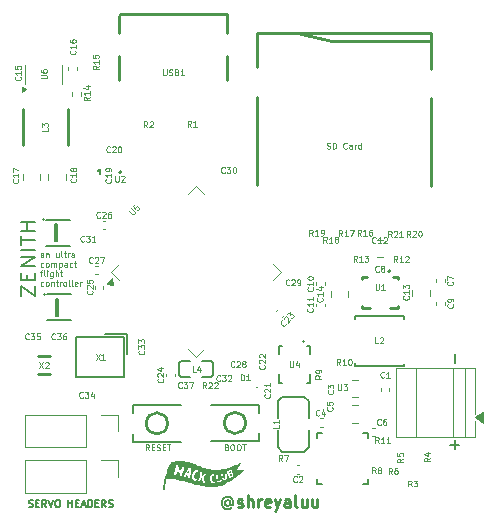
<source format=gbr>
%TF.GenerationSoftware,KiCad,Pcbnew,9.0.3*%
%TF.CreationDate,2025-11-29T09:23:08-06:00*%
%TF.ProjectId,zenith,7a656e69-7468-42e6-9b69-6361645f7063,rev?*%
%TF.SameCoordinates,Original*%
%TF.FileFunction,Legend,Top*%
%TF.FilePolarity,Positive*%
%FSLAX46Y46*%
G04 Gerber Fmt 4.6, Leading zero omitted, Abs format (unit mm)*
G04 Created by KiCad (PCBNEW 9.0.3) date 2025-11-29 09:23:08*
%MOMM*%
%LPD*%
G01*
G04 APERTURE LIST*
%ADD10C,0.000000*%
%ADD11C,0.200000*%
%ADD12C,0.100000*%
%ADD13C,0.150000*%
%ADD14C,0.250000*%
%ADD15C,0.125000*%
%ADD16C,0.120000*%
G04 APERTURE END LIST*
D10*
G36*
X116575679Y-101311707D02*
G01*
X116576191Y-101311754D01*
X116576695Y-101311829D01*
X116580198Y-101313256D01*
X116583239Y-101316139D01*
X116585841Y-101320380D01*
X116588026Y-101325879D01*
X116589818Y-101332539D01*
X116591240Y-101340261D01*
X116593064Y-101358498D01*
X116593683Y-101379802D01*
X116593282Y-101403386D01*
X116592044Y-101428461D01*
X116590154Y-101454240D01*
X116585154Y-101504762D01*
X116579758Y-101548650D01*
X116573672Y-101591321D01*
X116397662Y-101561271D01*
X116567574Y-101314103D01*
X116568213Y-101313735D01*
X116568843Y-101313399D01*
X116569463Y-101313093D01*
X116570074Y-101312819D01*
X116570675Y-101312574D01*
X116571268Y-101312360D01*
X116571850Y-101312176D01*
X116572424Y-101312022D01*
X116572989Y-101311897D01*
X116573545Y-101311801D01*
X116574092Y-101311735D01*
X116574630Y-101311697D01*
X116575159Y-101311688D01*
X116575679Y-101311707D01*
G37*
G36*
X115134163Y-100605456D02*
G01*
X115136485Y-100605604D01*
X115138879Y-100605858D01*
X115141215Y-100606243D01*
X115143367Y-100606777D01*
X115145340Y-100607454D01*
X115147140Y-100608266D01*
X115148772Y-100609207D01*
X115150240Y-100610270D01*
X115151552Y-100611449D01*
X115152711Y-100612736D01*
X115153723Y-100614124D01*
X115154594Y-100615608D01*
X115155328Y-100617179D01*
X115155931Y-100618832D01*
X115156409Y-100620560D01*
X115156766Y-100622355D01*
X115157008Y-100624212D01*
X115157140Y-100626123D01*
X115157167Y-100628081D01*
X115157095Y-100630080D01*
X115156930Y-100632112D01*
X115156676Y-100634172D01*
X115156338Y-100636252D01*
X115155923Y-100638346D01*
X115154878Y-100642547D01*
X115153586Y-100646720D01*
X115152087Y-100650812D01*
X115150425Y-100654769D01*
X115148641Y-100658535D01*
X115101797Y-100757464D01*
X115054077Y-100862779D01*
X114994910Y-100998762D01*
X114927859Y-101160490D01*
X114892491Y-101249469D01*
X114856488Y-101343038D01*
X114820295Y-101440581D01*
X114784359Y-101541483D01*
X114749123Y-101645128D01*
X114715035Y-101750901D01*
X114683864Y-101857839D01*
X114656881Y-101964793D01*
X114633787Y-102070863D01*
X114614282Y-102175149D01*
X114598064Y-102276754D01*
X114584832Y-102374779D01*
X114566129Y-102556491D01*
X114555767Y-102713096D01*
X114551342Y-102837402D01*
X114550688Y-102960359D01*
X114354919Y-102960359D01*
X114356015Y-102914996D01*
X114362233Y-102827516D01*
X114374969Y-102703861D01*
X114395619Y-102549972D01*
X114409347Y-102463547D01*
X114425577Y-102371791D01*
X114444483Y-102275446D01*
X114466240Y-102175257D01*
X114491021Y-102071965D01*
X114519002Y-101966313D01*
X114550357Y-101859044D01*
X114585260Y-101750901D01*
X114662531Y-101537173D01*
X114744573Y-101333010D01*
X114827141Y-101143940D01*
X114905988Y-100975485D01*
X114976868Y-100833174D01*
X115035535Y-100722530D01*
X115077744Y-100649079D01*
X115099248Y-100618347D01*
X115099888Y-100617676D01*
X115100685Y-100616913D01*
X115101796Y-100615934D01*
X115103220Y-100614788D01*
X115104954Y-100613529D01*
X115105937Y-100612872D01*
X115106996Y-100612205D01*
X115108133Y-100611536D01*
X115109345Y-100610870D01*
X115110633Y-100610213D01*
X115111997Y-100609573D01*
X115113436Y-100608954D01*
X115114950Y-100608365D01*
X115116539Y-100607811D01*
X115118203Y-100607298D01*
X115119941Y-100606833D01*
X115121753Y-100606422D01*
X115123639Y-100606072D01*
X115125598Y-100605790D01*
X115127630Y-100605580D01*
X115129735Y-100605451D01*
X115131913Y-100605407D01*
X115134163Y-100605456D01*
G37*
G36*
X115850046Y-100527406D02*
G01*
X116001043Y-100536943D01*
X116167073Y-100557321D01*
X116255819Y-100572078D01*
X116348436Y-100590148D01*
X116444961Y-100611732D01*
X116545432Y-100637031D01*
X116649886Y-100666246D01*
X116758360Y-100699578D01*
X116870892Y-100737228D01*
X116987520Y-100779396D01*
X117108280Y-100826284D01*
X117233211Y-100878092D01*
X117362350Y-100935022D01*
X117495734Y-100997274D01*
X117642028Y-101062736D01*
X117788160Y-101119109D01*
X117933890Y-101166818D01*
X118078981Y-101206289D01*
X118223193Y-101237948D01*
X118366288Y-101262219D01*
X118508028Y-101279530D01*
X118648172Y-101290305D01*
X118786483Y-101294970D01*
X118922722Y-101293951D01*
X119056650Y-101287673D01*
X119188028Y-101276562D01*
X119316618Y-101261043D01*
X119442181Y-101241543D01*
X119564478Y-101218486D01*
X119683270Y-101192299D01*
X119909385Y-101132235D01*
X120118617Y-101064756D01*
X120309056Y-100993266D01*
X120478792Y-100921172D01*
X120625914Y-100851876D01*
X120748513Y-100788786D01*
X120912502Y-100694838D01*
X120913399Y-100694354D01*
X120914328Y-100693987D01*
X120915284Y-100693731D01*
X120916263Y-100693583D01*
X120917258Y-100693537D01*
X120918266Y-100693589D01*
X120919281Y-100693734D01*
X120920299Y-100693968D01*
X120921314Y-100694284D01*
X120922321Y-100694680D01*
X120923316Y-100695150D01*
X120924293Y-100695689D01*
X120925248Y-100696292D01*
X120926176Y-100696956D01*
X120927071Y-100697675D01*
X120927930Y-100698444D01*
X120928745Y-100699259D01*
X120929514Y-100700115D01*
X120930231Y-100701007D01*
X120930890Y-100701930D01*
X120931488Y-100702881D01*
X120932019Y-100703853D01*
X120932477Y-100704843D01*
X120932859Y-100705846D01*
X120933159Y-100706856D01*
X120933372Y-100707869D01*
X120933494Y-100708881D01*
X120933519Y-100709887D01*
X120933442Y-100710881D01*
X120933259Y-100711860D01*
X120932964Y-100712819D01*
X120932552Y-100713752D01*
X120648358Y-101266948D01*
X120647969Y-101267769D01*
X120647640Y-101268599D01*
X120647371Y-101269433D01*
X120647161Y-101270271D01*
X120647008Y-101271109D01*
X120646910Y-101271947D01*
X120646868Y-101272781D01*
X120646878Y-101273610D01*
X120646941Y-101274431D01*
X120647054Y-101275242D01*
X120647217Y-101276040D01*
X120647428Y-101276825D01*
X120647686Y-101277593D01*
X120647989Y-101278343D01*
X120648337Y-101279072D01*
X120648728Y-101279778D01*
X120649161Y-101280458D01*
X120649635Y-101281112D01*
X120650148Y-101281736D01*
X120650698Y-101282328D01*
X120651286Y-101282886D01*
X120651908Y-101283409D01*
X120652565Y-101283893D01*
X120653255Y-101284336D01*
X120653977Y-101284738D01*
X120654728Y-101285094D01*
X120655509Y-101285404D01*
X120656318Y-101285664D01*
X120657153Y-101285873D01*
X120658013Y-101286029D01*
X120658897Y-101286129D01*
X120659804Y-101286171D01*
X120889409Y-101288070D01*
X121071758Y-101288063D01*
X121280025Y-101286326D01*
X121281132Y-101286351D01*
X121282206Y-101286453D01*
X121283247Y-101286629D01*
X121284252Y-101286875D01*
X121285219Y-101287188D01*
X121286146Y-101287564D01*
X121287032Y-101287999D01*
X121287874Y-101288491D01*
X121288671Y-101289035D01*
X121289420Y-101289629D01*
X121290120Y-101290268D01*
X121290770Y-101290949D01*
X121291366Y-101291669D01*
X121291907Y-101292424D01*
X121292391Y-101293210D01*
X121292817Y-101294025D01*
X121293182Y-101294864D01*
X121293485Y-101295724D01*
X121293723Y-101296601D01*
X121293895Y-101297493D01*
X121293999Y-101298395D01*
X121294033Y-101299304D01*
X121293995Y-101300216D01*
X121293883Y-101301129D01*
X121293696Y-101302038D01*
X121293430Y-101302939D01*
X121293085Y-101303830D01*
X121292659Y-101304708D01*
X121292149Y-101305567D01*
X121291555Y-101306405D01*
X121290873Y-101307219D01*
X121290102Y-101308005D01*
X121165240Y-101422250D01*
X120947508Y-101609648D01*
X120654110Y-101842957D01*
X120484413Y-101968315D01*
X120302250Y-102094934D01*
X120109773Y-102219410D01*
X119909132Y-102338338D01*
X119702478Y-102448312D01*
X119491960Y-102545926D01*
X119279730Y-102627776D01*
X119173645Y-102661725D01*
X119067937Y-102690456D01*
X118962877Y-102713544D01*
X118858733Y-102730562D01*
X118755774Y-102741085D01*
X118654268Y-102744687D01*
X118443110Y-102741598D01*
X118243457Y-102732660D01*
X118054363Y-102718366D01*
X117874885Y-102699208D01*
X117704078Y-102675680D01*
X117540999Y-102648276D01*
X117384703Y-102617487D01*
X117234246Y-102583806D01*
X117088684Y-102547728D01*
X116947073Y-102509745D01*
X116671926Y-102430034D01*
X116401252Y-102348620D01*
X116127497Y-102269445D01*
X116025095Y-102241816D01*
X117318147Y-102241816D01*
X117318787Y-102249804D01*
X117320271Y-102257242D01*
X117322568Y-102264088D01*
X117325647Y-102270303D01*
X117329478Y-102275848D01*
X117334029Y-102280681D01*
X117339269Y-102284764D01*
X117345168Y-102288057D01*
X117351695Y-102290519D01*
X117358818Y-102292111D01*
X117366508Y-102292793D01*
X117374733Y-102292524D01*
X117383462Y-102291266D01*
X117392664Y-102288978D01*
X117402309Y-102285621D01*
X117412366Y-102281153D01*
X117422803Y-102275537D01*
X117433590Y-102268731D01*
X117444697Y-102260696D01*
X117456091Y-102251392D01*
X117467743Y-102240779D01*
X117479621Y-102228818D01*
X117491695Y-102215468D01*
X117503934Y-102200689D01*
X117516306Y-102184442D01*
X117528781Y-102166686D01*
X117534875Y-102157428D01*
X117540989Y-102146792D01*
X117547066Y-102135050D01*
X117553049Y-102122475D01*
X117558881Y-102109339D01*
X117564505Y-102095916D01*
X117574901Y-102069295D01*
X117583781Y-102044795D01*
X117590688Y-102024595D01*
X117596761Y-102005818D01*
X117654846Y-101999281D01*
X117681678Y-102122902D01*
X117702589Y-102228074D01*
X117711235Y-102277104D01*
X117717271Y-102318279D01*
X117718875Y-102326812D01*
X117721306Y-102335076D01*
X117724509Y-102343037D01*
X117728425Y-102350657D01*
X117732997Y-102357902D01*
X117738169Y-102364736D01*
X117743883Y-102371124D01*
X117750081Y-102377030D01*
X117756708Y-102382419D01*
X117763705Y-102387255D01*
X117771015Y-102391503D01*
X117778582Y-102395127D01*
X117786348Y-102398091D01*
X117794255Y-102400361D01*
X117802248Y-102401900D01*
X117810267Y-102402674D01*
X117818258Y-102402646D01*
X117826161Y-102401782D01*
X117833921Y-102400045D01*
X117841479Y-102397400D01*
X117848779Y-102393812D01*
X117855764Y-102389245D01*
X117862376Y-102383663D01*
X117868558Y-102377032D01*
X117874254Y-102369315D01*
X117879405Y-102360478D01*
X117883955Y-102350484D01*
X117887846Y-102339298D01*
X117891022Y-102326884D01*
X117893425Y-102313208D01*
X117894998Y-102298233D01*
X117895684Y-102281925D01*
X117892749Y-102257607D01*
X117888294Y-102231229D01*
X117882281Y-102202783D01*
X117874672Y-102172258D01*
X117865427Y-102139645D01*
X117854509Y-102104933D01*
X117841878Y-102068113D01*
X117827497Y-102029175D01*
X117823574Y-102018542D01*
X118350024Y-102018542D01*
X118350333Y-102050182D01*
X118351420Y-102073983D01*
X118353077Y-102097130D01*
X118355300Y-102119611D01*
X118358086Y-102141413D01*
X118361429Y-102162524D01*
X118365327Y-102182932D01*
X118369774Y-102202624D01*
X118374767Y-102221587D01*
X118380301Y-102239810D01*
X118386372Y-102257279D01*
X118392977Y-102273983D01*
X118400111Y-102289909D01*
X118407769Y-102305045D01*
X118415949Y-102319377D01*
X118424645Y-102332895D01*
X118433853Y-102345584D01*
X118443570Y-102357434D01*
X118453791Y-102368431D01*
X118464512Y-102378563D01*
X118475728Y-102387818D01*
X118487437Y-102396183D01*
X118499633Y-102403646D01*
X118512312Y-102410194D01*
X118525471Y-102415815D01*
X118539105Y-102420497D01*
X118553210Y-102424227D01*
X118567782Y-102426992D01*
X118582816Y-102428781D01*
X118598309Y-102429581D01*
X118614257Y-102429379D01*
X118630654Y-102428163D01*
X118647498Y-102425921D01*
X118663913Y-102422869D01*
X118679055Y-102419261D01*
X118692972Y-102415140D01*
X118705709Y-102410548D01*
X118717312Y-102405526D01*
X118727827Y-102400117D01*
X118737300Y-102394362D01*
X118745777Y-102388304D01*
X118753304Y-102381983D01*
X118759926Y-102375443D01*
X118765691Y-102368725D01*
X118770643Y-102361871D01*
X118774829Y-102354922D01*
X118778295Y-102347921D01*
X118781086Y-102340910D01*
X118783249Y-102333931D01*
X118784830Y-102327025D01*
X118785874Y-102320235D01*
X118786427Y-102313602D01*
X118786536Y-102307168D01*
X118786246Y-102300976D01*
X118785604Y-102295066D01*
X118784655Y-102289482D01*
X118783445Y-102284264D01*
X118782020Y-102279455D01*
X118780427Y-102275097D01*
X118778710Y-102271232D01*
X118776917Y-102267901D01*
X118775093Y-102265147D01*
X118773284Y-102263012D01*
X118771535Y-102261536D01*
X118769894Y-102260763D01*
X118767477Y-102259984D01*
X118765176Y-102259007D01*
X118760447Y-102256781D01*
X118757781Y-102255695D01*
X118754755Y-102254734D01*
X118751249Y-102253982D01*
X118747145Y-102253517D01*
X118742324Y-102253423D01*
X118736666Y-102253779D01*
X118730052Y-102254668D01*
X118722364Y-102256170D01*
X118713481Y-102258367D01*
X118703286Y-102261339D01*
X118691658Y-102265168D01*
X118678478Y-102269936D01*
X118671532Y-102272387D01*
X118664693Y-102274479D01*
X118657958Y-102276206D01*
X118651326Y-102277565D01*
X118644796Y-102278553D01*
X118638365Y-102279166D01*
X118632032Y-102279399D01*
X118625796Y-102279250D01*
X118619654Y-102278714D01*
X118613605Y-102277787D01*
X118607647Y-102276467D01*
X118601778Y-102274748D01*
X118595997Y-102272628D01*
X118590302Y-102270102D01*
X118584692Y-102267167D01*
X118579164Y-102263819D01*
X118573717Y-102260054D01*
X118568349Y-102255868D01*
X118563059Y-102251258D01*
X118557844Y-102246221D01*
X118552703Y-102240751D01*
X118547635Y-102234845D01*
X118542637Y-102228501D01*
X118537709Y-102221713D01*
X118532847Y-102214478D01*
X118528051Y-102206792D01*
X118518649Y-102190053D01*
X118509489Y-102171467D01*
X118500556Y-102151002D01*
X118494908Y-102135692D01*
X118489680Y-102118878D01*
X118484958Y-102100764D01*
X118480828Y-102081554D01*
X118477375Y-102061452D01*
X118474687Y-102040662D01*
X118472849Y-102019387D01*
X118471947Y-101997831D01*
X118472068Y-101976199D01*
X118473297Y-101954693D01*
X118475721Y-101933517D01*
X118479426Y-101912876D01*
X118484497Y-101892973D01*
X118491022Y-101874011D01*
X118494855Y-101864947D01*
X118499085Y-101856196D01*
X118503720Y-101847781D01*
X118508773Y-101839729D01*
X118510343Y-101837454D01*
X118511907Y-101835282D01*
X118513463Y-101833209D01*
X118515010Y-101831233D01*
X118516548Y-101829350D01*
X118518075Y-101827557D01*
X118521089Y-101824232D01*
X118524045Y-101821234D01*
X118526932Y-101818537D01*
X118529740Y-101816120D01*
X118532460Y-101813957D01*
X118535081Y-101812025D01*
X118537594Y-101810300D01*
X118539989Y-101808759D01*
X118542257Y-101807376D01*
X118549856Y-101802962D01*
X118553003Y-101801159D01*
X118556149Y-101799583D01*
X118559289Y-101798223D01*
X118562419Y-101797069D01*
X118565531Y-101796111D01*
X118568622Y-101795339D01*
X118571685Y-101794743D01*
X118574716Y-101794312D01*
X118577708Y-101794037D01*
X118580657Y-101793908D01*
X118583558Y-101793914D01*
X118586404Y-101794045D01*
X118589190Y-101794292D01*
X118591912Y-101794644D01*
X118594563Y-101795092D01*
X118597139Y-101795625D01*
X118599634Y-101796232D01*
X118602042Y-101796905D01*
X118606577Y-101798405D01*
X118610703Y-101800044D01*
X118614375Y-101801742D01*
X118617552Y-101803418D01*
X118620189Y-101804992D01*
X118622245Y-101806382D01*
X118623676Y-101807509D01*
X118632268Y-101813472D01*
X118640422Y-101818623D01*
X118648141Y-101822988D01*
X118655430Y-101826596D01*
X118662294Y-101829475D01*
X118668736Y-101831652D01*
X118674761Y-101833156D01*
X118680373Y-101834014D01*
X118685577Y-101834253D01*
X118690377Y-101833902D01*
X118694777Y-101832989D01*
X118698782Y-101831541D01*
X118702395Y-101829586D01*
X118705622Y-101827152D01*
X118708466Y-101824267D01*
X118710932Y-101820958D01*
X118713024Y-101817254D01*
X118714747Y-101813181D01*
X118716104Y-101808769D01*
X118717101Y-101804045D01*
X118717741Y-101799036D01*
X118718028Y-101793770D01*
X118717968Y-101788276D01*
X118717564Y-101782581D01*
X118716821Y-101776712D01*
X118715743Y-101770699D01*
X118714334Y-101764567D01*
X118712599Y-101758346D01*
X118710542Y-101752063D01*
X118708167Y-101745746D01*
X118705479Y-101739423D01*
X118702482Y-101733121D01*
X118695407Y-101723518D01*
X118688173Y-101714474D01*
X118681699Y-101707050D01*
X118852705Y-101707050D01*
X118853228Y-101726102D01*
X118854411Y-101746519D01*
X118858459Y-101790808D01*
X118864263Y-101838640D01*
X118871233Y-101888738D01*
X118886318Y-101990632D01*
X118893257Y-102039874D01*
X118899007Y-102086278D01*
X118912638Y-102215010D01*
X118915310Y-102237802D01*
X118918266Y-102259753D01*
X118921796Y-102282321D01*
X118926189Y-102306962D01*
X118928396Y-102312999D01*
X118932471Y-102318063D01*
X118938290Y-102322205D01*
X118945726Y-102325475D01*
X118954655Y-102327923D01*
X118964950Y-102329599D01*
X118976487Y-102330554D01*
X118989139Y-102330837D01*
X119017289Y-102329592D01*
X119048395Y-102326265D01*
X119081455Y-102321257D01*
X119115464Y-102314970D01*
X119182311Y-102300169D01*
X119240905Y-102285074D01*
X119283214Y-102272900D01*
X119301205Y-102266861D01*
X119303141Y-102265910D01*
X119305741Y-102264923D01*
X119312593Y-102262607D01*
X119316675Y-102261160D01*
X119321081Y-102259442D01*
X119325726Y-102257394D01*
X119330525Y-102254957D01*
X119335393Y-102252073D01*
X119337826Y-102250444D01*
X119340245Y-102248682D01*
X119342638Y-102246778D01*
X119344995Y-102244726D01*
X119347306Y-102242518D01*
X119349559Y-102240146D01*
X119351745Y-102237604D01*
X119353852Y-102234883D01*
X119355870Y-102231977D01*
X119357788Y-102228879D01*
X119359596Y-102225580D01*
X119361282Y-102222074D01*
X119362838Y-102218353D01*
X119364251Y-102214409D01*
X119365628Y-102210503D01*
X119366468Y-102206737D01*
X119366796Y-102203113D01*
X119366636Y-102199634D01*
X119366011Y-102196300D01*
X119364946Y-102193113D01*
X119363465Y-102190076D01*
X119361591Y-102187189D01*
X119359350Y-102184455D01*
X119356764Y-102181875D01*
X119353859Y-102179451D01*
X119350657Y-102177184D01*
X119347184Y-102175077D01*
X119343462Y-102173130D01*
X119335372Y-102169726D01*
X119326579Y-102166987D01*
X119317276Y-102164925D01*
X119307655Y-102163554D01*
X119297909Y-102162887D01*
X119288230Y-102162939D01*
X119278810Y-102163722D01*
X119269842Y-102165251D01*
X119261518Y-102167539D01*
X119240780Y-102173707D01*
X119212275Y-102180890D01*
X119178924Y-102188131D01*
X119161346Y-102191475D01*
X119143652Y-102194475D01*
X119126208Y-102197013D01*
X119109379Y-102198967D01*
X119093532Y-102200220D01*
X119079030Y-102200652D01*
X119066240Y-102200142D01*
X119060600Y-102199497D01*
X119055526Y-102198573D01*
X119051062Y-102197353D01*
X119047254Y-102195823D01*
X119044148Y-102193969D01*
X119041790Y-102191775D01*
X119038206Y-102184228D01*
X119035248Y-102171434D01*
X119032788Y-102153947D01*
X119030699Y-102132325D01*
X119023499Y-102015585D01*
X119018807Y-101946846D01*
X119012028Y-101877122D01*
X119007536Y-101843279D01*
X119002140Y-101810858D01*
X118995711Y-101780412D01*
X118988123Y-101752499D01*
X118986524Y-101743090D01*
X118984843Y-101734053D01*
X118983084Y-101725383D01*
X118981251Y-101717077D01*
X118979346Y-101709128D01*
X118977372Y-101701532D01*
X118975334Y-101694283D01*
X118973233Y-101687377D01*
X118971073Y-101680807D01*
X118968857Y-101674570D01*
X118966588Y-101668660D01*
X118964270Y-101663071D01*
X118961906Y-101657799D01*
X118959498Y-101652839D01*
X118957050Y-101648185D01*
X118954566Y-101643833D01*
X118952047Y-101639777D01*
X118949498Y-101636012D01*
X118946922Y-101632533D01*
X118944321Y-101629335D01*
X118941699Y-101626413D01*
X118939060Y-101623761D01*
X118936405Y-101621375D01*
X118933738Y-101619250D01*
X118931064Y-101617380D01*
X118928383Y-101615760D01*
X118925701Y-101614385D01*
X118923019Y-101613250D01*
X118920342Y-101612351D01*
X118917672Y-101611681D01*
X118915012Y-101611235D01*
X118912366Y-101611009D01*
X118912366Y-101611010D01*
X118909387Y-101611013D01*
X118906434Y-101611284D01*
X118903512Y-101611815D01*
X118900626Y-101612600D01*
X118897779Y-101613630D01*
X118894976Y-101614898D01*
X118892222Y-101616397D01*
X118889522Y-101618119D01*
X118886880Y-101620057D01*
X118884301Y-101622203D01*
X118879348Y-101627090D01*
X118874702Y-101632722D01*
X118870398Y-101639038D01*
X118866474Y-101645978D01*
X118862966Y-101653484D01*
X118859910Y-101661496D01*
X118857343Y-101669953D01*
X118855303Y-101678797D01*
X118853825Y-101687967D01*
X118852947Y-101697405D01*
X118852705Y-101707050D01*
X118681699Y-101707050D01*
X118680781Y-101705998D01*
X118673233Y-101698096D01*
X118665533Y-101690775D01*
X118657680Y-101684043D01*
X118649678Y-101677907D01*
X118641528Y-101672373D01*
X118633233Y-101667450D01*
X118624793Y-101663144D01*
X118616212Y-101659462D01*
X118607491Y-101656412D01*
X118598633Y-101654001D01*
X118589638Y-101652235D01*
X118580510Y-101651123D01*
X118571250Y-101650671D01*
X118563958Y-101650781D01*
X118556588Y-101651298D01*
X118549141Y-101652226D01*
X118541619Y-101653567D01*
X118534022Y-101655326D01*
X118526352Y-101657506D01*
X118518608Y-101660110D01*
X118510792Y-101663141D01*
X118502905Y-101666603D01*
X118494948Y-101670499D01*
X118486921Y-101674832D01*
X118478826Y-101679606D01*
X118470663Y-101684824D01*
X118462434Y-101690489D01*
X118454139Y-101696605D01*
X118445779Y-101703174D01*
X118434571Y-101715179D01*
X118423924Y-101728440D01*
X118413868Y-101742963D01*
X118404432Y-101758757D01*
X118395647Y-101775829D01*
X118387541Y-101794187D01*
X118380144Y-101813839D01*
X118373485Y-101834792D01*
X118367594Y-101857054D01*
X118362500Y-101880632D01*
X118358234Y-101905535D01*
X118354823Y-101931770D01*
X118352298Y-101959344D01*
X118350689Y-101988266D01*
X118350024Y-102018542D01*
X117823574Y-102018542D01*
X117822936Y-102016811D01*
X117817718Y-102003923D01*
X117810972Y-101988848D01*
X117807126Y-101981026D01*
X117803019Y-101973298D01*
X117798691Y-101965879D01*
X117794183Y-101958984D01*
X117789534Y-101952825D01*
X117787170Y-101950089D01*
X117784785Y-101947618D01*
X117782386Y-101945437D01*
X117779977Y-101943575D01*
X117777562Y-101942058D01*
X117775148Y-101940912D01*
X117803934Y-101911457D01*
X117833806Y-101879781D01*
X117868567Y-101841375D01*
X117904143Y-101799668D01*
X117920964Y-101778648D01*
X117936462Y-101758087D01*
X117950127Y-101738415D01*
X117961449Y-101720060D01*
X117969921Y-101703451D01*
X117972929Y-101695934D01*
X117975033Y-101689015D01*
X117977831Y-101675484D01*
X117979339Y-101662697D01*
X117979470Y-101650875D01*
X117978993Y-101645393D01*
X117978140Y-101640234D01*
X117976901Y-101635426D01*
X117975265Y-101630994D01*
X117973221Y-101626968D01*
X117970759Y-101623374D01*
X117967868Y-101620239D01*
X117964537Y-101617591D01*
X117960756Y-101615458D01*
X117956514Y-101613865D01*
X117951801Y-101612841D01*
X117946606Y-101612414D01*
X117940918Y-101612610D01*
X117934727Y-101613456D01*
X117928022Y-101614981D01*
X117920793Y-101617210D01*
X117913029Y-101620173D01*
X117904718Y-101623895D01*
X117895852Y-101628405D01*
X117886418Y-101633729D01*
X117876407Y-101639896D01*
X117865808Y-101646931D01*
X117854610Y-101654863D01*
X117842802Y-101663719D01*
X117830375Y-101673527D01*
X117817316Y-101684312D01*
X117804307Y-101695360D01*
X117792016Y-101705935D01*
X117780424Y-101716047D01*
X117769510Y-101725703D01*
X117759256Y-101734912D01*
X117749640Y-101743681D01*
X117740642Y-101752017D01*
X117732244Y-101759930D01*
X117724423Y-101767427D01*
X117717161Y-101774515D01*
X117710438Y-101781204D01*
X117704232Y-101787500D01*
X117698525Y-101793412D01*
X117693296Y-101798947D01*
X117688525Y-101804114D01*
X117684193Y-101808920D01*
X117676761Y-101817482D01*
X117670841Y-101824697D01*
X117666272Y-101830628D01*
X117662893Y-101835339D01*
X117660545Y-101838892D01*
X117659066Y-101841352D01*
X117658076Y-101843243D01*
X117663324Y-101817736D01*
X117668632Y-101789166D01*
X117674616Y-101752998D01*
X117680441Y-101711442D01*
X117685273Y-101666707D01*
X117687055Y-101643838D01*
X117688276Y-101621004D01*
X117688628Y-101606743D01*
X119276075Y-101606743D01*
X119276118Y-101613103D01*
X119276607Y-101619639D01*
X119280140Y-101646081D01*
X119285231Y-101673721D01*
X119292248Y-101704475D01*
X119301562Y-101740259D01*
X119328553Y-101834577D01*
X119369160Y-101971995D01*
X119375798Y-101990865D01*
X119383108Y-102008399D01*
X119391035Y-102024646D01*
X119399526Y-102039651D01*
X119408528Y-102053462D01*
X119417987Y-102066128D01*
X119427850Y-102077694D01*
X119438064Y-102088208D01*
X119448575Y-102097719D01*
X119459331Y-102106272D01*
X119470277Y-102113915D01*
X119481360Y-102120696D01*
X119492527Y-102126662D01*
X119503725Y-102131861D01*
X119514901Y-102136338D01*
X119526000Y-102140143D01*
X119536970Y-102143322D01*
X119547757Y-102145922D01*
X119568569Y-102149577D01*
X119588010Y-102151485D01*
X119605653Y-102152026D01*
X119621072Y-102151577D01*
X119633839Y-102150518D01*
X119649711Y-102148083D01*
X119657767Y-102145927D01*
X119665423Y-102143406D01*
X119672693Y-102140536D01*
X119679588Y-102137331D01*
X119686123Y-102133806D01*
X119692308Y-102129978D01*
X119698158Y-102125860D01*
X119703684Y-102121468D01*
X119708900Y-102116817D01*
X119713818Y-102111923D01*
X119718452Y-102106800D01*
X119722813Y-102101464D01*
X119730769Y-102090212D01*
X119737789Y-102078288D01*
X119743975Y-102065814D01*
X119749429Y-102052910D01*
X119754251Y-102039699D01*
X119758545Y-102026300D01*
X119765953Y-101999427D01*
X119772468Y-101973261D01*
X119775186Y-101958411D01*
X119776738Y-101940829D01*
X119777206Y-101920818D01*
X119776668Y-101898680D01*
X119775205Y-101874715D01*
X119772897Y-101849226D01*
X119766064Y-101794880D01*
X119756809Y-101738054D01*
X119745769Y-101681161D01*
X119733585Y-101626614D01*
X119720895Y-101576826D01*
X119716432Y-101565382D01*
X119711655Y-101554587D01*
X119706595Y-101544454D01*
X119701285Y-101534994D01*
X119695756Y-101526221D01*
X119692920Y-101522096D01*
X119690040Y-101518147D01*
X119687122Y-101514377D01*
X119684168Y-101510786D01*
X119681184Y-101507376D01*
X119678172Y-101504150D01*
X119675137Y-101501107D01*
X119672084Y-101498251D01*
X119669015Y-101495582D01*
X119665934Y-101493103D01*
X119662847Y-101490815D01*
X119659756Y-101488718D01*
X119656665Y-101486816D01*
X119653580Y-101485110D01*
X119650502Y-101483601D01*
X119647437Y-101482290D01*
X119644389Y-101481180D01*
X119641361Y-101480272D01*
X119638357Y-101479568D01*
X119635382Y-101479068D01*
X119632439Y-101478776D01*
X119629532Y-101478692D01*
X119625091Y-101478979D01*
X119620762Y-101479781D01*
X119616560Y-101481102D01*
X119612500Y-101482950D01*
X119608596Y-101485329D01*
X119604864Y-101488247D01*
X119601318Y-101491708D01*
X119597973Y-101495720D01*
X119594844Y-101500287D01*
X119591945Y-101505416D01*
X119589293Y-101511114D01*
X119586900Y-101517385D01*
X119584783Y-101524235D01*
X119582956Y-101531672D01*
X119581434Y-101539700D01*
X119580232Y-101548326D01*
X119580276Y-101554526D01*
X119580700Y-101561008D01*
X119581477Y-101567774D01*
X119582577Y-101574827D01*
X119585630Y-101589804D01*
X119589630Y-101605960D01*
X119599549Y-101641884D01*
X119605007Y-101661694D01*
X119610489Y-101682762D01*
X119618181Y-101729234D01*
X119625488Y-101777089D01*
X119631704Y-101824921D01*
X119634182Y-101848388D01*
X119636123Y-101871322D01*
X119637437Y-101893546D01*
X119638038Y-101914885D01*
X119637836Y-101935162D01*
X119636744Y-101954202D01*
X119634672Y-101971829D01*
X119631534Y-101987867D01*
X119627240Y-102002141D01*
X119624632Y-102008560D01*
X119621702Y-102014473D01*
X119618992Y-102018072D01*
X119616108Y-102021393D01*
X119613064Y-102024439D01*
X119609870Y-102027213D01*
X119606537Y-102029715D01*
X119603078Y-102031950D01*
X119599502Y-102033917D01*
X119595822Y-102035621D01*
X119592048Y-102037063D01*
X119588193Y-102038246D01*
X119584267Y-102039171D01*
X119580282Y-102039840D01*
X119576249Y-102040257D01*
X119572180Y-102040423D01*
X119568085Y-102040341D01*
X119563976Y-102040012D01*
X119559865Y-102039439D01*
X119555762Y-102038624D01*
X119551680Y-102037569D01*
X119547629Y-102036277D01*
X119543620Y-102034750D01*
X119539666Y-102032989D01*
X119535777Y-102030998D01*
X119531964Y-102028778D01*
X119528240Y-102026332D01*
X119524615Y-102023661D01*
X119521101Y-102020768D01*
X119517708Y-102017656D01*
X119514449Y-102014326D01*
X119511335Y-102010781D01*
X119508377Y-102007022D01*
X119505586Y-102003053D01*
X119495899Y-101981279D01*
X119486553Y-101956543D01*
X119477533Y-101929348D01*
X119468825Y-101900200D01*
X119452287Y-101838060D01*
X119436820Y-101774160D01*
X119422310Y-101712536D01*
X119408638Y-101657225D01*
X119402080Y-101633197D01*
X119395689Y-101612261D01*
X119389448Y-101594922D01*
X119383345Y-101581683D01*
X119379285Y-101574921D01*
X119375072Y-101568839D01*
X119370726Y-101563421D01*
X119366267Y-101558649D01*
X119361714Y-101554508D01*
X119357087Y-101550980D01*
X119352408Y-101548049D01*
X119347695Y-101545698D01*
X119342969Y-101543909D01*
X119338250Y-101542667D01*
X119333557Y-101541955D01*
X119328911Y-101541755D01*
X119324331Y-101542052D01*
X119319839Y-101542827D01*
X119315453Y-101544065D01*
X119311194Y-101545749D01*
X119307081Y-101547862D01*
X119303136Y-101550387D01*
X119299377Y-101553308D01*
X119295825Y-101556607D01*
X119292499Y-101560269D01*
X119289421Y-101564275D01*
X119286609Y-101568610D01*
X119284084Y-101573257D01*
X119281865Y-101578198D01*
X119279974Y-101583418D01*
X119278429Y-101588899D01*
X119277251Y-101594625D01*
X119276460Y-101600579D01*
X119276075Y-101606743D01*
X117688628Y-101606743D01*
X117688831Y-101598479D01*
X117688616Y-101576541D01*
X117689211Y-101568751D01*
X117689406Y-101561062D01*
X117689218Y-101553484D01*
X117688660Y-101546027D01*
X117687748Y-101538700D01*
X117686497Y-101531513D01*
X117684920Y-101524477D01*
X117683034Y-101517600D01*
X117680852Y-101510893D01*
X117678390Y-101504364D01*
X117675663Y-101498025D01*
X117672685Y-101491884D01*
X117669471Y-101485952D01*
X117666035Y-101480237D01*
X117662394Y-101474751D01*
X117658561Y-101469502D01*
X117654552Y-101464500D01*
X117650381Y-101459756D01*
X117646063Y-101455278D01*
X117643587Y-101452941D01*
X119818431Y-101452941D01*
X119818487Y-101455646D01*
X119818926Y-101460969D01*
X119819684Y-101466184D01*
X119820624Y-101471303D01*
X119822491Y-101481302D01*
X119890258Y-101703114D01*
X119937208Y-101863303D01*
X119952936Y-101921572D01*
X119957487Y-101940981D01*
X119959304Y-101952281D01*
X119959699Y-101953975D01*
X119960402Y-101955562D01*
X119961402Y-101957042D01*
X119962690Y-101958415D01*
X119964254Y-101959682D01*
X119966084Y-101960844D01*
X119970499Y-101962854D01*
X119975852Y-101964449D01*
X119982056Y-101965635D01*
X119989029Y-101966416D01*
X119996684Y-101966796D01*
X120004939Y-101966781D01*
X120013707Y-101966376D01*
X120022904Y-101965584D01*
X120032447Y-101964411D01*
X120042249Y-101962862D01*
X120052227Y-101960940D01*
X120062297Y-101958652D01*
X120072372Y-101956001D01*
X120101339Y-101945704D01*
X120128545Y-101934684D01*
X120153954Y-101922980D01*
X120165972Y-101916884D01*
X120177527Y-101910632D01*
X120188614Y-101904229D01*
X120199229Y-101897681D01*
X120209366Y-101890991D01*
X120219022Y-101884165D01*
X120228191Y-101877208D01*
X120236869Y-101870125D01*
X120245051Y-101862921D01*
X120252733Y-101855601D01*
X120259910Y-101848170D01*
X120266577Y-101840633D01*
X120272731Y-101832995D01*
X120278365Y-101825261D01*
X120283476Y-101817435D01*
X120288060Y-101809523D01*
X120292110Y-101801531D01*
X120295623Y-101793462D01*
X120298594Y-101785321D01*
X120301019Y-101777115D01*
X120302893Y-101768847D01*
X120304210Y-101760523D01*
X120304968Y-101752148D01*
X120305160Y-101743727D01*
X120304783Y-101735264D01*
X120303831Y-101726765D01*
X120300914Y-101709995D01*
X120297142Y-101693788D01*
X120294944Y-101685914D01*
X120292542Y-101678204D01*
X120289941Y-101670664D01*
X120287144Y-101663302D01*
X120284153Y-101656126D01*
X120280974Y-101649143D01*
X120277608Y-101642360D01*
X120274060Y-101635786D01*
X120270333Y-101629427D01*
X120266431Y-101623291D01*
X120262357Y-101617386D01*
X120258114Y-101611719D01*
X120253707Y-101606297D01*
X120249138Y-101601129D01*
X120244411Y-101596221D01*
X120239529Y-101591581D01*
X120234497Y-101587217D01*
X120229317Y-101583136D01*
X120223993Y-101579345D01*
X120218528Y-101575852D01*
X120212927Y-101572665D01*
X120207192Y-101569791D01*
X120201326Y-101567238D01*
X120195334Y-101565012D01*
X120189219Y-101563122D01*
X120182985Y-101561575D01*
X120176634Y-101560378D01*
X120170170Y-101559540D01*
X120173633Y-101552263D01*
X120177446Y-101543731D01*
X120182190Y-101532441D01*
X120187521Y-101518767D01*
X120193096Y-101503088D01*
X120198571Y-101485780D01*
X120201165Y-101476633D01*
X120203605Y-101467220D01*
X120204515Y-101461713D01*
X120205213Y-101456160D01*
X120205703Y-101450571D01*
X120205990Y-101444956D01*
X120206077Y-101439324D01*
X120205969Y-101433685D01*
X120205671Y-101428049D01*
X120205185Y-101422425D01*
X120203670Y-101411251D01*
X120201456Y-101400242D01*
X120198578Y-101389474D01*
X120195068Y-101379024D01*
X120190960Y-101368970D01*
X120186287Y-101359389D01*
X120181081Y-101350357D01*
X120178290Y-101346071D01*
X120175377Y-101341952D01*
X120172348Y-101338009D01*
X120169207Y-101334251D01*
X120165958Y-101330689D01*
X120162604Y-101327332D01*
X120159151Y-101324189D01*
X120155602Y-101321270D01*
X120151961Y-101318585D01*
X120148233Y-101316144D01*
X120144999Y-101315017D01*
X120141736Y-101313962D01*
X120138444Y-101312979D01*
X120135124Y-101312068D01*
X120131774Y-101311228D01*
X120128395Y-101310461D01*
X120121548Y-101309141D01*
X120114580Y-101308106D01*
X120107491Y-101307357D01*
X120100278Y-101306893D01*
X120092940Y-101306713D01*
X120081693Y-101306975D01*
X120070154Y-101307874D01*
X120058316Y-101309410D01*
X120046172Y-101311580D01*
X120033717Y-101314384D01*
X120020945Y-101317818D01*
X120007848Y-101321882D01*
X119994421Y-101326575D01*
X119980658Y-101331893D01*
X119966553Y-101337837D01*
X119952098Y-101344404D01*
X119937289Y-101351592D01*
X119922118Y-101359400D01*
X119906579Y-101367826D01*
X119890667Y-101376869D01*
X119874374Y-101386527D01*
X119868025Y-101390211D01*
X119862154Y-101393832D01*
X119856743Y-101397394D01*
X119851777Y-101400897D01*
X119847236Y-101404343D01*
X119843105Y-101407734D01*
X119839365Y-101411070D01*
X119836000Y-101414354D01*
X119832991Y-101417586D01*
X119830322Y-101420769D01*
X119827976Y-101423904D01*
X119825935Y-101426993D01*
X119824181Y-101430036D01*
X119822698Y-101433036D01*
X119821467Y-101435993D01*
X119820473Y-101438910D01*
X119819697Y-101441789D01*
X119819122Y-101444629D01*
X119818731Y-101447434D01*
X119818506Y-101450204D01*
X119818431Y-101452941D01*
X117643587Y-101452941D01*
X117641613Y-101451077D01*
X117637045Y-101447162D01*
X117632375Y-101443543D01*
X117627618Y-101440230D01*
X117622787Y-101437232D01*
X117617899Y-101434559D01*
X117612967Y-101432222D01*
X117608007Y-101430229D01*
X117603033Y-101428590D01*
X117598061Y-101427316D01*
X117593105Y-101426416D01*
X117588179Y-101425899D01*
X117583300Y-101425775D01*
X117583300Y-101425776D01*
X117578916Y-101426013D01*
X117574593Y-101426591D01*
X117570343Y-101427518D01*
X117566176Y-101428799D01*
X117562104Y-101430443D01*
X117558138Y-101432457D01*
X117556198Y-101433605D01*
X117554288Y-101434848D01*
X117552411Y-101436188D01*
X117550567Y-101437624D01*
X117548758Y-101439158D01*
X117546985Y-101440791D01*
X117545249Y-101442523D01*
X117543553Y-101444356D01*
X117541897Y-101446291D01*
X117540282Y-101448328D01*
X117537184Y-101452713D01*
X117534270Y-101457519D01*
X117531550Y-101462753D01*
X117529037Y-101468421D01*
X117526740Y-101474532D01*
X117519736Y-101499313D01*
X117514629Y-101524412D01*
X117511039Y-101549983D01*
X117508587Y-101576179D01*
X117502581Y-101690287D01*
X117500133Y-101721913D01*
X117496548Y-101755087D01*
X117491447Y-101789962D01*
X117484450Y-101826690D01*
X117475179Y-101865428D01*
X117463253Y-101906326D01*
X117448295Y-101949541D01*
X117429924Y-101995224D01*
X117424692Y-102007258D01*
X117418722Y-102020272D01*
X117405108Y-102048377D01*
X117390173Y-102077813D01*
X117375003Y-102106854D01*
X117333754Y-102184540D01*
X117328683Y-102194999D01*
X117324641Y-102205146D01*
X117321597Y-102214941D01*
X117319521Y-102224344D01*
X117318381Y-102233316D01*
X117318147Y-102241816D01*
X116025095Y-102241816D01*
X115870749Y-102200172D01*
X115643925Y-102143544D01*
X115540000Y-102120000D01*
X115441475Y-102099652D01*
X115347656Y-102082511D01*
X115257848Y-102068588D01*
X115171359Y-102057895D01*
X115087495Y-102050444D01*
X115005560Y-102046245D01*
X114924863Y-102045311D01*
X114844708Y-102047652D01*
X114764402Y-102053280D01*
X114683251Y-102062207D01*
X114600562Y-102074444D01*
X114599664Y-102074563D01*
X114598777Y-102074623D01*
X114597902Y-102074624D01*
X114597040Y-102074570D01*
X114596194Y-102074461D01*
X114595366Y-102074299D01*
X114594556Y-102074087D01*
X114593767Y-102073826D01*
X114593001Y-102073518D01*
X114592258Y-102073165D01*
X114591542Y-102072768D01*
X114590853Y-102072331D01*
X114590193Y-102071853D01*
X114589564Y-102071338D01*
X114588967Y-102070787D01*
X114588405Y-102070203D01*
X114587879Y-102069585D01*
X114587391Y-102068938D01*
X114586942Y-102068262D01*
X114586534Y-102067560D01*
X114586169Y-102066832D01*
X114585849Y-102066082D01*
X114585575Y-102065311D01*
X114585349Y-102064520D01*
X114585173Y-102063713D01*
X114585048Y-102062889D01*
X114584976Y-102062052D01*
X114584959Y-102061203D01*
X114584998Y-102060344D01*
X114585096Y-102059477D01*
X114585253Y-102058604D01*
X114585473Y-102057726D01*
X114707098Y-101630620D01*
X115294051Y-101630620D01*
X115294775Y-101647277D01*
X115296987Y-101662006D01*
X115300583Y-101674864D01*
X115305456Y-101685910D01*
X115311501Y-101695204D01*
X115318611Y-101702803D01*
X115326681Y-101708767D01*
X115335605Y-101713154D01*
X115345277Y-101716023D01*
X115355592Y-101717433D01*
X115366443Y-101717442D01*
X115377725Y-101716109D01*
X115389332Y-101713492D01*
X115401158Y-101709651D01*
X115413097Y-101704644D01*
X115425044Y-101698530D01*
X115436892Y-101691367D01*
X115448536Y-101683214D01*
X115459871Y-101674131D01*
X115470789Y-101664174D01*
X115481186Y-101653404D01*
X115490956Y-101641879D01*
X115499992Y-101629658D01*
X115508189Y-101616799D01*
X115515442Y-101603361D01*
X115546948Y-101542997D01*
X115574686Y-101488916D01*
X115601948Y-101435025D01*
X115827748Y-101521583D01*
X115816334Y-101583630D01*
X115804567Y-101644231D01*
X115790980Y-101709479D01*
X115785131Y-101729445D01*
X115780830Y-101747983D01*
X115778001Y-101765114D01*
X115776563Y-101780857D01*
X115776440Y-101795233D01*
X115777553Y-101808262D01*
X115779824Y-101819965D01*
X115783175Y-101830361D01*
X115787526Y-101839471D01*
X115792801Y-101847316D01*
X115798921Y-101853915D01*
X115805807Y-101859288D01*
X115813381Y-101863457D01*
X115821566Y-101866440D01*
X115830282Y-101868259D01*
X115839452Y-101868934D01*
X115848998Y-101868485D01*
X115858840Y-101866932D01*
X115860725Y-101866438D01*
X116114369Y-101866438D01*
X116114411Y-101875854D01*
X116115381Y-101884757D01*
X116117246Y-101893078D01*
X116119971Y-101900746D01*
X116123523Y-101907692D01*
X116127868Y-101913845D01*
X116132973Y-101919135D01*
X116138803Y-101923493D01*
X116145324Y-101926847D01*
X116152504Y-101929127D01*
X116160307Y-101930265D01*
X116168700Y-101930188D01*
X116177650Y-101928828D01*
X116187123Y-101926115D01*
X116197084Y-101921977D01*
X116207500Y-101916345D01*
X116218337Y-101909149D01*
X116229561Y-101900319D01*
X116241139Y-101889784D01*
X116253037Y-101877474D01*
X116265220Y-101863320D01*
X116277656Y-101847250D01*
X116290310Y-101829196D01*
X116303148Y-101809087D01*
X116316136Y-101786852D01*
X116329242Y-101762421D01*
X116507784Y-101782368D01*
X116491615Y-101830663D01*
X116475336Y-101881442D01*
X116457089Y-101941454D01*
X116452728Y-101953982D01*
X116449436Y-101965839D01*
X116447168Y-101977019D01*
X116445878Y-101987516D01*
X116445520Y-101997322D01*
X116446049Y-102006430D01*
X116447418Y-102014833D01*
X116449583Y-102022525D01*
X116452497Y-102029499D01*
X116456115Y-102035747D01*
X116460391Y-102041262D01*
X116465279Y-102046039D01*
X116470734Y-102050069D01*
X116476710Y-102053347D01*
X116483161Y-102055864D01*
X116490041Y-102057614D01*
X116497306Y-102058591D01*
X116504908Y-102058786D01*
X116512803Y-102058194D01*
X116520944Y-102056807D01*
X116529286Y-102054619D01*
X116537784Y-102051622D01*
X116546391Y-102047810D01*
X116555062Y-102043176D01*
X116563751Y-102037712D01*
X116572412Y-102031412D01*
X116581000Y-102024269D01*
X116589469Y-102016276D01*
X116597773Y-102007426D01*
X116605867Y-101997712D01*
X116613704Y-101987127D01*
X116621240Y-101975664D01*
X116626692Y-101964050D01*
X116634185Y-101942504D01*
X116652844Y-101876010D01*
X116828651Y-101876010D01*
X116829224Y-101904173D01*
X116830977Y-101933193D01*
X116834123Y-101962670D01*
X116838878Y-101992201D01*
X116845453Y-102021385D01*
X116854062Y-102049820D01*
X116864920Y-102077105D01*
X116870635Y-102089522D01*
X116876801Y-102101166D01*
X116883383Y-102112063D01*
X116890345Y-102122238D01*
X116897650Y-102131717D01*
X116905262Y-102140525D01*
X116913146Y-102148689D01*
X116921264Y-102156232D01*
X116929581Y-102163182D01*
X116938060Y-102169562D01*
X116946666Y-102175400D01*
X116955362Y-102180719D01*
X116964112Y-102185547D01*
X116972880Y-102189908D01*
X116981630Y-102193827D01*
X116990326Y-102197331D01*
X117007409Y-102203194D01*
X117023841Y-102207700D01*
X117039332Y-102211053D01*
X117053593Y-102213457D01*
X117077269Y-102216235D01*
X117092554Y-102217665D01*
X117107009Y-102212963D01*
X117120243Y-102207947D01*
X117132301Y-102202646D01*
X117143228Y-102197089D01*
X117153067Y-102191307D01*
X117161865Y-102185329D01*
X117169664Y-102179185D01*
X117176511Y-102172905D01*
X117182449Y-102166519D01*
X117187522Y-102160055D01*
X117191777Y-102153545D01*
X117195257Y-102147018D01*
X117198006Y-102140503D01*
X117200070Y-102134030D01*
X117201493Y-102127630D01*
X117202320Y-102121331D01*
X117202595Y-102115164D01*
X117202362Y-102109158D01*
X117201667Y-102103344D01*
X117200554Y-102097750D01*
X117199067Y-102092407D01*
X117197252Y-102087344D01*
X117195152Y-102082591D01*
X117192813Y-102078179D01*
X117190278Y-102074135D01*
X117187593Y-102070492D01*
X117184802Y-102067277D01*
X117181949Y-102064521D01*
X117179080Y-102062254D01*
X117176239Y-102060505D01*
X117173470Y-102059305D01*
X117170818Y-102058682D01*
X117157144Y-102058278D01*
X117142554Y-102058057D01*
X117127301Y-102057497D01*
X117119505Y-102056927D01*
X117111638Y-102056077D01*
X117103732Y-102054881D01*
X117095818Y-102053273D01*
X117087928Y-102051190D01*
X117080094Y-102048565D01*
X117072347Y-102045333D01*
X117068517Y-102043470D01*
X117064720Y-102041430D01*
X117060960Y-102039206D01*
X117057242Y-102036789D01*
X117053570Y-102034172D01*
X117049947Y-102031346D01*
X117044071Y-102026199D01*
X117038631Y-102020605D01*
X117033612Y-102014591D01*
X117029002Y-102008182D01*
X117024787Y-102001405D01*
X117020953Y-101994285D01*
X117017486Y-101986849D01*
X117014374Y-101979123D01*
X117009157Y-101962902D01*
X117005194Y-101945833D01*
X117002375Y-101928123D01*
X117000593Y-101909980D01*
X116999739Y-101891613D01*
X116999704Y-101873230D01*
X117000380Y-101855039D01*
X117001658Y-101837248D01*
X117003430Y-101820066D01*
X117005587Y-101803701D01*
X117010622Y-101774255D01*
X117024978Y-101724367D01*
X117033574Y-101696775D01*
X117043122Y-101668231D01*
X117053627Y-101639345D01*
X117065095Y-101610725D01*
X117077531Y-101582983D01*
X117090939Y-101556727D01*
X117098010Y-101544346D01*
X117105326Y-101532566D01*
X117112888Y-101521463D01*
X117120696Y-101511112D01*
X117128752Y-101501590D01*
X117137055Y-101492973D01*
X117145607Y-101485337D01*
X117154408Y-101478758D01*
X117163459Y-101473314D01*
X117172760Y-101469079D01*
X117182313Y-101466130D01*
X117192117Y-101464543D01*
X117202173Y-101464395D01*
X117212483Y-101465762D01*
X117223046Y-101468719D01*
X117233864Y-101473343D01*
X117240370Y-101481358D01*
X117246751Y-101488632D01*
X117253004Y-101495191D01*
X117259126Y-101501058D01*
X117265113Y-101506259D01*
X117270964Y-101510819D01*
X117276674Y-101514762D01*
X117282242Y-101518113D01*
X117287665Y-101520898D01*
X117292939Y-101523140D01*
X117298061Y-101524866D01*
X117303029Y-101526098D01*
X117307841Y-101526864D01*
X117312492Y-101527186D01*
X117316980Y-101527090D01*
X117321302Y-101526601D01*
X117325456Y-101525744D01*
X117329438Y-101524544D01*
X117333246Y-101523024D01*
X117336876Y-101521211D01*
X117340327Y-101519129D01*
X117343594Y-101516802D01*
X117346675Y-101514256D01*
X117349567Y-101511516D01*
X117352268Y-101508605D01*
X117354774Y-101505550D01*
X117357082Y-101502375D01*
X117359190Y-101499104D01*
X117361095Y-101495763D01*
X117362794Y-101492376D01*
X117364283Y-101488969D01*
X117365561Y-101485565D01*
X117367423Y-101479589D01*
X117368908Y-101473225D01*
X117370008Y-101466513D01*
X117370717Y-101459489D01*
X117371027Y-101452194D01*
X117370930Y-101444665D01*
X117370420Y-101436942D01*
X117369489Y-101429062D01*
X117368128Y-101421066D01*
X117366332Y-101412990D01*
X117364093Y-101404874D01*
X117361403Y-101396757D01*
X117358254Y-101388676D01*
X117354640Y-101380671D01*
X117350553Y-101372781D01*
X117345986Y-101365044D01*
X117340930Y-101357498D01*
X117335380Y-101350182D01*
X117329327Y-101343135D01*
X117322764Y-101336396D01*
X117315684Y-101330002D01*
X117308079Y-101323993D01*
X117299942Y-101318408D01*
X117291265Y-101313285D01*
X117282041Y-101308662D01*
X117272263Y-101304578D01*
X117261924Y-101301072D01*
X117251015Y-101298182D01*
X117239530Y-101295948D01*
X117227460Y-101294407D01*
X117214800Y-101293599D01*
X117201540Y-101293561D01*
X117197903Y-101293687D01*
X117194223Y-101293872D01*
X117190501Y-101294116D01*
X117186735Y-101294421D01*
X117182926Y-101294786D01*
X117179073Y-101295212D01*
X117175175Y-101295699D01*
X117171232Y-101296248D01*
X117148724Y-101297640D01*
X117127141Y-101301381D01*
X117106470Y-101307314D01*
X117086697Y-101315282D01*
X117067807Y-101325127D01*
X117049788Y-101336694D01*
X117032625Y-101349825D01*
X117016304Y-101364362D01*
X117000812Y-101380150D01*
X116986134Y-101397032D01*
X116972258Y-101414850D01*
X116959168Y-101433447D01*
X116946852Y-101452667D01*
X116935295Y-101472352D01*
X116914405Y-101512492D01*
X116896387Y-101552611D01*
X116881130Y-101591454D01*
X116868524Y-101627765D01*
X116858457Y-101660290D01*
X116845503Y-101708956D01*
X116841381Y-101727411D01*
X116836020Y-101762119D01*
X116831880Y-101800684D01*
X116829045Y-101849106D01*
X116828651Y-101876010D01*
X116652844Y-101876010D01*
X116653495Y-101873689D01*
X116675564Y-101777376D01*
X116696788Y-101661719D01*
X116705957Y-101599184D01*
X116713564Y-101534872D01*
X116719157Y-101469800D01*
X116722287Y-101404989D01*
X116722502Y-101341458D01*
X116719353Y-101280226D01*
X116712388Y-101222312D01*
X116701157Y-101168737D01*
X116696954Y-101160973D01*
X116692613Y-101153233D01*
X116688156Y-101145580D01*
X116683603Y-101138076D01*
X116678976Y-101130784D01*
X116674296Y-101123768D01*
X116669584Y-101117090D01*
X116664860Y-101110813D01*
X116660146Y-101105000D01*
X116655464Y-101099714D01*
X116650833Y-101095018D01*
X116648544Y-101092911D01*
X116646276Y-101090975D01*
X116644031Y-101089219D01*
X116641812Y-101087648D01*
X116639622Y-101086273D01*
X116637464Y-101085100D01*
X116635340Y-101084138D01*
X116633252Y-101083394D01*
X116631204Y-101082876D01*
X116629198Y-101082592D01*
X116626888Y-101082362D01*
X116624555Y-101082165D01*
X116622200Y-101082007D01*
X116619819Y-101081894D01*
X116610686Y-101081874D01*
X116601269Y-101082533D01*
X116591596Y-101083957D01*
X116581700Y-101086231D01*
X116571611Y-101089442D01*
X116561359Y-101093673D01*
X116550976Y-101099011D01*
X116540492Y-101105541D01*
X116529938Y-101113349D01*
X116524644Y-101117759D01*
X116519344Y-101122520D01*
X116514042Y-101127644D01*
X116508742Y-101133140D01*
X116503447Y-101139020D01*
X116498161Y-101145293D01*
X116492889Y-101151972D01*
X116487634Y-101159066D01*
X116482400Y-101166587D01*
X116477190Y-101174544D01*
X116472009Y-101182949D01*
X116466861Y-101191812D01*
X116456676Y-101210956D01*
X116384629Y-101348318D01*
X116296097Y-101512409D01*
X116207562Y-101673813D01*
X116135507Y-101803117D01*
X116129269Y-101814132D01*
X116124162Y-101825057D01*
X116120152Y-101835820D01*
X116117206Y-101846351D01*
X116115290Y-101856581D01*
X116114369Y-101866438D01*
X115860725Y-101866438D01*
X115868902Y-101864295D01*
X115879104Y-101860596D01*
X115889368Y-101855853D01*
X115899617Y-101850088D01*
X115909771Y-101843320D01*
X115919753Y-101835570D01*
X115929485Y-101826858D01*
X115938888Y-101817204D01*
X115947884Y-101806629D01*
X115956394Y-101795152D01*
X115964341Y-101782795D01*
X115971646Y-101769577D01*
X115978231Y-101755518D01*
X115984018Y-101740640D01*
X116069686Y-101469137D01*
X116097201Y-101376763D01*
X116122957Y-101284695D01*
X116144857Y-101197985D01*
X116160803Y-101121685D01*
X116164797Y-101110620D01*
X116167570Y-101099668D01*
X116169178Y-101088882D01*
X116169679Y-101078316D01*
X116169130Y-101068022D01*
X116167587Y-101058053D01*
X116165106Y-101048462D01*
X116161746Y-101039302D01*
X116157563Y-101030626D01*
X116152614Y-101022488D01*
X116146955Y-101014939D01*
X116140643Y-101008033D01*
X116133736Y-101001824D01*
X116126290Y-100996363D01*
X116118363Y-100991703D01*
X116110010Y-100987899D01*
X116101288Y-100985003D01*
X116092256Y-100983067D01*
X116082969Y-100982144D01*
X116073484Y-100982289D01*
X116063858Y-100983553D01*
X116054149Y-100985989D01*
X116044413Y-100989651D01*
X116034706Y-100994591D01*
X116025086Y-101000863D01*
X116015609Y-101008519D01*
X116006333Y-101017613D01*
X115997315Y-101028197D01*
X115988610Y-101040324D01*
X115980276Y-101054047D01*
X115972370Y-101069419D01*
X115964949Y-101086494D01*
X115957018Y-101100629D01*
X115948625Y-101116381D01*
X115930988Y-101151338D01*
X115913113Y-101188574D01*
X115896077Y-101225298D01*
X115868821Y-101286049D01*
X115857824Y-101311260D01*
X115764359Y-101275900D01*
X115729878Y-101262368D01*
X115699634Y-101250013D01*
X115677971Y-101240359D01*
X115671714Y-101237023D01*
X115669967Y-101235811D01*
X115669231Y-101234934D01*
X115668635Y-101233068D01*
X115668206Y-101231033D01*
X115667812Y-101226477D01*
X115667971Y-101221317D01*
X115668607Y-101215599D01*
X115669645Y-101209374D01*
X115671008Y-101202688D01*
X115674406Y-101188132D01*
X115678192Y-101172319D01*
X115681758Y-101155637D01*
X115683268Y-101147092D01*
X115684494Y-101138475D01*
X115685361Y-101129835D01*
X115685793Y-101121220D01*
X115685031Y-101104832D01*
X115683952Y-101089071D01*
X115682565Y-101073931D01*
X115680883Y-101059403D01*
X115678916Y-101045480D01*
X115676675Y-101032155D01*
X115674172Y-101019419D01*
X115671418Y-101007266D01*
X115668424Y-100995686D01*
X115665201Y-100984674D01*
X115661761Y-100974220D01*
X115658115Y-100964318D01*
X115654273Y-100954960D01*
X115650247Y-100946137D01*
X115646048Y-100937843D01*
X115641688Y-100930069D01*
X115637177Y-100922809D01*
X115632527Y-100916054D01*
X115627748Y-100909797D01*
X115622853Y-100904029D01*
X115617852Y-100898744D01*
X115612756Y-100893934D01*
X115607577Y-100889591D01*
X115602326Y-100885707D01*
X115597013Y-100882275D01*
X115591651Y-100879287D01*
X115586250Y-100876735D01*
X115580822Y-100874612D01*
X115575377Y-100872910D01*
X115569927Y-100871621D01*
X115564483Y-100870739D01*
X115559057Y-100870254D01*
X115554855Y-100870147D01*
X115550676Y-100870273D01*
X115546524Y-100870627D01*
X115542406Y-100871207D01*
X115538326Y-100872008D01*
X115534290Y-100873028D01*
X115530302Y-100874262D01*
X115526368Y-100875707D01*
X115522494Y-100877359D01*
X115518684Y-100879215D01*
X115514944Y-100881271D01*
X115511279Y-100883523D01*
X115507694Y-100885968D01*
X115504195Y-100888602D01*
X115500787Y-100891422D01*
X115497475Y-100894424D01*
X115494264Y-100897604D01*
X115491159Y-100900959D01*
X115488167Y-100904485D01*
X115485291Y-100908178D01*
X115482538Y-100912035D01*
X115479912Y-100916053D01*
X115477419Y-100920228D01*
X115475065Y-100924555D01*
X115472853Y-100929032D01*
X115470790Y-100933655D01*
X115468881Y-100938420D01*
X115467131Y-100943324D01*
X115465546Y-100948363D01*
X115464130Y-100953533D01*
X115462888Y-100958831D01*
X115461827Y-100964253D01*
X115445281Y-101051849D01*
X115434118Y-101105054D01*
X115420700Y-101164194D01*
X115404781Y-101229017D01*
X115386115Y-101299273D01*
X115364457Y-101374710D01*
X115339561Y-101455076D01*
X115326900Y-101486880D01*
X115316468Y-101516344D01*
X115308160Y-101543527D01*
X115301871Y-101568487D01*
X115297493Y-101591283D01*
X115294922Y-101611975D01*
X115294051Y-101630620D01*
X114707098Y-101630620D01*
X114758279Y-101450890D01*
X115094201Y-100681816D01*
X115094380Y-100681420D01*
X115094567Y-100681034D01*
X115094762Y-100680659D01*
X115094966Y-100680294D01*
X115095179Y-100679939D01*
X115095402Y-100679594D01*
X115095636Y-100679259D01*
X115095881Y-100678934D01*
X115096137Y-100678619D01*
X115096406Y-100678313D01*
X115096688Y-100678017D01*
X115096983Y-100677730D01*
X115097292Y-100677452D01*
X115097616Y-100677184D01*
X115097955Y-100676924D01*
X115098309Y-100676674D01*
X115118170Y-100664345D01*
X115157931Y-100643378D01*
X115218228Y-100617188D01*
X115256277Y-100603201D01*
X115299699Y-100589189D01*
X115348573Y-100575578D01*
X115402979Y-100562796D01*
X115462997Y-100551270D01*
X115528706Y-100541425D01*
X115600186Y-100533690D01*
X115677516Y-100528490D01*
X115760776Y-100526253D01*
X115850046Y-100527406D01*
G37*
G36*
X120060731Y-101425784D02*
G01*
X120065573Y-101426238D01*
X120067922Y-101426584D01*
X120070223Y-101427014D01*
X120072472Y-101427528D01*
X120074670Y-101428130D01*
X120076815Y-101428820D01*
X120078905Y-101429602D01*
X120080940Y-101430478D01*
X120082917Y-101431449D01*
X120084836Y-101432518D01*
X120086696Y-101433688D01*
X120088494Y-101434959D01*
X120090231Y-101436335D01*
X120091903Y-101437817D01*
X120093511Y-101439408D01*
X120095053Y-101441110D01*
X120096528Y-101442925D01*
X120097933Y-101444855D01*
X120099269Y-101446902D01*
X120100534Y-101449069D01*
X120101726Y-101451357D01*
X120102844Y-101453769D01*
X120103886Y-101456307D01*
X120104853Y-101458973D01*
X120105741Y-101461770D01*
X120106551Y-101464699D01*
X120107280Y-101467762D01*
X120108398Y-101474864D01*
X120108638Y-101481847D01*
X120108057Y-101488703D01*
X120106708Y-101495427D01*
X120104647Y-101502010D01*
X120101930Y-101508446D01*
X120098612Y-101514729D01*
X120094747Y-101520850D01*
X120090391Y-101526804D01*
X120085600Y-101532582D01*
X120080428Y-101538179D01*
X120074931Y-101543587D01*
X120069164Y-101548799D01*
X120063181Y-101553808D01*
X120050793Y-101563190D01*
X120038208Y-101571677D01*
X120025868Y-101579214D01*
X120014215Y-101585744D01*
X120003690Y-101591212D01*
X119987791Y-101598738D01*
X119981706Y-101601346D01*
X119922976Y-101463809D01*
X119989610Y-101439832D01*
X120005814Y-101434656D01*
X120013727Y-101432392D01*
X120021484Y-101430393D01*
X120029063Y-101428695D01*
X120036442Y-101427335D01*
X120043600Y-101426350D01*
X120050513Y-101425775D01*
X120055708Y-101425636D01*
X120060731Y-101425784D01*
G37*
G36*
X120134503Y-101659126D02*
G01*
X120140209Y-101659442D01*
X120145828Y-101660089D01*
X120151343Y-101661086D01*
X120154057Y-101661722D01*
X120156739Y-101662453D01*
X120159387Y-101663280D01*
X120161999Y-101664207D01*
X120164573Y-101665236D01*
X120167107Y-101666370D01*
X120169599Y-101667610D01*
X120172048Y-101668960D01*
X120174450Y-101670421D01*
X120176805Y-101671997D01*
X120179109Y-101673688D01*
X120181361Y-101675499D01*
X120183560Y-101677431D01*
X120185702Y-101679487D01*
X120187787Y-101681669D01*
X120189811Y-101683980D01*
X120191773Y-101686422D01*
X120193672Y-101688997D01*
X120195504Y-101691708D01*
X120197268Y-101694557D01*
X120198963Y-101697547D01*
X120200585Y-101700681D01*
X120202133Y-101703959D01*
X120203605Y-101707386D01*
X120207045Y-101717378D01*
X120209089Y-101726983D01*
X120209820Y-101736208D01*
X120209323Y-101745060D01*
X120207682Y-101753545D01*
X120204984Y-101761670D01*
X120201311Y-101769442D01*
X120196749Y-101776868D01*
X120191383Y-101783954D01*
X120185296Y-101790706D01*
X120178574Y-101797133D01*
X120171301Y-101803240D01*
X120163561Y-101809034D01*
X120155441Y-101814522D01*
X120138393Y-101824605D01*
X120120834Y-101833545D01*
X120103442Y-101841394D01*
X120071863Y-101854034D01*
X120049073Y-101862957D01*
X120042667Y-101866158D01*
X120041007Y-101867467D01*
X120040488Y-101868591D01*
X120001860Y-101707386D01*
X120013367Y-101700050D01*
X120026409Y-101692500D01*
X120043117Y-101683801D01*
X120052567Y-101679359D01*
X120062598Y-101675034D01*
X120073098Y-101670963D01*
X120083956Y-101667279D01*
X120095059Y-101664117D01*
X120106296Y-101661614D01*
X120117556Y-101659903D01*
X120128726Y-101659120D01*
X120134503Y-101659126D01*
G37*
D11*
X139066266Y-92250326D02*
X139066266Y-91488422D01*
D12*
X104239122Y-83298693D02*
X104239122Y-83036788D01*
X104239122Y-83036788D02*
X104215312Y-82989169D01*
X104215312Y-82989169D02*
X104167693Y-82965360D01*
X104167693Y-82965360D02*
X104072455Y-82965360D01*
X104072455Y-82965360D02*
X104024836Y-82989169D01*
X104239122Y-83274884D02*
X104191503Y-83298693D01*
X104191503Y-83298693D02*
X104072455Y-83298693D01*
X104072455Y-83298693D02*
X104024836Y-83274884D01*
X104024836Y-83274884D02*
X104001027Y-83227264D01*
X104001027Y-83227264D02*
X104001027Y-83179645D01*
X104001027Y-83179645D02*
X104024836Y-83132026D01*
X104024836Y-83132026D02*
X104072455Y-83108217D01*
X104072455Y-83108217D02*
X104191503Y-83108217D01*
X104191503Y-83108217D02*
X104239122Y-83084407D01*
X104477217Y-82965360D02*
X104477217Y-83298693D01*
X104477217Y-83012979D02*
X104501027Y-82989169D01*
X104501027Y-82989169D02*
X104548646Y-82965360D01*
X104548646Y-82965360D02*
X104620074Y-82965360D01*
X104620074Y-82965360D02*
X104667693Y-82989169D01*
X104667693Y-82989169D02*
X104691503Y-83036788D01*
X104691503Y-83036788D02*
X104691503Y-83298693D01*
X105524836Y-82965360D02*
X105524836Y-83298693D01*
X105310550Y-82965360D02*
X105310550Y-83227264D01*
X105310550Y-83227264D02*
X105334360Y-83274884D01*
X105334360Y-83274884D02*
X105381979Y-83298693D01*
X105381979Y-83298693D02*
X105453407Y-83298693D01*
X105453407Y-83298693D02*
X105501026Y-83274884D01*
X105501026Y-83274884D02*
X105524836Y-83251074D01*
X105834360Y-83298693D02*
X105786741Y-83274884D01*
X105786741Y-83274884D02*
X105762931Y-83227264D01*
X105762931Y-83227264D02*
X105762931Y-82798693D01*
X105953408Y-82965360D02*
X106143884Y-82965360D01*
X106024836Y-82798693D02*
X106024836Y-83227264D01*
X106024836Y-83227264D02*
X106048646Y-83274884D01*
X106048646Y-83274884D02*
X106096265Y-83298693D01*
X106096265Y-83298693D02*
X106143884Y-83298693D01*
X106310550Y-83298693D02*
X106310550Y-82965360D01*
X106310550Y-83060598D02*
X106334360Y-83012979D01*
X106334360Y-83012979D02*
X106358169Y-82989169D01*
X106358169Y-82989169D02*
X106405788Y-82965360D01*
X106405788Y-82965360D02*
X106453407Y-82965360D01*
X106834360Y-83298693D02*
X106834360Y-83036788D01*
X106834360Y-83036788D02*
X106810550Y-82989169D01*
X106810550Y-82989169D02*
X106762931Y-82965360D01*
X106762931Y-82965360D02*
X106667693Y-82965360D01*
X106667693Y-82965360D02*
X106620074Y-82989169D01*
X106834360Y-83274884D02*
X106786741Y-83298693D01*
X106786741Y-83298693D02*
X106667693Y-83298693D01*
X106667693Y-83298693D02*
X106620074Y-83274884D01*
X106620074Y-83274884D02*
X106596265Y-83227264D01*
X106596265Y-83227264D02*
X106596265Y-83179645D01*
X106596265Y-83179645D02*
X106620074Y-83132026D01*
X106620074Y-83132026D02*
X106667693Y-83108217D01*
X106667693Y-83108217D02*
X106786741Y-83108217D01*
X106786741Y-83108217D02*
X106834360Y-83084407D01*
X104239122Y-84079856D02*
X104191503Y-84103665D01*
X104191503Y-84103665D02*
X104096265Y-84103665D01*
X104096265Y-84103665D02*
X104048646Y-84079856D01*
X104048646Y-84079856D02*
X104024836Y-84056046D01*
X104024836Y-84056046D02*
X104001027Y-84008427D01*
X104001027Y-84008427D02*
X104001027Y-83865570D01*
X104001027Y-83865570D02*
X104024836Y-83817951D01*
X104024836Y-83817951D02*
X104048646Y-83794141D01*
X104048646Y-83794141D02*
X104096265Y-83770332D01*
X104096265Y-83770332D02*
X104191503Y-83770332D01*
X104191503Y-83770332D02*
X104239122Y-83794141D01*
X104524836Y-84103665D02*
X104477217Y-84079856D01*
X104477217Y-84079856D02*
X104453407Y-84056046D01*
X104453407Y-84056046D02*
X104429598Y-84008427D01*
X104429598Y-84008427D02*
X104429598Y-83865570D01*
X104429598Y-83865570D02*
X104453407Y-83817951D01*
X104453407Y-83817951D02*
X104477217Y-83794141D01*
X104477217Y-83794141D02*
X104524836Y-83770332D01*
X104524836Y-83770332D02*
X104596264Y-83770332D01*
X104596264Y-83770332D02*
X104643883Y-83794141D01*
X104643883Y-83794141D02*
X104667693Y-83817951D01*
X104667693Y-83817951D02*
X104691502Y-83865570D01*
X104691502Y-83865570D02*
X104691502Y-84008427D01*
X104691502Y-84008427D02*
X104667693Y-84056046D01*
X104667693Y-84056046D02*
X104643883Y-84079856D01*
X104643883Y-84079856D02*
X104596264Y-84103665D01*
X104596264Y-84103665D02*
X104524836Y-84103665D01*
X104905788Y-84103665D02*
X104905788Y-83770332D01*
X104905788Y-83817951D02*
X104929598Y-83794141D01*
X104929598Y-83794141D02*
X104977217Y-83770332D01*
X104977217Y-83770332D02*
X105048645Y-83770332D01*
X105048645Y-83770332D02*
X105096264Y-83794141D01*
X105096264Y-83794141D02*
X105120074Y-83841760D01*
X105120074Y-83841760D02*
X105120074Y-84103665D01*
X105120074Y-83841760D02*
X105143883Y-83794141D01*
X105143883Y-83794141D02*
X105191502Y-83770332D01*
X105191502Y-83770332D02*
X105262931Y-83770332D01*
X105262931Y-83770332D02*
X105310550Y-83794141D01*
X105310550Y-83794141D02*
X105334360Y-83841760D01*
X105334360Y-83841760D02*
X105334360Y-84103665D01*
X105572455Y-83770332D02*
X105572455Y-84270332D01*
X105572455Y-83794141D02*
X105620074Y-83770332D01*
X105620074Y-83770332D02*
X105715312Y-83770332D01*
X105715312Y-83770332D02*
X105762931Y-83794141D01*
X105762931Y-83794141D02*
X105786741Y-83817951D01*
X105786741Y-83817951D02*
X105810550Y-83865570D01*
X105810550Y-83865570D02*
X105810550Y-84008427D01*
X105810550Y-84008427D02*
X105786741Y-84056046D01*
X105786741Y-84056046D02*
X105762931Y-84079856D01*
X105762931Y-84079856D02*
X105715312Y-84103665D01*
X105715312Y-84103665D02*
X105620074Y-84103665D01*
X105620074Y-84103665D02*
X105572455Y-84079856D01*
X106239122Y-84103665D02*
X106239122Y-83841760D01*
X106239122Y-83841760D02*
X106215312Y-83794141D01*
X106215312Y-83794141D02*
X106167693Y-83770332D01*
X106167693Y-83770332D02*
X106072455Y-83770332D01*
X106072455Y-83770332D02*
X106024836Y-83794141D01*
X106239122Y-84079856D02*
X106191503Y-84103665D01*
X106191503Y-84103665D02*
X106072455Y-84103665D01*
X106072455Y-84103665D02*
X106024836Y-84079856D01*
X106024836Y-84079856D02*
X106001027Y-84032236D01*
X106001027Y-84032236D02*
X106001027Y-83984617D01*
X106001027Y-83984617D02*
X106024836Y-83936998D01*
X106024836Y-83936998D02*
X106072455Y-83913189D01*
X106072455Y-83913189D02*
X106191503Y-83913189D01*
X106191503Y-83913189D02*
X106239122Y-83889379D01*
X106691503Y-84079856D02*
X106643884Y-84103665D01*
X106643884Y-84103665D02*
X106548646Y-84103665D01*
X106548646Y-84103665D02*
X106501027Y-84079856D01*
X106501027Y-84079856D02*
X106477217Y-84056046D01*
X106477217Y-84056046D02*
X106453408Y-84008427D01*
X106453408Y-84008427D02*
X106453408Y-83865570D01*
X106453408Y-83865570D02*
X106477217Y-83817951D01*
X106477217Y-83817951D02*
X106501027Y-83794141D01*
X106501027Y-83794141D02*
X106548646Y-83770332D01*
X106548646Y-83770332D02*
X106643884Y-83770332D01*
X106643884Y-83770332D02*
X106691503Y-83794141D01*
X106834360Y-83770332D02*
X107024836Y-83770332D01*
X106905788Y-83603665D02*
X106905788Y-84032236D01*
X106905788Y-84032236D02*
X106929598Y-84079856D01*
X106929598Y-84079856D02*
X106977217Y-84103665D01*
X106977217Y-84103665D02*
X107024836Y-84103665D01*
X103953408Y-84575304D02*
X104143884Y-84575304D01*
X104024836Y-84908637D02*
X104024836Y-84480066D01*
X104024836Y-84480066D02*
X104048646Y-84432447D01*
X104048646Y-84432447D02*
X104096265Y-84408637D01*
X104096265Y-84408637D02*
X104143884Y-84408637D01*
X104381979Y-84908637D02*
X104334360Y-84884828D01*
X104334360Y-84884828D02*
X104310550Y-84837208D01*
X104310550Y-84837208D02*
X104310550Y-84408637D01*
X104572455Y-84908637D02*
X104572455Y-84575304D01*
X104572455Y-84408637D02*
X104548646Y-84432447D01*
X104548646Y-84432447D02*
X104572455Y-84456256D01*
X104572455Y-84456256D02*
X104596265Y-84432447D01*
X104596265Y-84432447D02*
X104572455Y-84408637D01*
X104572455Y-84408637D02*
X104572455Y-84456256D01*
X105024836Y-84575304D02*
X105024836Y-84980066D01*
X105024836Y-84980066D02*
X105001026Y-85027685D01*
X105001026Y-85027685D02*
X104977217Y-85051494D01*
X104977217Y-85051494D02*
X104929598Y-85075304D01*
X104929598Y-85075304D02*
X104858169Y-85075304D01*
X104858169Y-85075304D02*
X104810550Y-85051494D01*
X105024836Y-84884828D02*
X104977217Y-84908637D01*
X104977217Y-84908637D02*
X104881979Y-84908637D01*
X104881979Y-84908637D02*
X104834360Y-84884828D01*
X104834360Y-84884828D02*
X104810550Y-84861018D01*
X104810550Y-84861018D02*
X104786741Y-84813399D01*
X104786741Y-84813399D02*
X104786741Y-84670542D01*
X104786741Y-84670542D02*
X104810550Y-84622923D01*
X104810550Y-84622923D02*
X104834360Y-84599113D01*
X104834360Y-84599113D02*
X104881979Y-84575304D01*
X104881979Y-84575304D02*
X104977217Y-84575304D01*
X104977217Y-84575304D02*
X105024836Y-84599113D01*
X105262931Y-84908637D02*
X105262931Y-84408637D01*
X105477217Y-84908637D02*
X105477217Y-84646732D01*
X105477217Y-84646732D02*
X105453407Y-84599113D01*
X105453407Y-84599113D02*
X105405788Y-84575304D01*
X105405788Y-84575304D02*
X105334360Y-84575304D01*
X105334360Y-84575304D02*
X105286741Y-84599113D01*
X105286741Y-84599113D02*
X105262931Y-84622923D01*
X105643884Y-84575304D02*
X105834360Y-84575304D01*
X105715312Y-84408637D02*
X105715312Y-84837208D01*
X105715312Y-84837208D02*
X105739122Y-84884828D01*
X105739122Y-84884828D02*
X105786741Y-84908637D01*
X105786741Y-84908637D02*
X105834360Y-84908637D01*
X104239122Y-85689800D02*
X104191503Y-85713609D01*
X104191503Y-85713609D02*
X104096265Y-85713609D01*
X104096265Y-85713609D02*
X104048646Y-85689800D01*
X104048646Y-85689800D02*
X104024836Y-85665990D01*
X104024836Y-85665990D02*
X104001027Y-85618371D01*
X104001027Y-85618371D02*
X104001027Y-85475514D01*
X104001027Y-85475514D02*
X104024836Y-85427895D01*
X104024836Y-85427895D02*
X104048646Y-85404085D01*
X104048646Y-85404085D02*
X104096265Y-85380276D01*
X104096265Y-85380276D02*
X104191503Y-85380276D01*
X104191503Y-85380276D02*
X104239122Y-85404085D01*
X104524836Y-85713609D02*
X104477217Y-85689800D01*
X104477217Y-85689800D02*
X104453407Y-85665990D01*
X104453407Y-85665990D02*
X104429598Y-85618371D01*
X104429598Y-85618371D02*
X104429598Y-85475514D01*
X104429598Y-85475514D02*
X104453407Y-85427895D01*
X104453407Y-85427895D02*
X104477217Y-85404085D01*
X104477217Y-85404085D02*
X104524836Y-85380276D01*
X104524836Y-85380276D02*
X104596264Y-85380276D01*
X104596264Y-85380276D02*
X104643883Y-85404085D01*
X104643883Y-85404085D02*
X104667693Y-85427895D01*
X104667693Y-85427895D02*
X104691502Y-85475514D01*
X104691502Y-85475514D02*
X104691502Y-85618371D01*
X104691502Y-85618371D02*
X104667693Y-85665990D01*
X104667693Y-85665990D02*
X104643883Y-85689800D01*
X104643883Y-85689800D02*
X104596264Y-85713609D01*
X104596264Y-85713609D02*
X104524836Y-85713609D01*
X104905788Y-85380276D02*
X104905788Y-85713609D01*
X104905788Y-85427895D02*
X104929598Y-85404085D01*
X104929598Y-85404085D02*
X104977217Y-85380276D01*
X104977217Y-85380276D02*
X105048645Y-85380276D01*
X105048645Y-85380276D02*
X105096264Y-85404085D01*
X105096264Y-85404085D02*
X105120074Y-85451704D01*
X105120074Y-85451704D02*
X105120074Y-85713609D01*
X105286741Y-85380276D02*
X105477217Y-85380276D01*
X105358169Y-85213609D02*
X105358169Y-85642180D01*
X105358169Y-85642180D02*
X105381979Y-85689800D01*
X105381979Y-85689800D02*
X105429598Y-85713609D01*
X105429598Y-85713609D02*
X105477217Y-85713609D01*
X105643883Y-85713609D02*
X105643883Y-85380276D01*
X105643883Y-85475514D02*
X105667693Y-85427895D01*
X105667693Y-85427895D02*
X105691502Y-85404085D01*
X105691502Y-85404085D02*
X105739121Y-85380276D01*
X105739121Y-85380276D02*
X105786740Y-85380276D01*
X106024836Y-85713609D02*
X105977217Y-85689800D01*
X105977217Y-85689800D02*
X105953407Y-85665990D01*
X105953407Y-85665990D02*
X105929598Y-85618371D01*
X105929598Y-85618371D02*
X105929598Y-85475514D01*
X105929598Y-85475514D02*
X105953407Y-85427895D01*
X105953407Y-85427895D02*
X105977217Y-85404085D01*
X105977217Y-85404085D02*
X106024836Y-85380276D01*
X106024836Y-85380276D02*
X106096264Y-85380276D01*
X106096264Y-85380276D02*
X106143883Y-85404085D01*
X106143883Y-85404085D02*
X106167693Y-85427895D01*
X106167693Y-85427895D02*
X106191502Y-85475514D01*
X106191502Y-85475514D02*
X106191502Y-85618371D01*
X106191502Y-85618371D02*
X106167693Y-85665990D01*
X106167693Y-85665990D02*
X106143883Y-85689800D01*
X106143883Y-85689800D02*
X106096264Y-85713609D01*
X106096264Y-85713609D02*
X106024836Y-85713609D01*
X106477217Y-85713609D02*
X106429598Y-85689800D01*
X106429598Y-85689800D02*
X106405788Y-85642180D01*
X106405788Y-85642180D02*
X106405788Y-85213609D01*
X106739122Y-85713609D02*
X106691503Y-85689800D01*
X106691503Y-85689800D02*
X106667693Y-85642180D01*
X106667693Y-85642180D02*
X106667693Y-85213609D01*
X107120074Y-85689800D02*
X107072455Y-85713609D01*
X107072455Y-85713609D02*
X106977217Y-85713609D01*
X106977217Y-85713609D02*
X106929598Y-85689800D01*
X106929598Y-85689800D02*
X106905789Y-85642180D01*
X106905789Y-85642180D02*
X106905789Y-85451704D01*
X106905789Y-85451704D02*
X106929598Y-85404085D01*
X106929598Y-85404085D02*
X106977217Y-85380276D01*
X106977217Y-85380276D02*
X107072455Y-85380276D01*
X107072455Y-85380276D02*
X107120074Y-85404085D01*
X107120074Y-85404085D02*
X107143884Y-85451704D01*
X107143884Y-85451704D02*
X107143884Y-85499323D01*
X107143884Y-85499323D02*
X106905789Y-85546942D01*
X107358169Y-85713609D02*
X107358169Y-85380276D01*
X107358169Y-85475514D02*
X107381979Y-85427895D01*
X107381979Y-85427895D02*
X107405788Y-85404085D01*
X107405788Y-85404085D02*
X107453407Y-85380276D01*
X107453407Y-85380276D02*
X107501026Y-85380276D01*
D13*
X102315342Y-86565601D02*
X102315342Y-85698935D01*
X102315342Y-85698935D02*
X103515342Y-86565601D01*
X103515342Y-86565601D02*
X103515342Y-85698935D01*
X102886771Y-85203697D02*
X102886771Y-84770363D01*
X103515342Y-84584649D02*
X103515342Y-85203697D01*
X103515342Y-85203697D02*
X102315342Y-85203697D01*
X102315342Y-85203697D02*
X102315342Y-84584649D01*
X103515342Y-84027507D02*
X102315342Y-84027507D01*
X102315342Y-84027507D02*
X103515342Y-83284650D01*
X103515342Y-83284650D02*
X102315342Y-83284650D01*
X103515342Y-82665602D02*
X102315342Y-82665602D01*
X102315342Y-82232268D02*
X102315342Y-81489411D01*
X103515342Y-81860839D02*
X102315342Y-81860839D01*
X103515342Y-81056078D02*
X102315342Y-81056078D01*
X102886771Y-81056078D02*
X102886771Y-80313221D01*
X103515342Y-80313221D02*
X102315342Y-80313221D01*
D11*
X138699673Y-99156266D02*
X139461578Y-99156266D01*
X139080625Y-99537219D02*
X139080625Y-98775314D01*
D14*
X120674949Y-104397000D02*
X120770187Y-104444619D01*
X120770187Y-104444619D02*
X120960663Y-104444619D01*
X120960663Y-104444619D02*
X121055901Y-104397000D01*
X121055901Y-104397000D02*
X121103520Y-104301761D01*
X121103520Y-104301761D02*
X121103520Y-104254142D01*
X121103520Y-104254142D02*
X121055901Y-104158904D01*
X121055901Y-104158904D02*
X120960663Y-104111285D01*
X120960663Y-104111285D02*
X120817806Y-104111285D01*
X120817806Y-104111285D02*
X120722568Y-104063666D01*
X120722568Y-104063666D02*
X120674949Y-103968428D01*
X120674949Y-103968428D02*
X120674949Y-103920809D01*
X120674949Y-103920809D02*
X120722568Y-103825571D01*
X120722568Y-103825571D02*
X120817806Y-103777952D01*
X120817806Y-103777952D02*
X120960663Y-103777952D01*
X120960663Y-103777952D02*
X121055901Y-103825571D01*
X121532092Y-104444619D02*
X121532092Y-103444619D01*
X121960663Y-104444619D02*
X121960663Y-103920809D01*
X121960663Y-103920809D02*
X121913044Y-103825571D01*
X121913044Y-103825571D02*
X121817806Y-103777952D01*
X121817806Y-103777952D02*
X121674949Y-103777952D01*
X121674949Y-103777952D02*
X121579711Y-103825571D01*
X121579711Y-103825571D02*
X121532092Y-103873190D01*
X122436854Y-104444619D02*
X122436854Y-103777952D01*
X122436854Y-103968428D02*
X122484473Y-103873190D01*
X122484473Y-103873190D02*
X122532092Y-103825571D01*
X122532092Y-103825571D02*
X122627330Y-103777952D01*
X122627330Y-103777952D02*
X122722568Y-103777952D01*
X123436854Y-104397000D02*
X123341616Y-104444619D01*
X123341616Y-104444619D02*
X123151140Y-104444619D01*
X123151140Y-104444619D02*
X123055902Y-104397000D01*
X123055902Y-104397000D02*
X123008283Y-104301761D01*
X123008283Y-104301761D02*
X123008283Y-103920809D01*
X123008283Y-103920809D02*
X123055902Y-103825571D01*
X123055902Y-103825571D02*
X123151140Y-103777952D01*
X123151140Y-103777952D02*
X123341616Y-103777952D01*
X123341616Y-103777952D02*
X123436854Y-103825571D01*
X123436854Y-103825571D02*
X123484473Y-103920809D01*
X123484473Y-103920809D02*
X123484473Y-104016047D01*
X123484473Y-104016047D02*
X123008283Y-104111285D01*
X123817807Y-103777952D02*
X124055902Y-104444619D01*
X124293997Y-103777952D02*
X124055902Y-104444619D01*
X124055902Y-104444619D02*
X123960664Y-104682714D01*
X123960664Y-104682714D02*
X123913045Y-104730333D01*
X123913045Y-104730333D02*
X123817807Y-104777952D01*
X125103521Y-104444619D02*
X125103521Y-103920809D01*
X125103521Y-103920809D02*
X125055902Y-103825571D01*
X125055902Y-103825571D02*
X124960664Y-103777952D01*
X124960664Y-103777952D02*
X124770188Y-103777952D01*
X124770188Y-103777952D02*
X124674950Y-103825571D01*
X125103521Y-104397000D02*
X125008283Y-104444619D01*
X125008283Y-104444619D02*
X124770188Y-104444619D01*
X124770188Y-104444619D02*
X124674950Y-104397000D01*
X124674950Y-104397000D02*
X124627331Y-104301761D01*
X124627331Y-104301761D02*
X124627331Y-104206523D01*
X124627331Y-104206523D02*
X124674950Y-104111285D01*
X124674950Y-104111285D02*
X124770188Y-104063666D01*
X124770188Y-104063666D02*
X125008283Y-104063666D01*
X125008283Y-104063666D02*
X125103521Y-104016047D01*
X125722569Y-104444619D02*
X125627331Y-104397000D01*
X125627331Y-104397000D02*
X125579712Y-104301761D01*
X125579712Y-104301761D02*
X125579712Y-103444619D01*
X126532093Y-103777952D02*
X126532093Y-104444619D01*
X126103522Y-103777952D02*
X126103522Y-104301761D01*
X126103522Y-104301761D02*
X126151141Y-104397000D01*
X126151141Y-104397000D02*
X126246379Y-104444619D01*
X126246379Y-104444619D02*
X126389236Y-104444619D01*
X126389236Y-104444619D02*
X126484474Y-104397000D01*
X126484474Y-104397000D02*
X126532093Y-104349380D01*
X127436855Y-103777952D02*
X127436855Y-104444619D01*
X127008284Y-103777952D02*
X127008284Y-104301761D01*
X127008284Y-104301761D02*
X127055903Y-104397000D01*
X127055903Y-104397000D02*
X127151141Y-104444619D01*
X127151141Y-104444619D02*
X127293998Y-104444619D01*
X127293998Y-104444619D02*
X127389236Y-104397000D01*
X127389236Y-104397000D02*
X127436855Y-104349380D01*
D13*
X120051541Y-103943771D02*
X119999160Y-103891390D01*
X119999160Y-103891390D02*
X119894398Y-103839009D01*
X119894398Y-103839009D02*
X119789636Y-103839009D01*
X119789636Y-103839009D02*
X119684874Y-103891390D01*
X119684874Y-103891390D02*
X119632493Y-103943771D01*
X119632493Y-103943771D02*
X119580112Y-104048533D01*
X119580112Y-104048533D02*
X119580112Y-104153295D01*
X119580112Y-104153295D02*
X119632493Y-104258057D01*
X119632493Y-104258057D02*
X119684874Y-104310438D01*
X119684874Y-104310438D02*
X119789636Y-104362819D01*
X119789636Y-104362819D02*
X119894398Y-104362819D01*
X119894398Y-104362819D02*
X119999160Y-104310438D01*
X119999160Y-104310438D02*
X120051541Y-104258057D01*
X120051541Y-103839009D02*
X120051541Y-104258057D01*
X120051541Y-104258057D02*
X120103922Y-104310438D01*
X120103922Y-104310438D02*
X120156303Y-104310438D01*
X120156303Y-104310438D02*
X120261064Y-104258057D01*
X120261064Y-104258057D02*
X120313445Y-104153295D01*
X120313445Y-104153295D02*
X120313445Y-103891390D01*
X120313445Y-103891390D02*
X120208684Y-103734247D01*
X120208684Y-103734247D02*
X120051541Y-103629485D01*
X120051541Y-103629485D02*
X119842017Y-103577104D01*
X119842017Y-103577104D02*
X119632493Y-103629485D01*
X119632493Y-103629485D02*
X119475350Y-103734247D01*
X119475350Y-103734247D02*
X119370588Y-103891390D01*
X119370588Y-103891390D02*
X119318207Y-104100914D01*
X119318207Y-104100914D02*
X119370588Y-104310438D01*
X119370588Y-104310438D02*
X119475350Y-104467580D01*
X119475350Y-104467580D02*
X119632493Y-104572342D01*
X119632493Y-104572342D02*
X119842017Y-104624723D01*
X119842017Y-104624723D02*
X120051541Y-104572342D01*
X120051541Y-104572342D02*
X120208684Y-104467580D01*
D15*
X109028571Y-79907190D02*
X109004762Y-79931000D01*
X109004762Y-79931000D02*
X108933333Y-79954809D01*
X108933333Y-79954809D02*
X108885714Y-79954809D01*
X108885714Y-79954809D02*
X108814286Y-79931000D01*
X108814286Y-79931000D02*
X108766667Y-79883380D01*
X108766667Y-79883380D02*
X108742857Y-79835761D01*
X108742857Y-79835761D02*
X108719048Y-79740523D01*
X108719048Y-79740523D02*
X108719048Y-79669095D01*
X108719048Y-79669095D02*
X108742857Y-79573857D01*
X108742857Y-79573857D02*
X108766667Y-79526238D01*
X108766667Y-79526238D02*
X108814286Y-79478619D01*
X108814286Y-79478619D02*
X108885714Y-79454809D01*
X108885714Y-79454809D02*
X108933333Y-79454809D01*
X108933333Y-79454809D02*
X109004762Y-79478619D01*
X109004762Y-79478619D02*
X109028571Y-79502428D01*
X109219048Y-79502428D02*
X109242857Y-79478619D01*
X109242857Y-79478619D02*
X109290476Y-79454809D01*
X109290476Y-79454809D02*
X109409524Y-79454809D01*
X109409524Y-79454809D02*
X109457143Y-79478619D01*
X109457143Y-79478619D02*
X109480952Y-79502428D01*
X109480952Y-79502428D02*
X109504762Y-79550047D01*
X109504762Y-79550047D02*
X109504762Y-79597666D01*
X109504762Y-79597666D02*
X109480952Y-79669095D01*
X109480952Y-79669095D02*
X109195238Y-79954809D01*
X109195238Y-79954809D02*
X109504762Y-79954809D01*
X109933333Y-79454809D02*
X109838095Y-79454809D01*
X109838095Y-79454809D02*
X109790476Y-79478619D01*
X109790476Y-79478619D02*
X109766666Y-79502428D01*
X109766666Y-79502428D02*
X109719047Y-79573857D01*
X109719047Y-79573857D02*
X109695238Y-79669095D01*
X109695238Y-79669095D02*
X109695238Y-79859571D01*
X109695238Y-79859571D02*
X109719047Y-79907190D01*
X109719047Y-79907190D02*
X109742857Y-79931000D01*
X109742857Y-79931000D02*
X109790476Y-79954809D01*
X109790476Y-79954809D02*
X109885714Y-79954809D01*
X109885714Y-79954809D02*
X109933333Y-79931000D01*
X109933333Y-79931000D02*
X109957142Y-79907190D01*
X109957142Y-79907190D02*
X109980952Y-79859571D01*
X109980952Y-79859571D02*
X109980952Y-79740523D01*
X109980952Y-79740523D02*
X109957142Y-79692904D01*
X109957142Y-79692904D02*
X109933333Y-79669095D01*
X109933333Y-79669095D02*
X109885714Y-79645285D01*
X109885714Y-79645285D02*
X109790476Y-79645285D01*
X109790476Y-79645285D02*
X109742857Y-79669095D01*
X109742857Y-79669095D02*
X109719047Y-79692904D01*
X109719047Y-79692904D02*
X109695238Y-79740523D01*
X113046666Y-72294809D02*
X112880000Y-72056714D01*
X112760952Y-72294809D02*
X112760952Y-71794809D01*
X112760952Y-71794809D02*
X112951428Y-71794809D01*
X112951428Y-71794809D02*
X112999047Y-71818619D01*
X112999047Y-71818619D02*
X113022857Y-71842428D01*
X113022857Y-71842428D02*
X113046666Y-71890047D01*
X113046666Y-71890047D02*
X113046666Y-71961476D01*
X113046666Y-71961476D02*
X113022857Y-72009095D01*
X113022857Y-72009095D02*
X112999047Y-72032904D01*
X112999047Y-72032904D02*
X112951428Y-72056714D01*
X112951428Y-72056714D02*
X112760952Y-72056714D01*
X113237143Y-71842428D02*
X113260952Y-71818619D01*
X113260952Y-71818619D02*
X113308571Y-71794809D01*
X113308571Y-71794809D02*
X113427619Y-71794809D01*
X113427619Y-71794809D02*
X113475238Y-71818619D01*
X113475238Y-71818619D02*
X113499047Y-71842428D01*
X113499047Y-71842428D02*
X113522857Y-71890047D01*
X113522857Y-71890047D02*
X113522857Y-71937666D01*
X113522857Y-71937666D02*
X113499047Y-72009095D01*
X113499047Y-72009095D02*
X113213333Y-72294809D01*
X113213333Y-72294809D02*
X113522857Y-72294809D01*
X135318571Y-81554809D02*
X135151905Y-81316714D01*
X135032857Y-81554809D02*
X135032857Y-81054809D01*
X135032857Y-81054809D02*
X135223333Y-81054809D01*
X135223333Y-81054809D02*
X135270952Y-81078619D01*
X135270952Y-81078619D02*
X135294762Y-81102428D01*
X135294762Y-81102428D02*
X135318571Y-81150047D01*
X135318571Y-81150047D02*
X135318571Y-81221476D01*
X135318571Y-81221476D02*
X135294762Y-81269095D01*
X135294762Y-81269095D02*
X135270952Y-81292904D01*
X135270952Y-81292904D02*
X135223333Y-81316714D01*
X135223333Y-81316714D02*
X135032857Y-81316714D01*
X135509048Y-81102428D02*
X135532857Y-81078619D01*
X135532857Y-81078619D02*
X135580476Y-81054809D01*
X135580476Y-81054809D02*
X135699524Y-81054809D01*
X135699524Y-81054809D02*
X135747143Y-81078619D01*
X135747143Y-81078619D02*
X135770952Y-81102428D01*
X135770952Y-81102428D02*
X135794762Y-81150047D01*
X135794762Y-81150047D02*
X135794762Y-81197666D01*
X135794762Y-81197666D02*
X135770952Y-81269095D01*
X135770952Y-81269095D02*
X135485238Y-81554809D01*
X135485238Y-81554809D02*
X135794762Y-81554809D01*
X136104285Y-81054809D02*
X136151904Y-81054809D01*
X136151904Y-81054809D02*
X136199523Y-81078619D01*
X136199523Y-81078619D02*
X136223333Y-81102428D01*
X136223333Y-81102428D02*
X136247142Y-81150047D01*
X136247142Y-81150047D02*
X136270952Y-81245285D01*
X136270952Y-81245285D02*
X136270952Y-81364333D01*
X136270952Y-81364333D02*
X136247142Y-81459571D01*
X136247142Y-81459571D02*
X136223333Y-81507190D01*
X136223333Y-81507190D02*
X136199523Y-81531000D01*
X136199523Y-81531000D02*
X136151904Y-81554809D01*
X136151904Y-81554809D02*
X136104285Y-81554809D01*
X136104285Y-81554809D02*
X136056666Y-81531000D01*
X136056666Y-81531000D02*
X136032857Y-81507190D01*
X136032857Y-81507190D02*
X136009047Y-81459571D01*
X136009047Y-81459571D02*
X135985238Y-81364333D01*
X135985238Y-81364333D02*
X135985238Y-81245285D01*
X135985238Y-81245285D02*
X136009047Y-81150047D01*
X136009047Y-81150047D02*
X136032857Y-81102428D01*
X136032857Y-81102428D02*
X136056666Y-81078619D01*
X136056666Y-81078619D02*
X136104285Y-81054809D01*
X119598571Y-76107190D02*
X119574762Y-76131000D01*
X119574762Y-76131000D02*
X119503333Y-76154809D01*
X119503333Y-76154809D02*
X119455714Y-76154809D01*
X119455714Y-76154809D02*
X119384286Y-76131000D01*
X119384286Y-76131000D02*
X119336667Y-76083380D01*
X119336667Y-76083380D02*
X119312857Y-76035761D01*
X119312857Y-76035761D02*
X119289048Y-75940523D01*
X119289048Y-75940523D02*
X119289048Y-75869095D01*
X119289048Y-75869095D02*
X119312857Y-75773857D01*
X119312857Y-75773857D02*
X119336667Y-75726238D01*
X119336667Y-75726238D02*
X119384286Y-75678619D01*
X119384286Y-75678619D02*
X119455714Y-75654809D01*
X119455714Y-75654809D02*
X119503333Y-75654809D01*
X119503333Y-75654809D02*
X119574762Y-75678619D01*
X119574762Y-75678619D02*
X119598571Y-75702428D01*
X119765238Y-75654809D02*
X120074762Y-75654809D01*
X120074762Y-75654809D02*
X119908095Y-75845285D01*
X119908095Y-75845285D02*
X119979524Y-75845285D01*
X119979524Y-75845285D02*
X120027143Y-75869095D01*
X120027143Y-75869095D02*
X120050952Y-75892904D01*
X120050952Y-75892904D02*
X120074762Y-75940523D01*
X120074762Y-75940523D02*
X120074762Y-76059571D01*
X120074762Y-76059571D02*
X120050952Y-76107190D01*
X120050952Y-76107190D02*
X120027143Y-76131000D01*
X120027143Y-76131000D02*
X119979524Y-76154809D01*
X119979524Y-76154809D02*
X119836667Y-76154809D01*
X119836667Y-76154809D02*
X119789048Y-76131000D01*
X119789048Y-76131000D02*
X119765238Y-76107190D01*
X120384285Y-75654809D02*
X120431904Y-75654809D01*
X120431904Y-75654809D02*
X120479523Y-75678619D01*
X120479523Y-75678619D02*
X120503333Y-75702428D01*
X120503333Y-75702428D02*
X120527142Y-75750047D01*
X120527142Y-75750047D02*
X120550952Y-75845285D01*
X120550952Y-75845285D02*
X120550952Y-75964333D01*
X120550952Y-75964333D02*
X120527142Y-76059571D01*
X120527142Y-76059571D02*
X120503333Y-76107190D01*
X120503333Y-76107190D02*
X120479523Y-76131000D01*
X120479523Y-76131000D02*
X120431904Y-76154809D01*
X120431904Y-76154809D02*
X120384285Y-76154809D01*
X120384285Y-76154809D02*
X120336666Y-76131000D01*
X120336666Y-76131000D02*
X120312857Y-76107190D01*
X120312857Y-76107190D02*
X120289047Y-76059571D01*
X120289047Y-76059571D02*
X120265238Y-75964333D01*
X120265238Y-75964333D02*
X120265238Y-75845285D01*
X120265238Y-75845285D02*
X120289047Y-75750047D01*
X120289047Y-75750047D02*
X120312857Y-75702428D01*
X120312857Y-75702428D02*
X120336666Y-75678619D01*
X120336666Y-75678619D02*
X120384285Y-75654809D01*
X128747190Y-94553333D02*
X128771000Y-94577142D01*
X128771000Y-94577142D02*
X128794809Y-94648571D01*
X128794809Y-94648571D02*
X128794809Y-94696190D01*
X128794809Y-94696190D02*
X128771000Y-94767618D01*
X128771000Y-94767618D02*
X128723380Y-94815237D01*
X128723380Y-94815237D02*
X128675761Y-94839047D01*
X128675761Y-94839047D02*
X128580523Y-94862856D01*
X128580523Y-94862856D02*
X128509095Y-94862856D01*
X128509095Y-94862856D02*
X128413857Y-94839047D01*
X128413857Y-94839047D02*
X128366238Y-94815237D01*
X128366238Y-94815237D02*
X128318619Y-94767618D01*
X128318619Y-94767618D02*
X128294809Y-94696190D01*
X128294809Y-94696190D02*
X128294809Y-94648571D01*
X128294809Y-94648571D02*
X128318619Y-94577142D01*
X128318619Y-94577142D02*
X128342428Y-94553333D01*
X128294809Y-94386666D02*
X128294809Y-94077142D01*
X128294809Y-94077142D02*
X128485285Y-94243809D01*
X128485285Y-94243809D02*
X128485285Y-94172380D01*
X128485285Y-94172380D02*
X128509095Y-94124761D01*
X128509095Y-94124761D02*
X128532904Y-94100952D01*
X128532904Y-94100952D02*
X128580523Y-94077142D01*
X128580523Y-94077142D02*
X128699571Y-94077142D01*
X128699571Y-94077142D02*
X128747190Y-94100952D01*
X128747190Y-94100952D02*
X128771000Y-94124761D01*
X128771000Y-94124761D02*
X128794809Y-94172380D01*
X128794809Y-94172380D02*
X128794809Y-94315237D01*
X128794809Y-94315237D02*
X128771000Y-94362856D01*
X128771000Y-94362856D02*
X128747190Y-94386666D01*
X138887190Y-87263333D02*
X138911000Y-87287142D01*
X138911000Y-87287142D02*
X138934809Y-87358571D01*
X138934809Y-87358571D02*
X138934809Y-87406190D01*
X138934809Y-87406190D02*
X138911000Y-87477618D01*
X138911000Y-87477618D02*
X138863380Y-87525237D01*
X138863380Y-87525237D02*
X138815761Y-87549047D01*
X138815761Y-87549047D02*
X138720523Y-87572856D01*
X138720523Y-87572856D02*
X138649095Y-87572856D01*
X138649095Y-87572856D02*
X138553857Y-87549047D01*
X138553857Y-87549047D02*
X138506238Y-87525237D01*
X138506238Y-87525237D02*
X138458619Y-87477618D01*
X138458619Y-87477618D02*
X138434809Y-87406190D01*
X138434809Y-87406190D02*
X138434809Y-87358571D01*
X138434809Y-87358571D02*
X138458619Y-87287142D01*
X138458619Y-87287142D02*
X138482428Y-87263333D01*
X138934809Y-87025237D02*
X138934809Y-86929999D01*
X138934809Y-86929999D02*
X138911000Y-86882380D01*
X138911000Y-86882380D02*
X138887190Y-86858571D01*
X138887190Y-86858571D02*
X138815761Y-86810952D01*
X138815761Y-86810952D02*
X138720523Y-86787142D01*
X138720523Y-86787142D02*
X138530047Y-86787142D01*
X138530047Y-86787142D02*
X138482428Y-86810952D01*
X138482428Y-86810952D02*
X138458619Y-86834761D01*
X138458619Y-86834761D02*
X138434809Y-86882380D01*
X138434809Y-86882380D02*
X138434809Y-86977618D01*
X138434809Y-86977618D02*
X138458619Y-87025237D01*
X138458619Y-87025237D02*
X138482428Y-87049047D01*
X138482428Y-87049047D02*
X138530047Y-87072856D01*
X138530047Y-87072856D02*
X138649095Y-87072856D01*
X138649095Y-87072856D02*
X138696714Y-87049047D01*
X138696714Y-87049047D02*
X138720523Y-87025237D01*
X138720523Y-87025237D02*
X138744333Y-86977618D01*
X138744333Y-86977618D02*
X138744333Y-86882380D01*
X138744333Y-86882380D02*
X138720523Y-86834761D01*
X138720523Y-86834761D02*
X138696714Y-86810952D01*
X138696714Y-86810952D02*
X138649095Y-86787142D01*
X125109047Y-92084809D02*
X125109047Y-92489571D01*
X125109047Y-92489571D02*
X125132857Y-92537190D01*
X125132857Y-92537190D02*
X125156666Y-92561000D01*
X125156666Y-92561000D02*
X125204285Y-92584809D01*
X125204285Y-92584809D02*
X125299523Y-92584809D01*
X125299523Y-92584809D02*
X125347142Y-92561000D01*
X125347142Y-92561000D02*
X125370952Y-92537190D01*
X125370952Y-92537190D02*
X125394761Y-92489571D01*
X125394761Y-92489571D02*
X125394761Y-92084809D01*
X125847143Y-92251476D02*
X125847143Y-92584809D01*
X125728095Y-92061000D02*
X125609048Y-92418142D01*
X125609048Y-92418142D02*
X125918571Y-92418142D01*
X109878571Y-74347190D02*
X109854762Y-74371000D01*
X109854762Y-74371000D02*
X109783333Y-74394809D01*
X109783333Y-74394809D02*
X109735714Y-74394809D01*
X109735714Y-74394809D02*
X109664286Y-74371000D01*
X109664286Y-74371000D02*
X109616667Y-74323380D01*
X109616667Y-74323380D02*
X109592857Y-74275761D01*
X109592857Y-74275761D02*
X109569048Y-74180523D01*
X109569048Y-74180523D02*
X109569048Y-74109095D01*
X109569048Y-74109095D02*
X109592857Y-74013857D01*
X109592857Y-74013857D02*
X109616667Y-73966238D01*
X109616667Y-73966238D02*
X109664286Y-73918619D01*
X109664286Y-73918619D02*
X109735714Y-73894809D01*
X109735714Y-73894809D02*
X109783333Y-73894809D01*
X109783333Y-73894809D02*
X109854762Y-73918619D01*
X109854762Y-73918619D02*
X109878571Y-73942428D01*
X110069048Y-73942428D02*
X110092857Y-73918619D01*
X110092857Y-73918619D02*
X110140476Y-73894809D01*
X110140476Y-73894809D02*
X110259524Y-73894809D01*
X110259524Y-73894809D02*
X110307143Y-73918619D01*
X110307143Y-73918619D02*
X110330952Y-73942428D01*
X110330952Y-73942428D02*
X110354762Y-73990047D01*
X110354762Y-73990047D02*
X110354762Y-74037666D01*
X110354762Y-74037666D02*
X110330952Y-74109095D01*
X110330952Y-74109095D02*
X110045238Y-74394809D01*
X110045238Y-74394809D02*
X110354762Y-74394809D01*
X110664285Y-73894809D02*
X110711904Y-73894809D01*
X110711904Y-73894809D02*
X110759523Y-73918619D01*
X110759523Y-73918619D02*
X110783333Y-73942428D01*
X110783333Y-73942428D02*
X110807142Y-73990047D01*
X110807142Y-73990047D02*
X110830952Y-74085285D01*
X110830952Y-74085285D02*
X110830952Y-74204333D01*
X110830952Y-74204333D02*
X110807142Y-74299571D01*
X110807142Y-74299571D02*
X110783333Y-74347190D01*
X110783333Y-74347190D02*
X110759523Y-74371000D01*
X110759523Y-74371000D02*
X110711904Y-74394809D01*
X110711904Y-74394809D02*
X110664285Y-74394809D01*
X110664285Y-74394809D02*
X110616666Y-74371000D01*
X110616666Y-74371000D02*
X110592857Y-74347190D01*
X110592857Y-74347190D02*
X110569047Y-74299571D01*
X110569047Y-74299571D02*
X110545238Y-74204333D01*
X110545238Y-74204333D02*
X110545238Y-74085285D01*
X110545238Y-74085285D02*
X110569047Y-73990047D01*
X110569047Y-73990047D02*
X110592857Y-73942428D01*
X110592857Y-73942428D02*
X110616666Y-73918619D01*
X110616666Y-73918619D02*
X110664285Y-73894809D01*
X119761428Y-99372904D02*
X119832856Y-99396714D01*
X119832856Y-99396714D02*
X119856666Y-99420523D01*
X119856666Y-99420523D02*
X119880475Y-99468142D01*
X119880475Y-99468142D02*
X119880475Y-99539571D01*
X119880475Y-99539571D02*
X119856666Y-99587190D01*
X119856666Y-99587190D02*
X119832856Y-99611000D01*
X119832856Y-99611000D02*
X119785237Y-99634809D01*
X119785237Y-99634809D02*
X119594761Y-99634809D01*
X119594761Y-99634809D02*
X119594761Y-99134809D01*
X119594761Y-99134809D02*
X119761428Y-99134809D01*
X119761428Y-99134809D02*
X119809047Y-99158619D01*
X119809047Y-99158619D02*
X119832856Y-99182428D01*
X119832856Y-99182428D02*
X119856666Y-99230047D01*
X119856666Y-99230047D02*
X119856666Y-99277666D01*
X119856666Y-99277666D02*
X119832856Y-99325285D01*
X119832856Y-99325285D02*
X119809047Y-99349095D01*
X119809047Y-99349095D02*
X119761428Y-99372904D01*
X119761428Y-99372904D02*
X119594761Y-99372904D01*
X120189999Y-99134809D02*
X120285237Y-99134809D01*
X120285237Y-99134809D02*
X120332856Y-99158619D01*
X120332856Y-99158619D02*
X120380475Y-99206238D01*
X120380475Y-99206238D02*
X120404285Y-99301476D01*
X120404285Y-99301476D02*
X120404285Y-99468142D01*
X120404285Y-99468142D02*
X120380475Y-99563380D01*
X120380475Y-99563380D02*
X120332856Y-99611000D01*
X120332856Y-99611000D02*
X120285237Y-99634809D01*
X120285237Y-99634809D02*
X120189999Y-99634809D01*
X120189999Y-99634809D02*
X120142380Y-99611000D01*
X120142380Y-99611000D02*
X120094761Y-99563380D01*
X120094761Y-99563380D02*
X120070952Y-99468142D01*
X120070952Y-99468142D02*
X120070952Y-99301476D01*
X120070952Y-99301476D02*
X120094761Y-99206238D01*
X120094761Y-99206238D02*
X120142380Y-99158619D01*
X120142380Y-99158619D02*
X120189999Y-99134809D01*
X120713809Y-99134809D02*
X120809047Y-99134809D01*
X120809047Y-99134809D02*
X120856666Y-99158619D01*
X120856666Y-99158619D02*
X120904285Y-99206238D01*
X120904285Y-99206238D02*
X120928095Y-99301476D01*
X120928095Y-99301476D02*
X120928095Y-99468142D01*
X120928095Y-99468142D02*
X120904285Y-99563380D01*
X120904285Y-99563380D02*
X120856666Y-99611000D01*
X120856666Y-99611000D02*
X120809047Y-99634809D01*
X120809047Y-99634809D02*
X120713809Y-99634809D01*
X120713809Y-99634809D02*
X120666190Y-99611000D01*
X120666190Y-99611000D02*
X120618571Y-99563380D01*
X120618571Y-99563380D02*
X120594762Y-99468142D01*
X120594762Y-99468142D02*
X120594762Y-99301476D01*
X120594762Y-99301476D02*
X120618571Y-99206238D01*
X120618571Y-99206238D02*
X120666190Y-99158619D01*
X120666190Y-99158619D02*
X120713809Y-99134809D01*
X121070953Y-99134809D02*
X121356667Y-99134809D01*
X121213810Y-99634809D02*
X121213810Y-99134809D01*
X102277190Y-68011428D02*
X102301000Y-68035237D01*
X102301000Y-68035237D02*
X102324809Y-68106666D01*
X102324809Y-68106666D02*
X102324809Y-68154285D01*
X102324809Y-68154285D02*
X102301000Y-68225713D01*
X102301000Y-68225713D02*
X102253380Y-68273332D01*
X102253380Y-68273332D02*
X102205761Y-68297142D01*
X102205761Y-68297142D02*
X102110523Y-68320951D01*
X102110523Y-68320951D02*
X102039095Y-68320951D01*
X102039095Y-68320951D02*
X101943857Y-68297142D01*
X101943857Y-68297142D02*
X101896238Y-68273332D01*
X101896238Y-68273332D02*
X101848619Y-68225713D01*
X101848619Y-68225713D02*
X101824809Y-68154285D01*
X101824809Y-68154285D02*
X101824809Y-68106666D01*
X101824809Y-68106666D02*
X101848619Y-68035237D01*
X101848619Y-68035237D02*
X101872428Y-68011428D01*
X102324809Y-67535237D02*
X102324809Y-67820951D01*
X102324809Y-67678094D02*
X101824809Y-67678094D01*
X101824809Y-67678094D02*
X101896238Y-67725713D01*
X101896238Y-67725713D02*
X101943857Y-67773332D01*
X101943857Y-67773332D02*
X101967666Y-67820951D01*
X101824809Y-67082857D02*
X101824809Y-67320952D01*
X101824809Y-67320952D02*
X102062904Y-67344761D01*
X102062904Y-67344761D02*
X102039095Y-67320952D01*
X102039095Y-67320952D02*
X102015285Y-67273333D01*
X102015285Y-67273333D02*
X102015285Y-67154285D01*
X102015285Y-67154285D02*
X102039095Y-67106666D01*
X102039095Y-67106666D02*
X102062904Y-67082857D01*
X102062904Y-67082857D02*
X102110523Y-67059047D01*
X102110523Y-67059047D02*
X102229571Y-67059047D01*
X102229571Y-67059047D02*
X102277190Y-67082857D01*
X102277190Y-67082857D02*
X102301000Y-67106666D01*
X102301000Y-67106666D02*
X102324809Y-67154285D01*
X102324809Y-67154285D02*
X102324809Y-67273333D01*
X102324809Y-67273333D02*
X102301000Y-67320952D01*
X102301000Y-67320952D02*
X102277190Y-67344761D01*
X108144809Y-69721428D02*
X107906714Y-69888094D01*
X108144809Y-70007142D02*
X107644809Y-70007142D01*
X107644809Y-70007142D02*
X107644809Y-69816666D01*
X107644809Y-69816666D02*
X107668619Y-69769047D01*
X107668619Y-69769047D02*
X107692428Y-69745237D01*
X107692428Y-69745237D02*
X107740047Y-69721428D01*
X107740047Y-69721428D02*
X107811476Y-69721428D01*
X107811476Y-69721428D02*
X107859095Y-69745237D01*
X107859095Y-69745237D02*
X107882904Y-69769047D01*
X107882904Y-69769047D02*
X107906714Y-69816666D01*
X107906714Y-69816666D02*
X107906714Y-70007142D01*
X108144809Y-69245237D02*
X108144809Y-69530951D01*
X108144809Y-69388094D02*
X107644809Y-69388094D01*
X107644809Y-69388094D02*
X107716238Y-69435713D01*
X107716238Y-69435713D02*
X107763857Y-69483332D01*
X107763857Y-69483332D02*
X107787666Y-69530951D01*
X107811476Y-68816666D02*
X108144809Y-68816666D01*
X107621000Y-68935714D02*
X107978142Y-69054761D01*
X107978142Y-69054761D02*
X107978142Y-68745238D01*
X133718571Y-81574809D02*
X133551905Y-81336714D01*
X133432857Y-81574809D02*
X133432857Y-81074809D01*
X133432857Y-81074809D02*
X133623333Y-81074809D01*
X133623333Y-81074809D02*
X133670952Y-81098619D01*
X133670952Y-81098619D02*
X133694762Y-81122428D01*
X133694762Y-81122428D02*
X133718571Y-81170047D01*
X133718571Y-81170047D02*
X133718571Y-81241476D01*
X133718571Y-81241476D02*
X133694762Y-81289095D01*
X133694762Y-81289095D02*
X133670952Y-81312904D01*
X133670952Y-81312904D02*
X133623333Y-81336714D01*
X133623333Y-81336714D02*
X133432857Y-81336714D01*
X133909048Y-81122428D02*
X133932857Y-81098619D01*
X133932857Y-81098619D02*
X133980476Y-81074809D01*
X133980476Y-81074809D02*
X134099524Y-81074809D01*
X134099524Y-81074809D02*
X134147143Y-81098619D01*
X134147143Y-81098619D02*
X134170952Y-81122428D01*
X134170952Y-81122428D02*
X134194762Y-81170047D01*
X134194762Y-81170047D02*
X134194762Y-81217666D01*
X134194762Y-81217666D02*
X134170952Y-81289095D01*
X134170952Y-81289095D02*
X133885238Y-81574809D01*
X133885238Y-81574809D02*
X134194762Y-81574809D01*
X134670952Y-81574809D02*
X134385238Y-81574809D01*
X134528095Y-81574809D02*
X134528095Y-81074809D01*
X134528095Y-81074809D02*
X134480476Y-81146238D01*
X134480476Y-81146238D02*
X134432857Y-81193857D01*
X134432857Y-81193857D02*
X134385238Y-81217666D01*
X119198571Y-93727190D02*
X119174762Y-93751000D01*
X119174762Y-93751000D02*
X119103333Y-93774809D01*
X119103333Y-93774809D02*
X119055714Y-93774809D01*
X119055714Y-93774809D02*
X118984286Y-93751000D01*
X118984286Y-93751000D02*
X118936667Y-93703380D01*
X118936667Y-93703380D02*
X118912857Y-93655761D01*
X118912857Y-93655761D02*
X118889048Y-93560523D01*
X118889048Y-93560523D02*
X118889048Y-93489095D01*
X118889048Y-93489095D02*
X118912857Y-93393857D01*
X118912857Y-93393857D02*
X118936667Y-93346238D01*
X118936667Y-93346238D02*
X118984286Y-93298619D01*
X118984286Y-93298619D02*
X119055714Y-93274809D01*
X119055714Y-93274809D02*
X119103333Y-93274809D01*
X119103333Y-93274809D02*
X119174762Y-93298619D01*
X119174762Y-93298619D02*
X119198571Y-93322428D01*
X119365238Y-93274809D02*
X119674762Y-93274809D01*
X119674762Y-93274809D02*
X119508095Y-93465285D01*
X119508095Y-93465285D02*
X119579524Y-93465285D01*
X119579524Y-93465285D02*
X119627143Y-93489095D01*
X119627143Y-93489095D02*
X119650952Y-93512904D01*
X119650952Y-93512904D02*
X119674762Y-93560523D01*
X119674762Y-93560523D02*
X119674762Y-93679571D01*
X119674762Y-93679571D02*
X119650952Y-93727190D01*
X119650952Y-93727190D02*
X119627143Y-93751000D01*
X119627143Y-93751000D02*
X119579524Y-93774809D01*
X119579524Y-93774809D02*
X119436667Y-93774809D01*
X119436667Y-93774809D02*
X119389048Y-93751000D01*
X119389048Y-93751000D02*
X119365238Y-93727190D01*
X119865238Y-93322428D02*
X119889047Y-93298619D01*
X119889047Y-93298619D02*
X119936666Y-93274809D01*
X119936666Y-93274809D02*
X120055714Y-93274809D01*
X120055714Y-93274809D02*
X120103333Y-93298619D01*
X120103333Y-93298619D02*
X120127142Y-93322428D01*
X120127142Y-93322428D02*
X120150952Y-93370047D01*
X120150952Y-93370047D02*
X120150952Y-93417666D01*
X120150952Y-93417666D02*
X120127142Y-93489095D01*
X120127142Y-93489095D02*
X119841428Y-93774809D01*
X119841428Y-93774809D02*
X120150952Y-93774809D01*
X124144809Y-97493333D02*
X124144809Y-97731428D01*
X124144809Y-97731428D02*
X123644809Y-97731428D01*
X124144809Y-97064761D02*
X124144809Y-97350475D01*
X124144809Y-97207618D02*
X123644809Y-97207618D01*
X123644809Y-97207618D02*
X123716238Y-97255237D01*
X123716238Y-97255237D02*
X123763857Y-97302856D01*
X123763857Y-97302856D02*
X123787666Y-97350475D01*
X102077190Y-76701428D02*
X102101000Y-76725237D01*
X102101000Y-76725237D02*
X102124809Y-76796666D01*
X102124809Y-76796666D02*
X102124809Y-76844285D01*
X102124809Y-76844285D02*
X102101000Y-76915713D01*
X102101000Y-76915713D02*
X102053380Y-76963332D01*
X102053380Y-76963332D02*
X102005761Y-76987142D01*
X102005761Y-76987142D02*
X101910523Y-77010951D01*
X101910523Y-77010951D02*
X101839095Y-77010951D01*
X101839095Y-77010951D02*
X101743857Y-76987142D01*
X101743857Y-76987142D02*
X101696238Y-76963332D01*
X101696238Y-76963332D02*
X101648619Y-76915713D01*
X101648619Y-76915713D02*
X101624809Y-76844285D01*
X101624809Y-76844285D02*
X101624809Y-76796666D01*
X101624809Y-76796666D02*
X101648619Y-76725237D01*
X101648619Y-76725237D02*
X101672428Y-76701428D01*
X102124809Y-76225237D02*
X102124809Y-76510951D01*
X102124809Y-76368094D02*
X101624809Y-76368094D01*
X101624809Y-76368094D02*
X101696238Y-76415713D01*
X101696238Y-76415713D02*
X101743857Y-76463332D01*
X101743857Y-76463332D02*
X101767666Y-76510951D01*
X101624809Y-76058571D02*
X101624809Y-75725238D01*
X101624809Y-75725238D02*
X102124809Y-75939523D01*
X134208571Y-83694809D02*
X134041905Y-83456714D01*
X133922857Y-83694809D02*
X133922857Y-83194809D01*
X133922857Y-83194809D02*
X134113333Y-83194809D01*
X134113333Y-83194809D02*
X134160952Y-83218619D01*
X134160952Y-83218619D02*
X134184762Y-83242428D01*
X134184762Y-83242428D02*
X134208571Y-83290047D01*
X134208571Y-83290047D02*
X134208571Y-83361476D01*
X134208571Y-83361476D02*
X134184762Y-83409095D01*
X134184762Y-83409095D02*
X134160952Y-83432904D01*
X134160952Y-83432904D02*
X134113333Y-83456714D01*
X134113333Y-83456714D02*
X133922857Y-83456714D01*
X134684762Y-83694809D02*
X134399048Y-83694809D01*
X134541905Y-83694809D02*
X134541905Y-83194809D01*
X134541905Y-83194809D02*
X134494286Y-83266238D01*
X134494286Y-83266238D02*
X134446667Y-83313857D01*
X134446667Y-83313857D02*
X134399048Y-83337666D01*
X134875238Y-83242428D02*
X134899047Y-83218619D01*
X134899047Y-83218619D02*
X134946666Y-83194809D01*
X134946666Y-83194809D02*
X135065714Y-83194809D01*
X135065714Y-83194809D02*
X135113333Y-83218619D01*
X135113333Y-83218619D02*
X135137142Y-83242428D01*
X135137142Y-83242428D02*
X135160952Y-83290047D01*
X135160952Y-83290047D02*
X135160952Y-83337666D01*
X135160952Y-83337666D02*
X135137142Y-83409095D01*
X135137142Y-83409095D02*
X134851428Y-83694809D01*
X134851428Y-83694809D02*
X135160952Y-83694809D01*
D13*
X103007142Y-104421200D02*
X103092857Y-104449771D01*
X103092857Y-104449771D02*
X103235714Y-104449771D01*
X103235714Y-104449771D02*
X103292857Y-104421200D01*
X103292857Y-104421200D02*
X103321428Y-104392628D01*
X103321428Y-104392628D02*
X103349999Y-104335485D01*
X103349999Y-104335485D02*
X103349999Y-104278342D01*
X103349999Y-104278342D02*
X103321428Y-104221200D01*
X103321428Y-104221200D02*
X103292857Y-104192628D01*
X103292857Y-104192628D02*
X103235714Y-104164057D01*
X103235714Y-104164057D02*
X103121428Y-104135485D01*
X103121428Y-104135485D02*
X103064285Y-104106914D01*
X103064285Y-104106914D02*
X103035714Y-104078342D01*
X103035714Y-104078342D02*
X103007142Y-104021200D01*
X103007142Y-104021200D02*
X103007142Y-103964057D01*
X103007142Y-103964057D02*
X103035714Y-103906914D01*
X103035714Y-103906914D02*
X103064285Y-103878342D01*
X103064285Y-103878342D02*
X103121428Y-103849771D01*
X103121428Y-103849771D02*
X103264285Y-103849771D01*
X103264285Y-103849771D02*
X103349999Y-103878342D01*
X103607143Y-104135485D02*
X103807143Y-104135485D01*
X103892857Y-104449771D02*
X103607143Y-104449771D01*
X103607143Y-104449771D02*
X103607143Y-103849771D01*
X103607143Y-103849771D02*
X103892857Y-103849771D01*
X104492857Y-104449771D02*
X104292857Y-104164057D01*
X104150000Y-104449771D02*
X104150000Y-103849771D01*
X104150000Y-103849771D02*
X104378571Y-103849771D01*
X104378571Y-103849771D02*
X104435714Y-103878342D01*
X104435714Y-103878342D02*
X104464285Y-103906914D01*
X104464285Y-103906914D02*
X104492857Y-103964057D01*
X104492857Y-103964057D02*
X104492857Y-104049771D01*
X104492857Y-104049771D02*
X104464285Y-104106914D01*
X104464285Y-104106914D02*
X104435714Y-104135485D01*
X104435714Y-104135485D02*
X104378571Y-104164057D01*
X104378571Y-104164057D02*
X104150000Y-104164057D01*
X104664285Y-103849771D02*
X104864285Y-104449771D01*
X104864285Y-104449771D02*
X105064285Y-103849771D01*
X105378571Y-103849771D02*
X105492857Y-103849771D01*
X105492857Y-103849771D02*
X105550000Y-103878342D01*
X105550000Y-103878342D02*
X105607143Y-103935485D01*
X105607143Y-103935485D02*
X105635714Y-104049771D01*
X105635714Y-104049771D02*
X105635714Y-104249771D01*
X105635714Y-104249771D02*
X105607143Y-104364057D01*
X105607143Y-104364057D02*
X105550000Y-104421200D01*
X105550000Y-104421200D02*
X105492857Y-104449771D01*
X105492857Y-104449771D02*
X105378571Y-104449771D01*
X105378571Y-104449771D02*
X105321429Y-104421200D01*
X105321429Y-104421200D02*
X105264286Y-104364057D01*
X105264286Y-104364057D02*
X105235714Y-104249771D01*
X105235714Y-104249771D02*
X105235714Y-104049771D01*
X105235714Y-104049771D02*
X105264286Y-103935485D01*
X105264286Y-103935485D02*
X105321429Y-103878342D01*
X105321429Y-103878342D02*
X105378571Y-103849771D01*
X106350000Y-104449771D02*
X106350000Y-103849771D01*
X106350000Y-104135485D02*
X106692857Y-104135485D01*
X106692857Y-104449771D02*
X106692857Y-103849771D01*
X106978571Y-104135485D02*
X107178571Y-104135485D01*
X107264285Y-104449771D02*
X106978571Y-104449771D01*
X106978571Y-104449771D02*
X106978571Y-103849771D01*
X106978571Y-103849771D02*
X107264285Y-103849771D01*
X107492856Y-104278342D02*
X107778571Y-104278342D01*
X107435713Y-104449771D02*
X107635713Y-103849771D01*
X107635713Y-103849771D02*
X107835713Y-104449771D01*
X108035714Y-104449771D02*
X108035714Y-103849771D01*
X108035714Y-103849771D02*
X108178571Y-103849771D01*
X108178571Y-103849771D02*
X108264285Y-103878342D01*
X108264285Y-103878342D02*
X108321428Y-103935485D01*
X108321428Y-103935485D02*
X108349999Y-103992628D01*
X108349999Y-103992628D02*
X108378571Y-104106914D01*
X108378571Y-104106914D02*
X108378571Y-104192628D01*
X108378571Y-104192628D02*
X108349999Y-104306914D01*
X108349999Y-104306914D02*
X108321428Y-104364057D01*
X108321428Y-104364057D02*
X108264285Y-104421200D01*
X108264285Y-104421200D02*
X108178571Y-104449771D01*
X108178571Y-104449771D02*
X108035714Y-104449771D01*
X108635714Y-104135485D02*
X108835714Y-104135485D01*
X108921428Y-104449771D02*
X108635714Y-104449771D01*
X108635714Y-104449771D02*
X108635714Y-103849771D01*
X108635714Y-103849771D02*
X108921428Y-103849771D01*
X109521428Y-104449771D02*
X109321428Y-104164057D01*
X109178571Y-104449771D02*
X109178571Y-103849771D01*
X109178571Y-103849771D02*
X109407142Y-103849771D01*
X109407142Y-103849771D02*
X109464285Y-103878342D01*
X109464285Y-103878342D02*
X109492856Y-103906914D01*
X109492856Y-103906914D02*
X109521428Y-103964057D01*
X109521428Y-103964057D02*
X109521428Y-104049771D01*
X109521428Y-104049771D02*
X109492856Y-104106914D01*
X109492856Y-104106914D02*
X109464285Y-104135485D01*
X109464285Y-104135485D02*
X109407142Y-104164057D01*
X109407142Y-104164057D02*
X109178571Y-104164057D01*
X109749999Y-104421200D02*
X109835714Y-104449771D01*
X109835714Y-104449771D02*
X109978571Y-104449771D01*
X109978571Y-104449771D02*
X110035714Y-104421200D01*
X110035714Y-104421200D02*
X110064285Y-104392628D01*
X110064285Y-104392628D02*
X110092856Y-104335485D01*
X110092856Y-104335485D02*
X110092856Y-104278342D01*
X110092856Y-104278342D02*
X110064285Y-104221200D01*
X110064285Y-104221200D02*
X110035714Y-104192628D01*
X110035714Y-104192628D02*
X109978571Y-104164057D01*
X109978571Y-104164057D02*
X109864285Y-104135485D01*
X109864285Y-104135485D02*
X109807142Y-104106914D01*
X109807142Y-104106914D02*
X109778571Y-104078342D01*
X109778571Y-104078342D02*
X109749999Y-104021200D01*
X109749999Y-104021200D02*
X109749999Y-103964057D01*
X109749999Y-103964057D02*
X109778571Y-103906914D01*
X109778571Y-103906914D02*
X109807142Y-103878342D01*
X109807142Y-103878342D02*
X109864285Y-103849771D01*
X109864285Y-103849771D02*
X110007142Y-103849771D01*
X110007142Y-103849771D02*
X110092856Y-103878342D01*
D15*
X106917190Y-65791428D02*
X106941000Y-65815237D01*
X106941000Y-65815237D02*
X106964809Y-65886666D01*
X106964809Y-65886666D02*
X106964809Y-65934285D01*
X106964809Y-65934285D02*
X106941000Y-66005713D01*
X106941000Y-66005713D02*
X106893380Y-66053332D01*
X106893380Y-66053332D02*
X106845761Y-66077142D01*
X106845761Y-66077142D02*
X106750523Y-66100951D01*
X106750523Y-66100951D02*
X106679095Y-66100951D01*
X106679095Y-66100951D02*
X106583857Y-66077142D01*
X106583857Y-66077142D02*
X106536238Y-66053332D01*
X106536238Y-66053332D02*
X106488619Y-66005713D01*
X106488619Y-66005713D02*
X106464809Y-65934285D01*
X106464809Y-65934285D02*
X106464809Y-65886666D01*
X106464809Y-65886666D02*
X106488619Y-65815237D01*
X106488619Y-65815237D02*
X106512428Y-65791428D01*
X106964809Y-65315237D02*
X106964809Y-65600951D01*
X106964809Y-65458094D02*
X106464809Y-65458094D01*
X106464809Y-65458094D02*
X106536238Y-65505713D01*
X106536238Y-65505713D02*
X106583857Y-65553332D01*
X106583857Y-65553332D02*
X106607666Y-65600951D01*
X106464809Y-64886666D02*
X106464809Y-64981904D01*
X106464809Y-64981904D02*
X106488619Y-65029523D01*
X106488619Y-65029523D02*
X106512428Y-65053333D01*
X106512428Y-65053333D02*
X106583857Y-65100952D01*
X106583857Y-65100952D02*
X106679095Y-65124761D01*
X106679095Y-65124761D02*
X106869571Y-65124761D01*
X106869571Y-65124761D02*
X106917190Y-65100952D01*
X106917190Y-65100952D02*
X106941000Y-65077142D01*
X106941000Y-65077142D02*
X106964809Y-65029523D01*
X106964809Y-65029523D02*
X106964809Y-64934285D01*
X106964809Y-64934285D02*
X106941000Y-64886666D01*
X106941000Y-64886666D02*
X106917190Y-64862857D01*
X106917190Y-64862857D02*
X106869571Y-64839047D01*
X106869571Y-64839047D02*
X106750523Y-64839047D01*
X106750523Y-64839047D02*
X106702904Y-64862857D01*
X106702904Y-64862857D02*
X106679095Y-64886666D01*
X106679095Y-64886666D02*
X106655285Y-64934285D01*
X106655285Y-64934285D02*
X106655285Y-65029523D01*
X106655285Y-65029523D02*
X106679095Y-65077142D01*
X106679095Y-65077142D02*
X106702904Y-65100952D01*
X106702904Y-65100952D02*
X106750523Y-65124761D01*
X135137190Y-86571428D02*
X135161000Y-86595237D01*
X135161000Y-86595237D02*
X135184809Y-86666666D01*
X135184809Y-86666666D02*
X135184809Y-86714285D01*
X135184809Y-86714285D02*
X135161000Y-86785713D01*
X135161000Y-86785713D02*
X135113380Y-86833332D01*
X135113380Y-86833332D02*
X135065761Y-86857142D01*
X135065761Y-86857142D02*
X134970523Y-86880951D01*
X134970523Y-86880951D02*
X134899095Y-86880951D01*
X134899095Y-86880951D02*
X134803857Y-86857142D01*
X134803857Y-86857142D02*
X134756238Y-86833332D01*
X134756238Y-86833332D02*
X134708619Y-86785713D01*
X134708619Y-86785713D02*
X134684809Y-86714285D01*
X134684809Y-86714285D02*
X134684809Y-86666666D01*
X134684809Y-86666666D02*
X134708619Y-86595237D01*
X134708619Y-86595237D02*
X134732428Y-86571428D01*
X135184809Y-86095237D02*
X135184809Y-86380951D01*
X135184809Y-86238094D02*
X134684809Y-86238094D01*
X134684809Y-86238094D02*
X134756238Y-86285713D01*
X134756238Y-86285713D02*
X134803857Y-86333332D01*
X134803857Y-86333332D02*
X134827666Y-86380951D01*
X134684809Y-85928571D02*
X134684809Y-85619047D01*
X134684809Y-85619047D02*
X134875285Y-85785714D01*
X134875285Y-85785714D02*
X134875285Y-85714285D01*
X134875285Y-85714285D02*
X134899095Y-85666666D01*
X134899095Y-85666666D02*
X134922904Y-85642857D01*
X134922904Y-85642857D02*
X134970523Y-85619047D01*
X134970523Y-85619047D02*
X135089571Y-85619047D01*
X135089571Y-85619047D02*
X135137190Y-85642857D01*
X135137190Y-85642857D02*
X135161000Y-85666666D01*
X135161000Y-85666666D02*
X135184809Y-85714285D01*
X135184809Y-85714285D02*
X135184809Y-85857142D01*
X135184809Y-85857142D02*
X135161000Y-85904761D01*
X135161000Y-85904761D02*
X135137190Y-85928571D01*
X132636666Y-84477190D02*
X132612857Y-84501000D01*
X132612857Y-84501000D02*
X132541428Y-84524809D01*
X132541428Y-84524809D02*
X132493809Y-84524809D01*
X132493809Y-84524809D02*
X132422381Y-84501000D01*
X132422381Y-84501000D02*
X132374762Y-84453380D01*
X132374762Y-84453380D02*
X132350952Y-84405761D01*
X132350952Y-84405761D02*
X132327143Y-84310523D01*
X132327143Y-84310523D02*
X132327143Y-84239095D01*
X132327143Y-84239095D02*
X132350952Y-84143857D01*
X132350952Y-84143857D02*
X132374762Y-84096238D01*
X132374762Y-84096238D02*
X132422381Y-84048619D01*
X132422381Y-84048619D02*
X132493809Y-84024809D01*
X132493809Y-84024809D02*
X132541428Y-84024809D01*
X132541428Y-84024809D02*
X132612857Y-84048619D01*
X132612857Y-84048619D02*
X132636666Y-84072428D01*
X132922381Y-84239095D02*
X132874762Y-84215285D01*
X132874762Y-84215285D02*
X132850952Y-84191476D01*
X132850952Y-84191476D02*
X132827143Y-84143857D01*
X132827143Y-84143857D02*
X132827143Y-84120047D01*
X132827143Y-84120047D02*
X132850952Y-84072428D01*
X132850952Y-84072428D02*
X132874762Y-84048619D01*
X132874762Y-84048619D02*
X132922381Y-84024809D01*
X132922381Y-84024809D02*
X133017619Y-84024809D01*
X133017619Y-84024809D02*
X133065238Y-84048619D01*
X133065238Y-84048619D02*
X133089047Y-84072428D01*
X133089047Y-84072428D02*
X133112857Y-84120047D01*
X133112857Y-84120047D02*
X133112857Y-84143857D01*
X133112857Y-84143857D02*
X133089047Y-84191476D01*
X133089047Y-84191476D02*
X133065238Y-84215285D01*
X133065238Y-84215285D02*
X133017619Y-84239095D01*
X133017619Y-84239095D02*
X132922381Y-84239095D01*
X132922381Y-84239095D02*
X132874762Y-84262904D01*
X132874762Y-84262904D02*
X132850952Y-84286714D01*
X132850952Y-84286714D02*
X132827143Y-84334333D01*
X132827143Y-84334333D02*
X132827143Y-84429571D01*
X132827143Y-84429571D02*
X132850952Y-84477190D01*
X132850952Y-84477190D02*
X132874762Y-84501000D01*
X132874762Y-84501000D02*
X132922381Y-84524809D01*
X132922381Y-84524809D02*
X133017619Y-84524809D01*
X133017619Y-84524809D02*
X133065238Y-84501000D01*
X133065238Y-84501000D02*
X133089047Y-84477190D01*
X133089047Y-84477190D02*
X133112857Y-84429571D01*
X133112857Y-84429571D02*
X133112857Y-84334333D01*
X133112857Y-84334333D02*
X133089047Y-84286714D01*
X133089047Y-84286714D02*
X133065238Y-84262904D01*
X133065238Y-84262904D02*
X133017619Y-84239095D01*
X134694809Y-100333333D02*
X134456714Y-100499999D01*
X134694809Y-100619047D02*
X134194809Y-100619047D01*
X134194809Y-100619047D02*
X134194809Y-100428571D01*
X134194809Y-100428571D02*
X134218619Y-100380952D01*
X134218619Y-100380952D02*
X134242428Y-100357142D01*
X134242428Y-100357142D02*
X134290047Y-100333333D01*
X134290047Y-100333333D02*
X134361476Y-100333333D01*
X134361476Y-100333333D02*
X134409095Y-100357142D01*
X134409095Y-100357142D02*
X134432904Y-100380952D01*
X134432904Y-100380952D02*
X134456714Y-100428571D01*
X134456714Y-100428571D02*
X134456714Y-100619047D01*
X134194809Y-99880952D02*
X134194809Y-100119047D01*
X134194809Y-100119047D02*
X134432904Y-100142856D01*
X134432904Y-100142856D02*
X134409095Y-100119047D01*
X134409095Y-100119047D02*
X134385285Y-100071428D01*
X134385285Y-100071428D02*
X134385285Y-99952380D01*
X134385285Y-99952380D02*
X134409095Y-99904761D01*
X134409095Y-99904761D02*
X134432904Y-99880952D01*
X134432904Y-99880952D02*
X134480523Y-99857142D01*
X134480523Y-99857142D02*
X134599571Y-99857142D01*
X134599571Y-99857142D02*
X134647190Y-99880952D01*
X134647190Y-99880952D02*
X134671000Y-99904761D01*
X134671000Y-99904761D02*
X134694809Y-99952380D01*
X134694809Y-99952380D02*
X134694809Y-100071428D01*
X134694809Y-100071428D02*
X134671000Y-100119047D01*
X134671000Y-100119047D02*
X134647190Y-100142856D01*
X108924809Y-67091428D02*
X108686714Y-67258094D01*
X108924809Y-67377142D02*
X108424809Y-67377142D01*
X108424809Y-67377142D02*
X108424809Y-67186666D01*
X108424809Y-67186666D02*
X108448619Y-67139047D01*
X108448619Y-67139047D02*
X108472428Y-67115237D01*
X108472428Y-67115237D02*
X108520047Y-67091428D01*
X108520047Y-67091428D02*
X108591476Y-67091428D01*
X108591476Y-67091428D02*
X108639095Y-67115237D01*
X108639095Y-67115237D02*
X108662904Y-67139047D01*
X108662904Y-67139047D02*
X108686714Y-67186666D01*
X108686714Y-67186666D02*
X108686714Y-67377142D01*
X108924809Y-66615237D02*
X108924809Y-66900951D01*
X108924809Y-66758094D02*
X108424809Y-66758094D01*
X108424809Y-66758094D02*
X108496238Y-66805713D01*
X108496238Y-66805713D02*
X108543857Y-66853332D01*
X108543857Y-66853332D02*
X108567666Y-66900951D01*
X108424809Y-66162857D02*
X108424809Y-66400952D01*
X108424809Y-66400952D02*
X108662904Y-66424761D01*
X108662904Y-66424761D02*
X108639095Y-66400952D01*
X108639095Y-66400952D02*
X108615285Y-66353333D01*
X108615285Y-66353333D02*
X108615285Y-66234285D01*
X108615285Y-66234285D02*
X108639095Y-66186666D01*
X108639095Y-66186666D02*
X108662904Y-66162857D01*
X108662904Y-66162857D02*
X108710523Y-66139047D01*
X108710523Y-66139047D02*
X108829571Y-66139047D01*
X108829571Y-66139047D02*
X108877190Y-66162857D01*
X108877190Y-66162857D02*
X108901000Y-66186666D01*
X108901000Y-66186666D02*
X108924809Y-66234285D01*
X108924809Y-66234285D02*
X108924809Y-66353333D01*
X108924809Y-66353333D02*
X108901000Y-66400952D01*
X108901000Y-66400952D02*
X108877190Y-66424761D01*
X109927190Y-76691428D02*
X109951000Y-76715237D01*
X109951000Y-76715237D02*
X109974809Y-76786666D01*
X109974809Y-76786666D02*
X109974809Y-76834285D01*
X109974809Y-76834285D02*
X109951000Y-76905713D01*
X109951000Y-76905713D02*
X109903380Y-76953332D01*
X109903380Y-76953332D02*
X109855761Y-76977142D01*
X109855761Y-76977142D02*
X109760523Y-77000951D01*
X109760523Y-77000951D02*
X109689095Y-77000951D01*
X109689095Y-77000951D02*
X109593857Y-76977142D01*
X109593857Y-76977142D02*
X109546238Y-76953332D01*
X109546238Y-76953332D02*
X109498619Y-76905713D01*
X109498619Y-76905713D02*
X109474809Y-76834285D01*
X109474809Y-76834285D02*
X109474809Y-76786666D01*
X109474809Y-76786666D02*
X109498619Y-76715237D01*
X109498619Y-76715237D02*
X109522428Y-76691428D01*
X109974809Y-76215237D02*
X109974809Y-76500951D01*
X109974809Y-76358094D02*
X109474809Y-76358094D01*
X109474809Y-76358094D02*
X109546238Y-76405713D01*
X109546238Y-76405713D02*
X109593857Y-76453332D01*
X109593857Y-76453332D02*
X109617666Y-76500951D01*
X109974809Y-75977142D02*
X109974809Y-75881904D01*
X109974809Y-75881904D02*
X109951000Y-75834285D01*
X109951000Y-75834285D02*
X109927190Y-75810476D01*
X109927190Y-75810476D02*
X109855761Y-75762857D01*
X109855761Y-75762857D02*
X109760523Y-75739047D01*
X109760523Y-75739047D02*
X109570047Y-75739047D01*
X109570047Y-75739047D02*
X109522428Y-75762857D01*
X109522428Y-75762857D02*
X109498619Y-75786666D01*
X109498619Y-75786666D02*
X109474809Y-75834285D01*
X109474809Y-75834285D02*
X109474809Y-75929523D01*
X109474809Y-75929523D02*
X109498619Y-75977142D01*
X109498619Y-75977142D02*
X109522428Y-76000952D01*
X109522428Y-76000952D02*
X109570047Y-76024761D01*
X109570047Y-76024761D02*
X109689095Y-76024761D01*
X109689095Y-76024761D02*
X109736714Y-76000952D01*
X109736714Y-76000952D02*
X109760523Y-75977142D01*
X109760523Y-75977142D02*
X109784333Y-75929523D01*
X109784333Y-75929523D02*
X109784333Y-75834285D01*
X109784333Y-75834285D02*
X109760523Y-75786666D01*
X109760523Y-75786666D02*
X109736714Y-75762857D01*
X109736714Y-75762857D02*
X109689095Y-75739047D01*
X130788571Y-83664809D02*
X130621905Y-83426714D01*
X130502857Y-83664809D02*
X130502857Y-83164809D01*
X130502857Y-83164809D02*
X130693333Y-83164809D01*
X130693333Y-83164809D02*
X130740952Y-83188619D01*
X130740952Y-83188619D02*
X130764762Y-83212428D01*
X130764762Y-83212428D02*
X130788571Y-83260047D01*
X130788571Y-83260047D02*
X130788571Y-83331476D01*
X130788571Y-83331476D02*
X130764762Y-83379095D01*
X130764762Y-83379095D02*
X130740952Y-83402904D01*
X130740952Y-83402904D02*
X130693333Y-83426714D01*
X130693333Y-83426714D02*
X130502857Y-83426714D01*
X131264762Y-83664809D02*
X130979048Y-83664809D01*
X131121905Y-83664809D02*
X131121905Y-83164809D01*
X131121905Y-83164809D02*
X131074286Y-83236238D01*
X131074286Y-83236238D02*
X131026667Y-83283857D01*
X131026667Y-83283857D02*
X130979048Y-83307666D01*
X131431428Y-83164809D02*
X131740952Y-83164809D01*
X131740952Y-83164809D02*
X131574285Y-83355285D01*
X131574285Y-83355285D02*
X131645714Y-83355285D01*
X131645714Y-83355285D02*
X131693333Y-83379095D01*
X131693333Y-83379095D02*
X131717142Y-83402904D01*
X131717142Y-83402904D02*
X131740952Y-83450523D01*
X131740952Y-83450523D02*
X131740952Y-83569571D01*
X131740952Y-83569571D02*
X131717142Y-83617190D01*
X131717142Y-83617190D02*
X131693333Y-83641000D01*
X131693333Y-83641000D02*
X131645714Y-83664809D01*
X131645714Y-83664809D02*
X131502857Y-83664809D01*
X131502857Y-83664809D02*
X131455238Y-83641000D01*
X131455238Y-83641000D02*
X131431428Y-83617190D01*
X125696666Y-102277190D02*
X125672857Y-102301000D01*
X125672857Y-102301000D02*
X125601428Y-102324809D01*
X125601428Y-102324809D02*
X125553809Y-102324809D01*
X125553809Y-102324809D02*
X125482381Y-102301000D01*
X125482381Y-102301000D02*
X125434762Y-102253380D01*
X125434762Y-102253380D02*
X125410952Y-102205761D01*
X125410952Y-102205761D02*
X125387143Y-102110523D01*
X125387143Y-102110523D02*
X125387143Y-102039095D01*
X125387143Y-102039095D02*
X125410952Y-101943857D01*
X125410952Y-101943857D02*
X125434762Y-101896238D01*
X125434762Y-101896238D02*
X125482381Y-101848619D01*
X125482381Y-101848619D02*
X125553809Y-101824809D01*
X125553809Y-101824809D02*
X125601428Y-101824809D01*
X125601428Y-101824809D02*
X125672857Y-101848619D01*
X125672857Y-101848619D02*
X125696666Y-101872428D01*
X125887143Y-101872428D02*
X125910952Y-101848619D01*
X125910952Y-101848619D02*
X125958571Y-101824809D01*
X125958571Y-101824809D02*
X126077619Y-101824809D01*
X126077619Y-101824809D02*
X126125238Y-101848619D01*
X126125238Y-101848619D02*
X126149047Y-101872428D01*
X126149047Y-101872428D02*
X126172857Y-101920047D01*
X126172857Y-101920047D02*
X126172857Y-101967666D01*
X126172857Y-101967666D02*
X126149047Y-102039095D01*
X126149047Y-102039095D02*
X125863333Y-102324809D01*
X125863333Y-102324809D02*
X126172857Y-102324809D01*
X108655238Y-91464809D02*
X108988571Y-91964809D01*
X108988571Y-91464809D02*
X108655238Y-91964809D01*
X109440952Y-91964809D02*
X109155238Y-91964809D01*
X109298095Y-91964809D02*
X109298095Y-91464809D01*
X109298095Y-91464809D02*
X109250476Y-91536238D01*
X109250476Y-91536238D02*
X109202857Y-91583857D01*
X109202857Y-91583857D02*
X109155238Y-91607666D01*
X138857190Y-85373333D02*
X138881000Y-85397142D01*
X138881000Y-85397142D02*
X138904809Y-85468571D01*
X138904809Y-85468571D02*
X138904809Y-85516190D01*
X138904809Y-85516190D02*
X138881000Y-85587618D01*
X138881000Y-85587618D02*
X138833380Y-85635237D01*
X138833380Y-85635237D02*
X138785761Y-85659047D01*
X138785761Y-85659047D02*
X138690523Y-85682856D01*
X138690523Y-85682856D02*
X138619095Y-85682856D01*
X138619095Y-85682856D02*
X138523857Y-85659047D01*
X138523857Y-85659047D02*
X138476238Y-85635237D01*
X138476238Y-85635237D02*
X138428619Y-85587618D01*
X138428619Y-85587618D02*
X138404809Y-85516190D01*
X138404809Y-85516190D02*
X138404809Y-85468571D01*
X138404809Y-85468571D02*
X138428619Y-85397142D01*
X138428619Y-85397142D02*
X138452428Y-85373333D01*
X138404809Y-85206666D02*
X138404809Y-84873333D01*
X138404809Y-84873333D02*
X138904809Y-85087618D01*
X129189047Y-94044809D02*
X129189047Y-94449571D01*
X129189047Y-94449571D02*
X129212857Y-94497190D01*
X129212857Y-94497190D02*
X129236666Y-94521000D01*
X129236666Y-94521000D02*
X129284285Y-94544809D01*
X129284285Y-94544809D02*
X129379523Y-94544809D01*
X129379523Y-94544809D02*
X129427142Y-94521000D01*
X129427142Y-94521000D02*
X129450952Y-94497190D01*
X129450952Y-94497190D02*
X129474761Y-94449571D01*
X129474761Y-94449571D02*
X129474761Y-94044809D01*
X129665238Y-94044809D02*
X129974762Y-94044809D01*
X129974762Y-94044809D02*
X129808095Y-94235285D01*
X129808095Y-94235285D02*
X129879524Y-94235285D01*
X129879524Y-94235285D02*
X129927143Y-94259095D01*
X129927143Y-94259095D02*
X129950952Y-94282904D01*
X129950952Y-94282904D02*
X129974762Y-94330523D01*
X129974762Y-94330523D02*
X129974762Y-94449571D01*
X129974762Y-94449571D02*
X129950952Y-94497190D01*
X129950952Y-94497190D02*
X129927143Y-94521000D01*
X129927143Y-94521000D02*
X129879524Y-94544809D01*
X129879524Y-94544809D02*
X129736667Y-94544809D01*
X129736667Y-94544809D02*
X129689048Y-94521000D01*
X129689048Y-94521000D02*
X129665238Y-94497190D01*
X120950952Y-93714809D02*
X120950952Y-93214809D01*
X120950952Y-93214809D02*
X121070000Y-93214809D01*
X121070000Y-93214809D02*
X121141428Y-93238619D01*
X121141428Y-93238619D02*
X121189047Y-93286238D01*
X121189047Y-93286238D02*
X121212857Y-93333857D01*
X121212857Y-93333857D02*
X121236666Y-93429095D01*
X121236666Y-93429095D02*
X121236666Y-93500523D01*
X121236666Y-93500523D02*
X121212857Y-93595761D01*
X121212857Y-93595761D02*
X121189047Y-93643380D01*
X121189047Y-93643380D02*
X121141428Y-93691000D01*
X121141428Y-93691000D02*
X121070000Y-93714809D01*
X121070000Y-93714809D02*
X120950952Y-93714809D01*
X121712857Y-93714809D02*
X121427143Y-93714809D01*
X121570000Y-93714809D02*
X121570000Y-93214809D01*
X121570000Y-93214809D02*
X121522381Y-93286238D01*
X121522381Y-93286238D02*
X121474762Y-93333857D01*
X121474762Y-93333857D02*
X121427143Y-93357666D01*
X114347190Y-93581428D02*
X114371000Y-93605237D01*
X114371000Y-93605237D02*
X114394809Y-93676666D01*
X114394809Y-93676666D02*
X114394809Y-93724285D01*
X114394809Y-93724285D02*
X114371000Y-93795713D01*
X114371000Y-93795713D02*
X114323380Y-93843332D01*
X114323380Y-93843332D02*
X114275761Y-93867142D01*
X114275761Y-93867142D02*
X114180523Y-93890951D01*
X114180523Y-93890951D02*
X114109095Y-93890951D01*
X114109095Y-93890951D02*
X114013857Y-93867142D01*
X114013857Y-93867142D02*
X113966238Y-93843332D01*
X113966238Y-93843332D02*
X113918619Y-93795713D01*
X113918619Y-93795713D02*
X113894809Y-93724285D01*
X113894809Y-93724285D02*
X113894809Y-93676666D01*
X113894809Y-93676666D02*
X113918619Y-93605237D01*
X113918619Y-93605237D02*
X113942428Y-93581428D01*
X113942428Y-93390951D02*
X113918619Y-93367142D01*
X113918619Y-93367142D02*
X113894809Y-93319523D01*
X113894809Y-93319523D02*
X113894809Y-93200475D01*
X113894809Y-93200475D02*
X113918619Y-93152856D01*
X113918619Y-93152856D02*
X113942428Y-93129047D01*
X113942428Y-93129047D02*
X113990047Y-93105237D01*
X113990047Y-93105237D02*
X114037666Y-93105237D01*
X114037666Y-93105237D02*
X114109095Y-93129047D01*
X114109095Y-93129047D02*
X114394809Y-93414761D01*
X114394809Y-93414761D02*
X114394809Y-93105237D01*
X114061476Y-92676666D02*
X114394809Y-92676666D01*
X113871000Y-92795714D02*
X114228142Y-92914761D01*
X114228142Y-92914761D02*
X114228142Y-92605238D01*
X115958571Y-94307190D02*
X115934762Y-94331000D01*
X115934762Y-94331000D02*
X115863333Y-94354809D01*
X115863333Y-94354809D02*
X115815714Y-94354809D01*
X115815714Y-94354809D02*
X115744286Y-94331000D01*
X115744286Y-94331000D02*
X115696667Y-94283380D01*
X115696667Y-94283380D02*
X115672857Y-94235761D01*
X115672857Y-94235761D02*
X115649048Y-94140523D01*
X115649048Y-94140523D02*
X115649048Y-94069095D01*
X115649048Y-94069095D02*
X115672857Y-93973857D01*
X115672857Y-93973857D02*
X115696667Y-93926238D01*
X115696667Y-93926238D02*
X115744286Y-93878619D01*
X115744286Y-93878619D02*
X115815714Y-93854809D01*
X115815714Y-93854809D02*
X115863333Y-93854809D01*
X115863333Y-93854809D02*
X115934762Y-93878619D01*
X115934762Y-93878619D02*
X115958571Y-93902428D01*
X116125238Y-93854809D02*
X116434762Y-93854809D01*
X116434762Y-93854809D02*
X116268095Y-94045285D01*
X116268095Y-94045285D02*
X116339524Y-94045285D01*
X116339524Y-94045285D02*
X116387143Y-94069095D01*
X116387143Y-94069095D02*
X116410952Y-94092904D01*
X116410952Y-94092904D02*
X116434762Y-94140523D01*
X116434762Y-94140523D02*
X116434762Y-94259571D01*
X116434762Y-94259571D02*
X116410952Y-94307190D01*
X116410952Y-94307190D02*
X116387143Y-94331000D01*
X116387143Y-94331000D02*
X116339524Y-94354809D01*
X116339524Y-94354809D02*
X116196667Y-94354809D01*
X116196667Y-94354809D02*
X116149048Y-94331000D01*
X116149048Y-94331000D02*
X116125238Y-94307190D01*
X116601428Y-93854809D02*
X116934761Y-93854809D01*
X116934761Y-93854809D02*
X116720476Y-94354809D01*
X131138571Y-81454809D02*
X130971905Y-81216714D01*
X130852857Y-81454809D02*
X130852857Y-80954809D01*
X130852857Y-80954809D02*
X131043333Y-80954809D01*
X131043333Y-80954809D02*
X131090952Y-80978619D01*
X131090952Y-80978619D02*
X131114762Y-81002428D01*
X131114762Y-81002428D02*
X131138571Y-81050047D01*
X131138571Y-81050047D02*
X131138571Y-81121476D01*
X131138571Y-81121476D02*
X131114762Y-81169095D01*
X131114762Y-81169095D02*
X131090952Y-81192904D01*
X131090952Y-81192904D02*
X131043333Y-81216714D01*
X131043333Y-81216714D02*
X130852857Y-81216714D01*
X131614762Y-81454809D02*
X131329048Y-81454809D01*
X131471905Y-81454809D02*
X131471905Y-80954809D01*
X131471905Y-80954809D02*
X131424286Y-81026238D01*
X131424286Y-81026238D02*
X131376667Y-81073857D01*
X131376667Y-81073857D02*
X131329048Y-81097666D01*
X132043333Y-80954809D02*
X131948095Y-80954809D01*
X131948095Y-80954809D02*
X131900476Y-80978619D01*
X131900476Y-80978619D02*
X131876666Y-81002428D01*
X131876666Y-81002428D02*
X131829047Y-81073857D01*
X131829047Y-81073857D02*
X131805238Y-81169095D01*
X131805238Y-81169095D02*
X131805238Y-81359571D01*
X131805238Y-81359571D02*
X131829047Y-81407190D01*
X131829047Y-81407190D02*
X131852857Y-81431000D01*
X131852857Y-81431000D02*
X131900476Y-81454809D01*
X131900476Y-81454809D02*
X131995714Y-81454809D01*
X131995714Y-81454809D02*
X132043333Y-81431000D01*
X132043333Y-81431000D02*
X132067142Y-81407190D01*
X132067142Y-81407190D02*
X132090952Y-81359571D01*
X132090952Y-81359571D02*
X132090952Y-81240523D01*
X132090952Y-81240523D02*
X132067142Y-81192904D01*
X132067142Y-81192904D02*
X132043333Y-81169095D01*
X132043333Y-81169095D02*
X131995714Y-81145285D01*
X131995714Y-81145285D02*
X131900476Y-81145285D01*
X131900476Y-81145285D02*
X131852857Y-81169095D01*
X131852857Y-81169095D02*
X131829047Y-81192904D01*
X131829047Y-81192904D02*
X131805238Y-81240523D01*
X127038571Y-81454809D02*
X126871905Y-81216714D01*
X126752857Y-81454809D02*
X126752857Y-80954809D01*
X126752857Y-80954809D02*
X126943333Y-80954809D01*
X126943333Y-80954809D02*
X126990952Y-80978619D01*
X126990952Y-80978619D02*
X127014762Y-81002428D01*
X127014762Y-81002428D02*
X127038571Y-81050047D01*
X127038571Y-81050047D02*
X127038571Y-81121476D01*
X127038571Y-81121476D02*
X127014762Y-81169095D01*
X127014762Y-81169095D02*
X126990952Y-81192904D01*
X126990952Y-81192904D02*
X126943333Y-81216714D01*
X126943333Y-81216714D02*
X126752857Y-81216714D01*
X127514762Y-81454809D02*
X127229048Y-81454809D01*
X127371905Y-81454809D02*
X127371905Y-80954809D01*
X127371905Y-80954809D02*
X127324286Y-81026238D01*
X127324286Y-81026238D02*
X127276667Y-81073857D01*
X127276667Y-81073857D02*
X127229048Y-81097666D01*
X127752857Y-81454809D02*
X127848095Y-81454809D01*
X127848095Y-81454809D02*
X127895714Y-81431000D01*
X127895714Y-81431000D02*
X127919523Y-81407190D01*
X127919523Y-81407190D02*
X127967142Y-81335761D01*
X127967142Y-81335761D02*
X127990952Y-81240523D01*
X127990952Y-81240523D02*
X127990952Y-81050047D01*
X127990952Y-81050047D02*
X127967142Y-81002428D01*
X127967142Y-81002428D02*
X127943333Y-80978619D01*
X127943333Y-80978619D02*
X127895714Y-80954809D01*
X127895714Y-80954809D02*
X127800476Y-80954809D01*
X127800476Y-80954809D02*
X127752857Y-80978619D01*
X127752857Y-80978619D02*
X127729047Y-81002428D01*
X127729047Y-81002428D02*
X127705238Y-81050047D01*
X127705238Y-81050047D02*
X127705238Y-81169095D01*
X127705238Y-81169095D02*
X127729047Y-81216714D01*
X127729047Y-81216714D02*
X127752857Y-81240523D01*
X127752857Y-81240523D02*
X127800476Y-81264333D01*
X127800476Y-81264333D02*
X127895714Y-81264333D01*
X127895714Y-81264333D02*
X127943333Y-81240523D01*
X127943333Y-81240523D02*
X127967142Y-81216714D01*
X127967142Y-81216714D02*
X127990952Y-81169095D01*
X122947190Y-92441428D02*
X122971000Y-92465237D01*
X122971000Y-92465237D02*
X122994809Y-92536666D01*
X122994809Y-92536666D02*
X122994809Y-92584285D01*
X122994809Y-92584285D02*
X122971000Y-92655713D01*
X122971000Y-92655713D02*
X122923380Y-92703332D01*
X122923380Y-92703332D02*
X122875761Y-92727142D01*
X122875761Y-92727142D02*
X122780523Y-92750951D01*
X122780523Y-92750951D02*
X122709095Y-92750951D01*
X122709095Y-92750951D02*
X122613857Y-92727142D01*
X122613857Y-92727142D02*
X122566238Y-92703332D01*
X122566238Y-92703332D02*
X122518619Y-92655713D01*
X122518619Y-92655713D02*
X122494809Y-92584285D01*
X122494809Y-92584285D02*
X122494809Y-92536666D01*
X122494809Y-92536666D02*
X122518619Y-92465237D01*
X122518619Y-92465237D02*
X122542428Y-92441428D01*
X122542428Y-92250951D02*
X122518619Y-92227142D01*
X122518619Y-92227142D02*
X122494809Y-92179523D01*
X122494809Y-92179523D02*
X122494809Y-92060475D01*
X122494809Y-92060475D02*
X122518619Y-92012856D01*
X122518619Y-92012856D02*
X122542428Y-91989047D01*
X122542428Y-91989047D02*
X122590047Y-91965237D01*
X122590047Y-91965237D02*
X122637666Y-91965237D01*
X122637666Y-91965237D02*
X122709095Y-91989047D01*
X122709095Y-91989047D02*
X122994809Y-92274761D01*
X122994809Y-92274761D02*
X122994809Y-91965237D01*
X122542428Y-91774761D02*
X122518619Y-91750952D01*
X122518619Y-91750952D02*
X122494809Y-91703333D01*
X122494809Y-91703333D02*
X122494809Y-91584285D01*
X122494809Y-91584285D02*
X122518619Y-91536666D01*
X122518619Y-91536666D02*
X122542428Y-91512857D01*
X122542428Y-91512857D02*
X122590047Y-91489047D01*
X122590047Y-91489047D02*
X122637666Y-91489047D01*
X122637666Y-91489047D02*
X122709095Y-91512857D01*
X122709095Y-91512857D02*
X122994809Y-91798571D01*
X122994809Y-91798571D02*
X122994809Y-91489047D01*
X129378571Y-92404809D02*
X129211905Y-92166714D01*
X129092857Y-92404809D02*
X129092857Y-91904809D01*
X129092857Y-91904809D02*
X129283333Y-91904809D01*
X129283333Y-91904809D02*
X129330952Y-91928619D01*
X129330952Y-91928619D02*
X129354762Y-91952428D01*
X129354762Y-91952428D02*
X129378571Y-92000047D01*
X129378571Y-92000047D02*
X129378571Y-92071476D01*
X129378571Y-92071476D02*
X129354762Y-92119095D01*
X129354762Y-92119095D02*
X129330952Y-92142904D01*
X129330952Y-92142904D02*
X129283333Y-92166714D01*
X129283333Y-92166714D02*
X129092857Y-92166714D01*
X129854762Y-92404809D02*
X129569048Y-92404809D01*
X129711905Y-92404809D02*
X129711905Y-91904809D01*
X129711905Y-91904809D02*
X129664286Y-91976238D01*
X129664286Y-91976238D02*
X129616667Y-92023857D01*
X129616667Y-92023857D02*
X129569048Y-92047666D01*
X130164285Y-91904809D02*
X130211904Y-91904809D01*
X130211904Y-91904809D02*
X130259523Y-91928619D01*
X130259523Y-91928619D02*
X130283333Y-91952428D01*
X130283333Y-91952428D02*
X130307142Y-92000047D01*
X130307142Y-92000047D02*
X130330952Y-92095285D01*
X130330952Y-92095285D02*
X130330952Y-92214333D01*
X130330952Y-92214333D02*
X130307142Y-92309571D01*
X130307142Y-92309571D02*
X130283333Y-92357190D01*
X130283333Y-92357190D02*
X130259523Y-92381000D01*
X130259523Y-92381000D02*
X130211904Y-92404809D01*
X130211904Y-92404809D02*
X130164285Y-92404809D01*
X130164285Y-92404809D02*
X130116666Y-92381000D01*
X130116666Y-92381000D02*
X130092857Y-92357190D01*
X130092857Y-92357190D02*
X130069047Y-92309571D01*
X130069047Y-92309571D02*
X130045238Y-92214333D01*
X130045238Y-92214333D02*
X130045238Y-92095285D01*
X130045238Y-92095285D02*
X130069047Y-92000047D01*
X130069047Y-92000047D02*
X130092857Y-91952428D01*
X130092857Y-91952428D02*
X130116666Y-91928619D01*
X130116666Y-91928619D02*
X130164285Y-91904809D01*
D12*
X128259524Y-74082300D02*
X128330952Y-74106109D01*
X128330952Y-74106109D02*
X128450000Y-74106109D01*
X128450000Y-74106109D02*
X128497619Y-74082300D01*
X128497619Y-74082300D02*
X128521428Y-74058490D01*
X128521428Y-74058490D02*
X128545238Y-74010871D01*
X128545238Y-74010871D02*
X128545238Y-73963252D01*
X128545238Y-73963252D02*
X128521428Y-73915633D01*
X128521428Y-73915633D02*
X128497619Y-73891823D01*
X128497619Y-73891823D02*
X128450000Y-73868014D01*
X128450000Y-73868014D02*
X128354762Y-73844204D01*
X128354762Y-73844204D02*
X128307143Y-73820395D01*
X128307143Y-73820395D02*
X128283333Y-73796585D01*
X128283333Y-73796585D02*
X128259524Y-73748966D01*
X128259524Y-73748966D02*
X128259524Y-73701347D01*
X128259524Y-73701347D02*
X128283333Y-73653728D01*
X128283333Y-73653728D02*
X128307143Y-73629919D01*
X128307143Y-73629919D02*
X128354762Y-73606109D01*
X128354762Y-73606109D02*
X128473809Y-73606109D01*
X128473809Y-73606109D02*
X128545238Y-73629919D01*
X128759523Y-74106109D02*
X128759523Y-73606109D01*
X128759523Y-73606109D02*
X128878571Y-73606109D01*
X128878571Y-73606109D02*
X128949999Y-73629919D01*
X128949999Y-73629919D02*
X128997618Y-73677538D01*
X128997618Y-73677538D02*
X129021428Y-73725157D01*
X129021428Y-73725157D02*
X129045237Y-73820395D01*
X129045237Y-73820395D02*
X129045237Y-73891823D01*
X129045237Y-73891823D02*
X129021428Y-73987061D01*
X129021428Y-73987061D02*
X128997618Y-74034680D01*
X128997618Y-74034680D02*
X128949999Y-74082300D01*
X128949999Y-74082300D02*
X128878571Y-74106109D01*
X128878571Y-74106109D02*
X128759523Y-74106109D01*
X129926189Y-74058490D02*
X129902380Y-74082300D01*
X129902380Y-74082300D02*
X129830951Y-74106109D01*
X129830951Y-74106109D02*
X129783332Y-74106109D01*
X129783332Y-74106109D02*
X129711904Y-74082300D01*
X129711904Y-74082300D02*
X129664285Y-74034680D01*
X129664285Y-74034680D02*
X129640475Y-73987061D01*
X129640475Y-73987061D02*
X129616666Y-73891823D01*
X129616666Y-73891823D02*
X129616666Y-73820395D01*
X129616666Y-73820395D02*
X129640475Y-73725157D01*
X129640475Y-73725157D02*
X129664285Y-73677538D01*
X129664285Y-73677538D02*
X129711904Y-73629919D01*
X129711904Y-73629919D02*
X129783332Y-73606109D01*
X129783332Y-73606109D02*
X129830951Y-73606109D01*
X129830951Y-73606109D02*
X129902380Y-73629919D01*
X129902380Y-73629919D02*
X129926189Y-73653728D01*
X130354761Y-74106109D02*
X130354761Y-73844204D01*
X130354761Y-73844204D02*
X130330951Y-73796585D01*
X130330951Y-73796585D02*
X130283332Y-73772776D01*
X130283332Y-73772776D02*
X130188094Y-73772776D01*
X130188094Y-73772776D02*
X130140475Y-73796585D01*
X130354761Y-74082300D02*
X130307142Y-74106109D01*
X130307142Y-74106109D02*
X130188094Y-74106109D01*
X130188094Y-74106109D02*
X130140475Y-74082300D01*
X130140475Y-74082300D02*
X130116666Y-74034680D01*
X130116666Y-74034680D02*
X130116666Y-73987061D01*
X130116666Y-73987061D02*
X130140475Y-73939442D01*
X130140475Y-73939442D02*
X130188094Y-73915633D01*
X130188094Y-73915633D02*
X130307142Y-73915633D01*
X130307142Y-73915633D02*
X130354761Y-73891823D01*
X130592856Y-74106109D02*
X130592856Y-73772776D01*
X130592856Y-73868014D02*
X130616666Y-73820395D01*
X130616666Y-73820395D02*
X130640475Y-73796585D01*
X130640475Y-73796585D02*
X130688094Y-73772776D01*
X130688094Y-73772776D02*
X130735713Y-73772776D01*
X131116666Y-74106109D02*
X131116666Y-73606109D01*
X131116666Y-74082300D02*
X131069047Y-74106109D01*
X131069047Y-74106109D02*
X130973809Y-74106109D01*
X130973809Y-74106109D02*
X130926190Y-74082300D01*
X130926190Y-74082300D02*
X130902380Y-74058490D01*
X130902380Y-74058490D02*
X130878571Y-74010871D01*
X130878571Y-74010871D02*
X130878571Y-73868014D01*
X130878571Y-73868014D02*
X130902380Y-73820395D01*
X130902380Y-73820395D02*
X130926190Y-73796585D01*
X130926190Y-73796585D02*
X130973809Y-73772776D01*
X130973809Y-73772776D02*
X131069047Y-73772776D01*
X131069047Y-73772776D02*
X131116666Y-73796585D01*
D15*
X132628571Y-99034809D02*
X132461905Y-98796714D01*
X132342857Y-99034809D02*
X132342857Y-98534809D01*
X132342857Y-98534809D02*
X132533333Y-98534809D01*
X132533333Y-98534809D02*
X132580952Y-98558619D01*
X132580952Y-98558619D02*
X132604762Y-98582428D01*
X132604762Y-98582428D02*
X132628571Y-98630047D01*
X132628571Y-98630047D02*
X132628571Y-98701476D01*
X132628571Y-98701476D02*
X132604762Y-98749095D01*
X132604762Y-98749095D02*
X132580952Y-98772904D01*
X132580952Y-98772904D02*
X132533333Y-98796714D01*
X132533333Y-98796714D02*
X132342857Y-98796714D01*
X133104762Y-99034809D02*
X132819048Y-99034809D01*
X132961905Y-99034809D02*
X132961905Y-98534809D01*
X132961905Y-98534809D02*
X132914286Y-98606238D01*
X132914286Y-98606238D02*
X132866667Y-98653857D01*
X132866667Y-98653857D02*
X132819048Y-98677666D01*
X133580952Y-99034809D02*
X133295238Y-99034809D01*
X133438095Y-99034809D02*
X133438095Y-98534809D01*
X133438095Y-98534809D02*
X133390476Y-98606238D01*
X133390476Y-98606238D02*
X133342857Y-98653857D01*
X133342857Y-98653857D02*
X133295238Y-98677666D01*
X110329047Y-76394809D02*
X110329047Y-76799571D01*
X110329047Y-76799571D02*
X110352857Y-76847190D01*
X110352857Y-76847190D02*
X110376666Y-76871000D01*
X110376666Y-76871000D02*
X110424285Y-76894809D01*
X110424285Y-76894809D02*
X110519523Y-76894809D01*
X110519523Y-76894809D02*
X110567142Y-76871000D01*
X110567142Y-76871000D02*
X110590952Y-76847190D01*
X110590952Y-76847190D02*
X110614761Y-76799571D01*
X110614761Y-76799571D02*
X110614761Y-76394809D01*
X110829048Y-76442428D02*
X110852857Y-76418619D01*
X110852857Y-76418619D02*
X110900476Y-76394809D01*
X110900476Y-76394809D02*
X111019524Y-76394809D01*
X111019524Y-76394809D02*
X111067143Y-76418619D01*
X111067143Y-76418619D02*
X111090952Y-76442428D01*
X111090952Y-76442428D02*
X111114762Y-76490047D01*
X111114762Y-76490047D02*
X111114762Y-76537666D01*
X111114762Y-76537666D02*
X111090952Y-76609095D01*
X111090952Y-76609095D02*
X110805238Y-76894809D01*
X110805238Y-76894809D02*
X111114762Y-76894809D01*
X128687190Y-95993333D02*
X128711000Y-96017142D01*
X128711000Y-96017142D02*
X128734809Y-96088571D01*
X128734809Y-96088571D02*
X128734809Y-96136190D01*
X128734809Y-96136190D02*
X128711000Y-96207618D01*
X128711000Y-96207618D02*
X128663380Y-96255237D01*
X128663380Y-96255237D02*
X128615761Y-96279047D01*
X128615761Y-96279047D02*
X128520523Y-96302856D01*
X128520523Y-96302856D02*
X128449095Y-96302856D01*
X128449095Y-96302856D02*
X128353857Y-96279047D01*
X128353857Y-96279047D02*
X128306238Y-96255237D01*
X128306238Y-96255237D02*
X128258619Y-96207618D01*
X128258619Y-96207618D02*
X128234809Y-96136190D01*
X128234809Y-96136190D02*
X128234809Y-96088571D01*
X128234809Y-96088571D02*
X128258619Y-96017142D01*
X128258619Y-96017142D02*
X128282428Y-95993333D01*
X128234809Y-95540952D02*
X128234809Y-95779047D01*
X128234809Y-95779047D02*
X128472904Y-95802856D01*
X128472904Y-95802856D02*
X128449095Y-95779047D01*
X128449095Y-95779047D02*
X128425285Y-95731428D01*
X128425285Y-95731428D02*
X128425285Y-95612380D01*
X128425285Y-95612380D02*
X128449095Y-95564761D01*
X128449095Y-95564761D02*
X128472904Y-95540952D01*
X128472904Y-95540952D02*
X128520523Y-95517142D01*
X128520523Y-95517142D02*
X128639571Y-95517142D01*
X128639571Y-95517142D02*
X128687190Y-95540952D01*
X128687190Y-95540952D02*
X128711000Y-95564761D01*
X128711000Y-95564761D02*
X128734809Y-95612380D01*
X128734809Y-95612380D02*
X128734809Y-95731428D01*
X128734809Y-95731428D02*
X128711000Y-95779047D01*
X128711000Y-95779047D02*
X128687190Y-95802856D01*
X120398571Y-92527190D02*
X120374762Y-92551000D01*
X120374762Y-92551000D02*
X120303333Y-92574809D01*
X120303333Y-92574809D02*
X120255714Y-92574809D01*
X120255714Y-92574809D02*
X120184286Y-92551000D01*
X120184286Y-92551000D02*
X120136667Y-92503380D01*
X120136667Y-92503380D02*
X120112857Y-92455761D01*
X120112857Y-92455761D02*
X120089048Y-92360523D01*
X120089048Y-92360523D02*
X120089048Y-92289095D01*
X120089048Y-92289095D02*
X120112857Y-92193857D01*
X120112857Y-92193857D02*
X120136667Y-92146238D01*
X120136667Y-92146238D02*
X120184286Y-92098619D01*
X120184286Y-92098619D02*
X120255714Y-92074809D01*
X120255714Y-92074809D02*
X120303333Y-92074809D01*
X120303333Y-92074809D02*
X120374762Y-92098619D01*
X120374762Y-92098619D02*
X120398571Y-92122428D01*
X120589048Y-92122428D02*
X120612857Y-92098619D01*
X120612857Y-92098619D02*
X120660476Y-92074809D01*
X120660476Y-92074809D02*
X120779524Y-92074809D01*
X120779524Y-92074809D02*
X120827143Y-92098619D01*
X120827143Y-92098619D02*
X120850952Y-92122428D01*
X120850952Y-92122428D02*
X120874762Y-92170047D01*
X120874762Y-92170047D02*
X120874762Y-92217666D01*
X120874762Y-92217666D02*
X120850952Y-92289095D01*
X120850952Y-92289095D02*
X120565238Y-92574809D01*
X120565238Y-92574809D02*
X120874762Y-92574809D01*
X121160476Y-92289095D02*
X121112857Y-92265285D01*
X121112857Y-92265285D02*
X121089047Y-92241476D01*
X121089047Y-92241476D02*
X121065238Y-92193857D01*
X121065238Y-92193857D02*
X121065238Y-92170047D01*
X121065238Y-92170047D02*
X121089047Y-92122428D01*
X121089047Y-92122428D02*
X121112857Y-92098619D01*
X121112857Y-92098619D02*
X121160476Y-92074809D01*
X121160476Y-92074809D02*
X121255714Y-92074809D01*
X121255714Y-92074809D02*
X121303333Y-92098619D01*
X121303333Y-92098619D02*
X121327142Y-92122428D01*
X121327142Y-92122428D02*
X121350952Y-92170047D01*
X121350952Y-92170047D02*
X121350952Y-92193857D01*
X121350952Y-92193857D02*
X121327142Y-92241476D01*
X121327142Y-92241476D02*
X121303333Y-92265285D01*
X121303333Y-92265285D02*
X121255714Y-92289095D01*
X121255714Y-92289095D02*
X121160476Y-92289095D01*
X121160476Y-92289095D02*
X121112857Y-92312904D01*
X121112857Y-92312904D02*
X121089047Y-92336714D01*
X121089047Y-92336714D02*
X121065238Y-92384333D01*
X121065238Y-92384333D02*
X121065238Y-92479571D01*
X121065238Y-92479571D02*
X121089047Y-92527190D01*
X121089047Y-92527190D02*
X121112857Y-92551000D01*
X121112857Y-92551000D02*
X121160476Y-92574809D01*
X121160476Y-92574809D02*
X121255714Y-92574809D01*
X121255714Y-92574809D02*
X121303333Y-92551000D01*
X121303333Y-92551000D02*
X121327142Y-92527190D01*
X121327142Y-92527190D02*
X121350952Y-92479571D01*
X121350952Y-92479571D02*
X121350952Y-92384333D01*
X121350952Y-92384333D02*
X121327142Y-92336714D01*
X121327142Y-92336714D02*
X121303333Y-92312904D01*
X121303333Y-92312904D02*
X121255714Y-92289095D01*
X105228571Y-90197190D02*
X105204762Y-90221000D01*
X105204762Y-90221000D02*
X105133333Y-90244809D01*
X105133333Y-90244809D02*
X105085714Y-90244809D01*
X105085714Y-90244809D02*
X105014286Y-90221000D01*
X105014286Y-90221000D02*
X104966667Y-90173380D01*
X104966667Y-90173380D02*
X104942857Y-90125761D01*
X104942857Y-90125761D02*
X104919048Y-90030523D01*
X104919048Y-90030523D02*
X104919048Y-89959095D01*
X104919048Y-89959095D02*
X104942857Y-89863857D01*
X104942857Y-89863857D02*
X104966667Y-89816238D01*
X104966667Y-89816238D02*
X105014286Y-89768619D01*
X105014286Y-89768619D02*
X105085714Y-89744809D01*
X105085714Y-89744809D02*
X105133333Y-89744809D01*
X105133333Y-89744809D02*
X105204762Y-89768619D01*
X105204762Y-89768619D02*
X105228571Y-89792428D01*
X105395238Y-89744809D02*
X105704762Y-89744809D01*
X105704762Y-89744809D02*
X105538095Y-89935285D01*
X105538095Y-89935285D02*
X105609524Y-89935285D01*
X105609524Y-89935285D02*
X105657143Y-89959095D01*
X105657143Y-89959095D02*
X105680952Y-89982904D01*
X105680952Y-89982904D02*
X105704762Y-90030523D01*
X105704762Y-90030523D02*
X105704762Y-90149571D01*
X105704762Y-90149571D02*
X105680952Y-90197190D01*
X105680952Y-90197190D02*
X105657143Y-90221000D01*
X105657143Y-90221000D02*
X105609524Y-90244809D01*
X105609524Y-90244809D02*
X105466667Y-90244809D01*
X105466667Y-90244809D02*
X105419048Y-90221000D01*
X105419048Y-90221000D02*
X105395238Y-90197190D01*
X106133333Y-89744809D02*
X106038095Y-89744809D01*
X106038095Y-89744809D02*
X105990476Y-89768619D01*
X105990476Y-89768619D02*
X105966666Y-89792428D01*
X105966666Y-89792428D02*
X105919047Y-89863857D01*
X105919047Y-89863857D02*
X105895238Y-89959095D01*
X105895238Y-89959095D02*
X105895238Y-90149571D01*
X105895238Y-90149571D02*
X105919047Y-90197190D01*
X105919047Y-90197190D02*
X105942857Y-90221000D01*
X105942857Y-90221000D02*
X105990476Y-90244809D01*
X105990476Y-90244809D02*
X106085714Y-90244809D01*
X106085714Y-90244809D02*
X106133333Y-90221000D01*
X106133333Y-90221000D02*
X106157142Y-90197190D01*
X106157142Y-90197190D02*
X106180952Y-90149571D01*
X106180952Y-90149571D02*
X106180952Y-90030523D01*
X106180952Y-90030523D02*
X106157142Y-89982904D01*
X106157142Y-89982904D02*
X106133333Y-89959095D01*
X106133333Y-89959095D02*
X106085714Y-89935285D01*
X106085714Y-89935285D02*
X105990476Y-89935285D01*
X105990476Y-89935285D02*
X105942857Y-89959095D01*
X105942857Y-89959095D02*
X105919047Y-89982904D01*
X105919047Y-89982904D02*
X105895238Y-90030523D01*
X118038571Y-94374809D02*
X117871905Y-94136714D01*
X117752857Y-94374809D02*
X117752857Y-93874809D01*
X117752857Y-93874809D02*
X117943333Y-93874809D01*
X117943333Y-93874809D02*
X117990952Y-93898619D01*
X117990952Y-93898619D02*
X118014762Y-93922428D01*
X118014762Y-93922428D02*
X118038571Y-93970047D01*
X118038571Y-93970047D02*
X118038571Y-94041476D01*
X118038571Y-94041476D02*
X118014762Y-94089095D01*
X118014762Y-94089095D02*
X117990952Y-94112904D01*
X117990952Y-94112904D02*
X117943333Y-94136714D01*
X117943333Y-94136714D02*
X117752857Y-94136714D01*
X118229048Y-93922428D02*
X118252857Y-93898619D01*
X118252857Y-93898619D02*
X118300476Y-93874809D01*
X118300476Y-93874809D02*
X118419524Y-93874809D01*
X118419524Y-93874809D02*
X118467143Y-93898619D01*
X118467143Y-93898619D02*
X118490952Y-93922428D01*
X118490952Y-93922428D02*
X118514762Y-93970047D01*
X118514762Y-93970047D02*
X118514762Y-94017666D01*
X118514762Y-94017666D02*
X118490952Y-94089095D01*
X118490952Y-94089095D02*
X118205238Y-94374809D01*
X118205238Y-94374809D02*
X118514762Y-94374809D01*
X118705238Y-93922428D02*
X118729047Y-93898619D01*
X118729047Y-93898619D02*
X118776666Y-93874809D01*
X118776666Y-93874809D02*
X118895714Y-93874809D01*
X118895714Y-93874809D02*
X118943333Y-93898619D01*
X118943333Y-93898619D02*
X118967142Y-93922428D01*
X118967142Y-93922428D02*
X118990952Y-93970047D01*
X118990952Y-93970047D02*
X118990952Y-94017666D01*
X118990952Y-94017666D02*
X118967142Y-94089095D01*
X118967142Y-94089095D02*
X118681428Y-94374809D01*
X118681428Y-94374809D02*
X118990952Y-94374809D01*
X104024809Y-68150952D02*
X104429571Y-68150952D01*
X104429571Y-68150952D02*
X104477190Y-68127142D01*
X104477190Y-68127142D02*
X104501000Y-68103333D01*
X104501000Y-68103333D02*
X104524809Y-68055714D01*
X104524809Y-68055714D02*
X104524809Y-67960476D01*
X104524809Y-67960476D02*
X104501000Y-67912857D01*
X104501000Y-67912857D02*
X104477190Y-67889047D01*
X104477190Y-67889047D02*
X104429571Y-67865238D01*
X104429571Y-67865238D02*
X104024809Y-67865238D01*
X104024809Y-67412856D02*
X104024809Y-67508094D01*
X104024809Y-67508094D02*
X104048619Y-67555713D01*
X104048619Y-67555713D02*
X104072428Y-67579523D01*
X104072428Y-67579523D02*
X104143857Y-67627142D01*
X104143857Y-67627142D02*
X104239095Y-67650951D01*
X104239095Y-67650951D02*
X104429571Y-67650951D01*
X104429571Y-67650951D02*
X104477190Y-67627142D01*
X104477190Y-67627142D02*
X104501000Y-67603332D01*
X104501000Y-67603332D02*
X104524809Y-67555713D01*
X104524809Y-67555713D02*
X104524809Y-67460475D01*
X104524809Y-67460475D02*
X104501000Y-67412856D01*
X104501000Y-67412856D02*
X104477190Y-67389047D01*
X104477190Y-67389047D02*
X104429571Y-67365237D01*
X104429571Y-67365237D02*
X104310523Y-67365237D01*
X104310523Y-67365237D02*
X104262904Y-67389047D01*
X104262904Y-67389047D02*
X104239095Y-67412856D01*
X104239095Y-67412856D02*
X104215285Y-67460475D01*
X104215285Y-67460475D02*
X104215285Y-67555713D01*
X104215285Y-67555713D02*
X104239095Y-67603332D01*
X104239095Y-67603332D02*
X104262904Y-67627142D01*
X104262904Y-67627142D02*
X104310523Y-67650951D01*
X136984809Y-100283333D02*
X136746714Y-100449999D01*
X136984809Y-100569047D02*
X136484809Y-100569047D01*
X136484809Y-100569047D02*
X136484809Y-100378571D01*
X136484809Y-100378571D02*
X136508619Y-100330952D01*
X136508619Y-100330952D02*
X136532428Y-100307142D01*
X136532428Y-100307142D02*
X136580047Y-100283333D01*
X136580047Y-100283333D02*
X136651476Y-100283333D01*
X136651476Y-100283333D02*
X136699095Y-100307142D01*
X136699095Y-100307142D02*
X136722904Y-100330952D01*
X136722904Y-100330952D02*
X136746714Y-100378571D01*
X136746714Y-100378571D02*
X136746714Y-100569047D01*
X136651476Y-99854761D02*
X136984809Y-99854761D01*
X136461000Y-99973809D02*
X136818142Y-100092856D01*
X136818142Y-100092856D02*
X136818142Y-99783333D01*
X132359047Y-85554809D02*
X132359047Y-85959571D01*
X132359047Y-85959571D02*
X132382857Y-86007190D01*
X132382857Y-86007190D02*
X132406666Y-86031000D01*
X132406666Y-86031000D02*
X132454285Y-86054809D01*
X132454285Y-86054809D02*
X132549523Y-86054809D01*
X132549523Y-86054809D02*
X132597142Y-86031000D01*
X132597142Y-86031000D02*
X132620952Y-86007190D01*
X132620952Y-86007190D02*
X132644761Y-85959571D01*
X132644761Y-85959571D02*
X132644761Y-85554809D01*
X133144762Y-86054809D02*
X132859048Y-86054809D01*
X133001905Y-86054809D02*
X133001905Y-85554809D01*
X133001905Y-85554809D02*
X132954286Y-85626238D01*
X132954286Y-85626238D02*
X132906667Y-85673857D01*
X132906667Y-85673857D02*
X132859048Y-85697666D01*
X127774809Y-93273333D02*
X127536714Y-93439999D01*
X127774809Y-93559047D02*
X127274809Y-93559047D01*
X127274809Y-93559047D02*
X127274809Y-93368571D01*
X127274809Y-93368571D02*
X127298619Y-93320952D01*
X127298619Y-93320952D02*
X127322428Y-93297142D01*
X127322428Y-93297142D02*
X127370047Y-93273333D01*
X127370047Y-93273333D02*
X127441476Y-93273333D01*
X127441476Y-93273333D02*
X127489095Y-93297142D01*
X127489095Y-93297142D02*
X127512904Y-93320952D01*
X127512904Y-93320952D02*
X127536714Y-93368571D01*
X127536714Y-93368571D02*
X127536714Y-93559047D01*
X127774809Y-93035237D02*
X127774809Y-92939999D01*
X127774809Y-92939999D02*
X127751000Y-92892380D01*
X127751000Y-92892380D02*
X127727190Y-92868571D01*
X127727190Y-92868571D02*
X127655761Y-92820952D01*
X127655761Y-92820952D02*
X127560523Y-92797142D01*
X127560523Y-92797142D02*
X127370047Y-92797142D01*
X127370047Y-92797142D02*
X127322428Y-92820952D01*
X127322428Y-92820952D02*
X127298619Y-92844761D01*
X127298619Y-92844761D02*
X127274809Y-92892380D01*
X127274809Y-92892380D02*
X127274809Y-92987618D01*
X127274809Y-92987618D02*
X127298619Y-93035237D01*
X127298619Y-93035237D02*
X127322428Y-93059047D01*
X127322428Y-93059047D02*
X127370047Y-93082856D01*
X127370047Y-93082856D02*
X127489095Y-93082856D01*
X127489095Y-93082856D02*
X127536714Y-93059047D01*
X127536714Y-93059047D02*
X127560523Y-93035237D01*
X127560523Y-93035237D02*
X127584333Y-92987618D01*
X127584333Y-92987618D02*
X127584333Y-92892380D01*
X127584333Y-92892380D02*
X127560523Y-92844761D01*
X127560523Y-92844761D02*
X127536714Y-92820952D01*
X127536714Y-92820952D02*
X127489095Y-92797142D01*
X103905238Y-92174809D02*
X104238571Y-92674809D01*
X104238571Y-92174809D02*
X103905238Y-92674809D01*
X104405238Y-92222428D02*
X104429047Y-92198619D01*
X104429047Y-92198619D02*
X104476666Y-92174809D01*
X104476666Y-92174809D02*
X104595714Y-92174809D01*
X104595714Y-92174809D02*
X104643333Y-92198619D01*
X104643333Y-92198619D02*
X104667142Y-92222428D01*
X104667142Y-92222428D02*
X104690952Y-92270047D01*
X104690952Y-92270047D02*
X104690952Y-92317666D01*
X104690952Y-92317666D02*
X104667142Y-92389095D01*
X104667142Y-92389095D02*
X104381428Y-92674809D01*
X104381428Y-92674809D02*
X104690952Y-92674809D01*
X117126666Y-92994809D02*
X116888571Y-92994809D01*
X116888571Y-92994809D02*
X116888571Y-92494809D01*
X117507619Y-92661476D02*
X117507619Y-92994809D01*
X117388571Y-92471000D02*
X117269524Y-92828142D01*
X117269524Y-92828142D02*
X117579047Y-92828142D01*
X132378571Y-82037190D02*
X132354762Y-82061000D01*
X132354762Y-82061000D02*
X132283333Y-82084809D01*
X132283333Y-82084809D02*
X132235714Y-82084809D01*
X132235714Y-82084809D02*
X132164286Y-82061000D01*
X132164286Y-82061000D02*
X132116667Y-82013380D01*
X132116667Y-82013380D02*
X132092857Y-81965761D01*
X132092857Y-81965761D02*
X132069048Y-81870523D01*
X132069048Y-81870523D02*
X132069048Y-81799095D01*
X132069048Y-81799095D02*
X132092857Y-81703857D01*
X132092857Y-81703857D02*
X132116667Y-81656238D01*
X132116667Y-81656238D02*
X132164286Y-81608619D01*
X132164286Y-81608619D02*
X132235714Y-81584809D01*
X132235714Y-81584809D02*
X132283333Y-81584809D01*
X132283333Y-81584809D02*
X132354762Y-81608619D01*
X132354762Y-81608619D02*
X132378571Y-81632428D01*
X132854762Y-82084809D02*
X132569048Y-82084809D01*
X132711905Y-82084809D02*
X132711905Y-81584809D01*
X132711905Y-81584809D02*
X132664286Y-81656238D01*
X132664286Y-81656238D02*
X132616667Y-81703857D01*
X132616667Y-81703857D02*
X132569048Y-81727666D01*
X133045238Y-81632428D02*
X133069047Y-81608619D01*
X133069047Y-81608619D02*
X133116666Y-81584809D01*
X133116666Y-81584809D02*
X133235714Y-81584809D01*
X133235714Y-81584809D02*
X133283333Y-81608619D01*
X133283333Y-81608619D02*
X133307142Y-81632428D01*
X133307142Y-81632428D02*
X133330952Y-81680047D01*
X133330952Y-81680047D02*
X133330952Y-81727666D01*
X133330952Y-81727666D02*
X133307142Y-81799095D01*
X133307142Y-81799095D02*
X133021428Y-82084809D01*
X133021428Y-82084809D02*
X133330952Y-82084809D01*
X102998571Y-90187190D02*
X102974762Y-90211000D01*
X102974762Y-90211000D02*
X102903333Y-90234809D01*
X102903333Y-90234809D02*
X102855714Y-90234809D01*
X102855714Y-90234809D02*
X102784286Y-90211000D01*
X102784286Y-90211000D02*
X102736667Y-90163380D01*
X102736667Y-90163380D02*
X102712857Y-90115761D01*
X102712857Y-90115761D02*
X102689048Y-90020523D01*
X102689048Y-90020523D02*
X102689048Y-89949095D01*
X102689048Y-89949095D02*
X102712857Y-89853857D01*
X102712857Y-89853857D02*
X102736667Y-89806238D01*
X102736667Y-89806238D02*
X102784286Y-89758619D01*
X102784286Y-89758619D02*
X102855714Y-89734809D01*
X102855714Y-89734809D02*
X102903333Y-89734809D01*
X102903333Y-89734809D02*
X102974762Y-89758619D01*
X102974762Y-89758619D02*
X102998571Y-89782428D01*
X103165238Y-89734809D02*
X103474762Y-89734809D01*
X103474762Y-89734809D02*
X103308095Y-89925285D01*
X103308095Y-89925285D02*
X103379524Y-89925285D01*
X103379524Y-89925285D02*
X103427143Y-89949095D01*
X103427143Y-89949095D02*
X103450952Y-89972904D01*
X103450952Y-89972904D02*
X103474762Y-90020523D01*
X103474762Y-90020523D02*
X103474762Y-90139571D01*
X103474762Y-90139571D02*
X103450952Y-90187190D01*
X103450952Y-90187190D02*
X103427143Y-90211000D01*
X103427143Y-90211000D02*
X103379524Y-90234809D01*
X103379524Y-90234809D02*
X103236667Y-90234809D01*
X103236667Y-90234809D02*
X103189048Y-90211000D01*
X103189048Y-90211000D02*
X103165238Y-90187190D01*
X103927142Y-89734809D02*
X103689047Y-89734809D01*
X103689047Y-89734809D02*
X103665238Y-89972904D01*
X103665238Y-89972904D02*
X103689047Y-89949095D01*
X103689047Y-89949095D02*
X103736666Y-89925285D01*
X103736666Y-89925285D02*
X103855714Y-89925285D01*
X103855714Y-89925285D02*
X103903333Y-89949095D01*
X103903333Y-89949095D02*
X103927142Y-89972904D01*
X103927142Y-89972904D02*
X103950952Y-90020523D01*
X103950952Y-90020523D02*
X103950952Y-90139571D01*
X103950952Y-90139571D02*
X103927142Y-90187190D01*
X103927142Y-90187190D02*
X103903333Y-90211000D01*
X103903333Y-90211000D02*
X103855714Y-90234809D01*
X103855714Y-90234809D02*
X103736666Y-90234809D01*
X103736666Y-90234809D02*
X103689047Y-90211000D01*
X103689047Y-90211000D02*
X103665238Y-90187190D01*
X112737190Y-91201428D02*
X112761000Y-91225237D01*
X112761000Y-91225237D02*
X112784809Y-91296666D01*
X112784809Y-91296666D02*
X112784809Y-91344285D01*
X112784809Y-91344285D02*
X112761000Y-91415713D01*
X112761000Y-91415713D02*
X112713380Y-91463332D01*
X112713380Y-91463332D02*
X112665761Y-91487142D01*
X112665761Y-91487142D02*
X112570523Y-91510951D01*
X112570523Y-91510951D02*
X112499095Y-91510951D01*
X112499095Y-91510951D02*
X112403857Y-91487142D01*
X112403857Y-91487142D02*
X112356238Y-91463332D01*
X112356238Y-91463332D02*
X112308619Y-91415713D01*
X112308619Y-91415713D02*
X112284809Y-91344285D01*
X112284809Y-91344285D02*
X112284809Y-91296666D01*
X112284809Y-91296666D02*
X112308619Y-91225237D01*
X112308619Y-91225237D02*
X112332428Y-91201428D01*
X112284809Y-91034761D02*
X112284809Y-90725237D01*
X112284809Y-90725237D02*
X112475285Y-90891904D01*
X112475285Y-90891904D02*
X112475285Y-90820475D01*
X112475285Y-90820475D02*
X112499095Y-90772856D01*
X112499095Y-90772856D02*
X112522904Y-90749047D01*
X112522904Y-90749047D02*
X112570523Y-90725237D01*
X112570523Y-90725237D02*
X112689571Y-90725237D01*
X112689571Y-90725237D02*
X112737190Y-90749047D01*
X112737190Y-90749047D02*
X112761000Y-90772856D01*
X112761000Y-90772856D02*
X112784809Y-90820475D01*
X112784809Y-90820475D02*
X112784809Y-90963332D01*
X112784809Y-90963332D02*
X112761000Y-91010951D01*
X112761000Y-91010951D02*
X112737190Y-91034761D01*
X112284809Y-90558571D02*
X112284809Y-90249047D01*
X112284809Y-90249047D02*
X112475285Y-90415714D01*
X112475285Y-90415714D02*
X112475285Y-90344285D01*
X112475285Y-90344285D02*
X112499095Y-90296666D01*
X112499095Y-90296666D02*
X112522904Y-90272857D01*
X112522904Y-90272857D02*
X112570523Y-90249047D01*
X112570523Y-90249047D02*
X112689571Y-90249047D01*
X112689571Y-90249047D02*
X112737190Y-90272857D01*
X112737190Y-90272857D02*
X112761000Y-90296666D01*
X112761000Y-90296666D02*
X112784809Y-90344285D01*
X112784809Y-90344285D02*
X112784809Y-90487142D01*
X112784809Y-90487142D02*
X112761000Y-90534761D01*
X112761000Y-90534761D02*
X112737190Y-90558571D01*
X107578571Y-95147190D02*
X107554762Y-95171000D01*
X107554762Y-95171000D02*
X107483333Y-95194809D01*
X107483333Y-95194809D02*
X107435714Y-95194809D01*
X107435714Y-95194809D02*
X107364286Y-95171000D01*
X107364286Y-95171000D02*
X107316667Y-95123380D01*
X107316667Y-95123380D02*
X107292857Y-95075761D01*
X107292857Y-95075761D02*
X107269048Y-94980523D01*
X107269048Y-94980523D02*
X107269048Y-94909095D01*
X107269048Y-94909095D02*
X107292857Y-94813857D01*
X107292857Y-94813857D02*
X107316667Y-94766238D01*
X107316667Y-94766238D02*
X107364286Y-94718619D01*
X107364286Y-94718619D02*
X107435714Y-94694809D01*
X107435714Y-94694809D02*
X107483333Y-94694809D01*
X107483333Y-94694809D02*
X107554762Y-94718619D01*
X107554762Y-94718619D02*
X107578571Y-94742428D01*
X107745238Y-94694809D02*
X108054762Y-94694809D01*
X108054762Y-94694809D02*
X107888095Y-94885285D01*
X107888095Y-94885285D02*
X107959524Y-94885285D01*
X107959524Y-94885285D02*
X108007143Y-94909095D01*
X108007143Y-94909095D02*
X108030952Y-94932904D01*
X108030952Y-94932904D02*
X108054762Y-94980523D01*
X108054762Y-94980523D02*
X108054762Y-95099571D01*
X108054762Y-95099571D02*
X108030952Y-95147190D01*
X108030952Y-95147190D02*
X108007143Y-95171000D01*
X108007143Y-95171000D02*
X107959524Y-95194809D01*
X107959524Y-95194809D02*
X107816667Y-95194809D01*
X107816667Y-95194809D02*
X107769048Y-95171000D01*
X107769048Y-95171000D02*
X107745238Y-95147190D01*
X108483333Y-94861476D02*
X108483333Y-95194809D01*
X108364285Y-94671000D02*
X108245238Y-95028142D01*
X108245238Y-95028142D02*
X108554761Y-95028142D01*
X113183809Y-99634809D02*
X113017143Y-99396714D01*
X112898095Y-99634809D02*
X112898095Y-99134809D01*
X112898095Y-99134809D02*
X113088571Y-99134809D01*
X113088571Y-99134809D02*
X113136190Y-99158619D01*
X113136190Y-99158619D02*
X113160000Y-99182428D01*
X113160000Y-99182428D02*
X113183809Y-99230047D01*
X113183809Y-99230047D02*
X113183809Y-99301476D01*
X113183809Y-99301476D02*
X113160000Y-99349095D01*
X113160000Y-99349095D02*
X113136190Y-99372904D01*
X113136190Y-99372904D02*
X113088571Y-99396714D01*
X113088571Y-99396714D02*
X112898095Y-99396714D01*
X113398095Y-99372904D02*
X113564762Y-99372904D01*
X113636190Y-99634809D02*
X113398095Y-99634809D01*
X113398095Y-99634809D02*
X113398095Y-99134809D01*
X113398095Y-99134809D02*
X113636190Y-99134809D01*
X113826667Y-99611000D02*
X113898095Y-99634809D01*
X113898095Y-99634809D02*
X114017143Y-99634809D01*
X114017143Y-99634809D02*
X114064762Y-99611000D01*
X114064762Y-99611000D02*
X114088571Y-99587190D01*
X114088571Y-99587190D02*
X114112381Y-99539571D01*
X114112381Y-99539571D02*
X114112381Y-99491952D01*
X114112381Y-99491952D02*
X114088571Y-99444333D01*
X114088571Y-99444333D02*
X114064762Y-99420523D01*
X114064762Y-99420523D02*
X114017143Y-99396714D01*
X114017143Y-99396714D02*
X113921905Y-99372904D01*
X113921905Y-99372904D02*
X113874286Y-99349095D01*
X113874286Y-99349095D02*
X113850476Y-99325285D01*
X113850476Y-99325285D02*
X113826667Y-99277666D01*
X113826667Y-99277666D02*
X113826667Y-99230047D01*
X113826667Y-99230047D02*
X113850476Y-99182428D01*
X113850476Y-99182428D02*
X113874286Y-99158619D01*
X113874286Y-99158619D02*
X113921905Y-99134809D01*
X113921905Y-99134809D02*
X114040952Y-99134809D01*
X114040952Y-99134809D02*
X114112381Y-99158619D01*
X114326666Y-99372904D02*
X114493333Y-99372904D01*
X114564761Y-99634809D02*
X114326666Y-99634809D01*
X114326666Y-99634809D02*
X114326666Y-99134809D01*
X114326666Y-99134809D02*
X114564761Y-99134809D01*
X114707619Y-99134809D02*
X114993333Y-99134809D01*
X114850476Y-99634809D02*
X114850476Y-99134809D01*
X125048571Y-85617190D02*
X125024762Y-85641000D01*
X125024762Y-85641000D02*
X124953333Y-85664809D01*
X124953333Y-85664809D02*
X124905714Y-85664809D01*
X124905714Y-85664809D02*
X124834286Y-85641000D01*
X124834286Y-85641000D02*
X124786667Y-85593380D01*
X124786667Y-85593380D02*
X124762857Y-85545761D01*
X124762857Y-85545761D02*
X124739048Y-85450523D01*
X124739048Y-85450523D02*
X124739048Y-85379095D01*
X124739048Y-85379095D02*
X124762857Y-85283857D01*
X124762857Y-85283857D02*
X124786667Y-85236238D01*
X124786667Y-85236238D02*
X124834286Y-85188619D01*
X124834286Y-85188619D02*
X124905714Y-85164809D01*
X124905714Y-85164809D02*
X124953333Y-85164809D01*
X124953333Y-85164809D02*
X125024762Y-85188619D01*
X125024762Y-85188619D02*
X125048571Y-85212428D01*
X125239048Y-85212428D02*
X125262857Y-85188619D01*
X125262857Y-85188619D02*
X125310476Y-85164809D01*
X125310476Y-85164809D02*
X125429524Y-85164809D01*
X125429524Y-85164809D02*
X125477143Y-85188619D01*
X125477143Y-85188619D02*
X125500952Y-85212428D01*
X125500952Y-85212428D02*
X125524762Y-85260047D01*
X125524762Y-85260047D02*
X125524762Y-85307666D01*
X125524762Y-85307666D02*
X125500952Y-85379095D01*
X125500952Y-85379095D02*
X125215238Y-85664809D01*
X125215238Y-85664809D02*
X125524762Y-85664809D01*
X125762857Y-85664809D02*
X125858095Y-85664809D01*
X125858095Y-85664809D02*
X125905714Y-85641000D01*
X125905714Y-85641000D02*
X125929523Y-85617190D01*
X125929523Y-85617190D02*
X125977142Y-85545761D01*
X125977142Y-85545761D02*
X126000952Y-85450523D01*
X126000952Y-85450523D02*
X126000952Y-85260047D01*
X126000952Y-85260047D02*
X125977142Y-85212428D01*
X125977142Y-85212428D02*
X125953333Y-85188619D01*
X125953333Y-85188619D02*
X125905714Y-85164809D01*
X125905714Y-85164809D02*
X125810476Y-85164809D01*
X125810476Y-85164809D02*
X125762857Y-85188619D01*
X125762857Y-85188619D02*
X125739047Y-85212428D01*
X125739047Y-85212428D02*
X125715238Y-85260047D01*
X125715238Y-85260047D02*
X125715238Y-85379095D01*
X125715238Y-85379095D02*
X125739047Y-85426714D01*
X125739047Y-85426714D02*
X125762857Y-85450523D01*
X125762857Y-85450523D02*
X125810476Y-85474333D01*
X125810476Y-85474333D02*
X125905714Y-85474333D01*
X125905714Y-85474333D02*
X125953333Y-85450523D01*
X125953333Y-85450523D02*
X125977142Y-85426714D01*
X125977142Y-85426714D02*
X126000952Y-85379095D01*
X123387190Y-94901428D02*
X123411000Y-94925237D01*
X123411000Y-94925237D02*
X123434809Y-94996666D01*
X123434809Y-94996666D02*
X123434809Y-95044285D01*
X123434809Y-95044285D02*
X123411000Y-95115713D01*
X123411000Y-95115713D02*
X123363380Y-95163332D01*
X123363380Y-95163332D02*
X123315761Y-95187142D01*
X123315761Y-95187142D02*
X123220523Y-95210951D01*
X123220523Y-95210951D02*
X123149095Y-95210951D01*
X123149095Y-95210951D02*
X123053857Y-95187142D01*
X123053857Y-95187142D02*
X123006238Y-95163332D01*
X123006238Y-95163332D02*
X122958619Y-95115713D01*
X122958619Y-95115713D02*
X122934809Y-95044285D01*
X122934809Y-95044285D02*
X122934809Y-94996666D01*
X122934809Y-94996666D02*
X122958619Y-94925237D01*
X122958619Y-94925237D02*
X122982428Y-94901428D01*
X122982428Y-94710951D02*
X122958619Y-94687142D01*
X122958619Y-94687142D02*
X122934809Y-94639523D01*
X122934809Y-94639523D02*
X122934809Y-94520475D01*
X122934809Y-94520475D02*
X122958619Y-94472856D01*
X122958619Y-94472856D02*
X122982428Y-94449047D01*
X122982428Y-94449047D02*
X123030047Y-94425237D01*
X123030047Y-94425237D02*
X123077666Y-94425237D01*
X123077666Y-94425237D02*
X123149095Y-94449047D01*
X123149095Y-94449047D02*
X123434809Y-94734761D01*
X123434809Y-94734761D02*
X123434809Y-94425237D01*
X123434809Y-93949047D02*
X123434809Y-94234761D01*
X123434809Y-94091904D02*
X122934809Y-94091904D01*
X122934809Y-94091904D02*
X123006238Y-94139523D01*
X123006238Y-94139523D02*
X123053857Y-94187142D01*
X123053857Y-94187142D02*
X123077666Y-94234761D01*
X127037190Y-85851428D02*
X127061000Y-85875237D01*
X127061000Y-85875237D02*
X127084809Y-85946666D01*
X127084809Y-85946666D02*
X127084809Y-85994285D01*
X127084809Y-85994285D02*
X127061000Y-86065713D01*
X127061000Y-86065713D02*
X127013380Y-86113332D01*
X127013380Y-86113332D02*
X126965761Y-86137142D01*
X126965761Y-86137142D02*
X126870523Y-86160951D01*
X126870523Y-86160951D02*
X126799095Y-86160951D01*
X126799095Y-86160951D02*
X126703857Y-86137142D01*
X126703857Y-86137142D02*
X126656238Y-86113332D01*
X126656238Y-86113332D02*
X126608619Y-86065713D01*
X126608619Y-86065713D02*
X126584809Y-85994285D01*
X126584809Y-85994285D02*
X126584809Y-85946666D01*
X126584809Y-85946666D02*
X126608619Y-85875237D01*
X126608619Y-85875237D02*
X126632428Y-85851428D01*
X127084809Y-85375237D02*
X127084809Y-85660951D01*
X127084809Y-85518094D02*
X126584809Y-85518094D01*
X126584809Y-85518094D02*
X126656238Y-85565713D01*
X126656238Y-85565713D02*
X126703857Y-85613332D01*
X126703857Y-85613332D02*
X126727666Y-85660951D01*
X126584809Y-85065714D02*
X126584809Y-85018095D01*
X126584809Y-85018095D02*
X126608619Y-84970476D01*
X126608619Y-84970476D02*
X126632428Y-84946666D01*
X126632428Y-84946666D02*
X126680047Y-84922857D01*
X126680047Y-84922857D02*
X126775285Y-84899047D01*
X126775285Y-84899047D02*
X126894333Y-84899047D01*
X126894333Y-84899047D02*
X126989571Y-84922857D01*
X126989571Y-84922857D02*
X127037190Y-84946666D01*
X127037190Y-84946666D02*
X127061000Y-84970476D01*
X127061000Y-84970476D02*
X127084809Y-85018095D01*
X127084809Y-85018095D02*
X127084809Y-85065714D01*
X127084809Y-85065714D02*
X127061000Y-85113333D01*
X127061000Y-85113333D02*
X127037190Y-85137142D01*
X127037190Y-85137142D02*
X126989571Y-85160952D01*
X126989571Y-85160952D02*
X126894333Y-85184761D01*
X126894333Y-85184761D02*
X126775285Y-85184761D01*
X126775285Y-85184761D02*
X126680047Y-85160952D01*
X126680047Y-85160952D02*
X126632428Y-85137142D01*
X126632428Y-85137142D02*
X126608619Y-85113333D01*
X126608619Y-85113333D02*
X126584809Y-85065714D01*
X106967190Y-76651428D02*
X106991000Y-76675237D01*
X106991000Y-76675237D02*
X107014809Y-76746666D01*
X107014809Y-76746666D02*
X107014809Y-76794285D01*
X107014809Y-76794285D02*
X106991000Y-76865713D01*
X106991000Y-76865713D02*
X106943380Y-76913332D01*
X106943380Y-76913332D02*
X106895761Y-76937142D01*
X106895761Y-76937142D02*
X106800523Y-76960951D01*
X106800523Y-76960951D02*
X106729095Y-76960951D01*
X106729095Y-76960951D02*
X106633857Y-76937142D01*
X106633857Y-76937142D02*
X106586238Y-76913332D01*
X106586238Y-76913332D02*
X106538619Y-76865713D01*
X106538619Y-76865713D02*
X106514809Y-76794285D01*
X106514809Y-76794285D02*
X106514809Y-76746666D01*
X106514809Y-76746666D02*
X106538619Y-76675237D01*
X106538619Y-76675237D02*
X106562428Y-76651428D01*
X107014809Y-76175237D02*
X107014809Y-76460951D01*
X107014809Y-76318094D02*
X106514809Y-76318094D01*
X106514809Y-76318094D02*
X106586238Y-76365713D01*
X106586238Y-76365713D02*
X106633857Y-76413332D01*
X106633857Y-76413332D02*
X106657666Y-76460951D01*
X106729095Y-75889523D02*
X106705285Y-75937142D01*
X106705285Y-75937142D02*
X106681476Y-75960952D01*
X106681476Y-75960952D02*
X106633857Y-75984761D01*
X106633857Y-75984761D02*
X106610047Y-75984761D01*
X106610047Y-75984761D02*
X106562428Y-75960952D01*
X106562428Y-75960952D02*
X106538619Y-75937142D01*
X106538619Y-75937142D02*
X106514809Y-75889523D01*
X106514809Y-75889523D02*
X106514809Y-75794285D01*
X106514809Y-75794285D02*
X106538619Y-75746666D01*
X106538619Y-75746666D02*
X106562428Y-75722857D01*
X106562428Y-75722857D02*
X106610047Y-75699047D01*
X106610047Y-75699047D02*
X106633857Y-75699047D01*
X106633857Y-75699047D02*
X106681476Y-75722857D01*
X106681476Y-75722857D02*
X106705285Y-75746666D01*
X106705285Y-75746666D02*
X106729095Y-75794285D01*
X106729095Y-75794285D02*
X106729095Y-75889523D01*
X106729095Y-75889523D02*
X106752904Y-75937142D01*
X106752904Y-75937142D02*
X106776714Y-75960952D01*
X106776714Y-75960952D02*
X106824333Y-75984761D01*
X106824333Y-75984761D02*
X106919571Y-75984761D01*
X106919571Y-75984761D02*
X106967190Y-75960952D01*
X106967190Y-75960952D02*
X106991000Y-75937142D01*
X106991000Y-75937142D02*
X107014809Y-75889523D01*
X107014809Y-75889523D02*
X107014809Y-75794285D01*
X107014809Y-75794285D02*
X106991000Y-75746666D01*
X106991000Y-75746666D02*
X106967190Y-75722857D01*
X106967190Y-75722857D02*
X106919571Y-75699047D01*
X106919571Y-75699047D02*
X106824333Y-75699047D01*
X106824333Y-75699047D02*
X106776714Y-75722857D01*
X106776714Y-75722857D02*
X106752904Y-75746666D01*
X106752904Y-75746666D02*
X106729095Y-75794285D01*
X111463446Y-79362194D02*
X111749656Y-79648404D01*
X111749656Y-79648404D02*
X111800164Y-79665240D01*
X111800164Y-79665240D02*
X111833836Y-79665240D01*
X111833836Y-79665240D02*
X111884343Y-79648404D01*
X111884343Y-79648404D02*
X111951687Y-79581061D01*
X111951687Y-79581061D02*
X111968523Y-79530553D01*
X111968523Y-79530553D02*
X111968523Y-79496881D01*
X111968523Y-79496881D02*
X111951687Y-79446374D01*
X111951687Y-79446374D02*
X111665477Y-79160164D01*
X112002195Y-78823446D02*
X111833836Y-78991805D01*
X111833836Y-78991805D02*
X111985359Y-79176999D01*
X111985359Y-79176999D02*
X111985359Y-79143328D01*
X111985359Y-79143328D02*
X112002195Y-79092820D01*
X112002195Y-79092820D02*
X112086374Y-79008641D01*
X112086374Y-79008641D02*
X112136882Y-78991805D01*
X112136882Y-78991805D02*
X112170554Y-78991805D01*
X112170554Y-78991805D02*
X112221061Y-79008641D01*
X112221061Y-79008641D02*
X112305241Y-79092820D01*
X112305241Y-79092820D02*
X112322076Y-79143328D01*
X112322076Y-79143328D02*
X112322076Y-79176999D01*
X112322076Y-79176999D02*
X112305241Y-79227507D01*
X112305241Y-79227507D02*
X112221061Y-79311686D01*
X112221061Y-79311686D02*
X112170554Y-79328522D01*
X112170554Y-79328522D02*
X112136882Y-79328522D01*
X133086666Y-93447190D02*
X133062857Y-93471000D01*
X133062857Y-93471000D02*
X132991428Y-93494809D01*
X132991428Y-93494809D02*
X132943809Y-93494809D01*
X132943809Y-93494809D02*
X132872381Y-93471000D01*
X132872381Y-93471000D02*
X132824762Y-93423380D01*
X132824762Y-93423380D02*
X132800952Y-93375761D01*
X132800952Y-93375761D02*
X132777143Y-93280523D01*
X132777143Y-93280523D02*
X132777143Y-93209095D01*
X132777143Y-93209095D02*
X132800952Y-93113857D01*
X132800952Y-93113857D02*
X132824762Y-93066238D01*
X132824762Y-93066238D02*
X132872381Y-93018619D01*
X132872381Y-93018619D02*
X132943809Y-92994809D01*
X132943809Y-92994809D02*
X132991428Y-92994809D01*
X132991428Y-92994809D02*
X133062857Y-93018619D01*
X133062857Y-93018619D02*
X133086666Y-93042428D01*
X133562857Y-93494809D02*
X133277143Y-93494809D01*
X133420000Y-93494809D02*
X133420000Y-92994809D01*
X133420000Y-92994809D02*
X133372381Y-93066238D01*
X133372381Y-93066238D02*
X133324762Y-93113857D01*
X133324762Y-93113857D02*
X133277143Y-93137666D01*
X108408571Y-83727190D02*
X108384762Y-83751000D01*
X108384762Y-83751000D02*
X108313333Y-83774809D01*
X108313333Y-83774809D02*
X108265714Y-83774809D01*
X108265714Y-83774809D02*
X108194286Y-83751000D01*
X108194286Y-83751000D02*
X108146667Y-83703380D01*
X108146667Y-83703380D02*
X108122857Y-83655761D01*
X108122857Y-83655761D02*
X108099048Y-83560523D01*
X108099048Y-83560523D02*
X108099048Y-83489095D01*
X108099048Y-83489095D02*
X108122857Y-83393857D01*
X108122857Y-83393857D02*
X108146667Y-83346238D01*
X108146667Y-83346238D02*
X108194286Y-83298619D01*
X108194286Y-83298619D02*
X108265714Y-83274809D01*
X108265714Y-83274809D02*
X108313333Y-83274809D01*
X108313333Y-83274809D02*
X108384762Y-83298619D01*
X108384762Y-83298619D02*
X108408571Y-83322428D01*
X108599048Y-83322428D02*
X108622857Y-83298619D01*
X108622857Y-83298619D02*
X108670476Y-83274809D01*
X108670476Y-83274809D02*
X108789524Y-83274809D01*
X108789524Y-83274809D02*
X108837143Y-83298619D01*
X108837143Y-83298619D02*
X108860952Y-83322428D01*
X108860952Y-83322428D02*
X108884762Y-83370047D01*
X108884762Y-83370047D02*
X108884762Y-83417666D01*
X108884762Y-83417666D02*
X108860952Y-83489095D01*
X108860952Y-83489095D02*
X108575238Y-83774809D01*
X108575238Y-83774809D02*
X108884762Y-83774809D01*
X109051428Y-83274809D02*
X109384761Y-83274809D01*
X109384761Y-83274809D02*
X109170476Y-83774809D01*
X107678571Y-81927190D02*
X107654762Y-81951000D01*
X107654762Y-81951000D02*
X107583333Y-81974809D01*
X107583333Y-81974809D02*
X107535714Y-81974809D01*
X107535714Y-81974809D02*
X107464286Y-81951000D01*
X107464286Y-81951000D02*
X107416667Y-81903380D01*
X107416667Y-81903380D02*
X107392857Y-81855761D01*
X107392857Y-81855761D02*
X107369048Y-81760523D01*
X107369048Y-81760523D02*
X107369048Y-81689095D01*
X107369048Y-81689095D02*
X107392857Y-81593857D01*
X107392857Y-81593857D02*
X107416667Y-81546238D01*
X107416667Y-81546238D02*
X107464286Y-81498619D01*
X107464286Y-81498619D02*
X107535714Y-81474809D01*
X107535714Y-81474809D02*
X107583333Y-81474809D01*
X107583333Y-81474809D02*
X107654762Y-81498619D01*
X107654762Y-81498619D02*
X107678571Y-81522428D01*
X107845238Y-81474809D02*
X108154762Y-81474809D01*
X108154762Y-81474809D02*
X107988095Y-81665285D01*
X107988095Y-81665285D02*
X108059524Y-81665285D01*
X108059524Y-81665285D02*
X108107143Y-81689095D01*
X108107143Y-81689095D02*
X108130952Y-81712904D01*
X108130952Y-81712904D02*
X108154762Y-81760523D01*
X108154762Y-81760523D02*
X108154762Y-81879571D01*
X108154762Y-81879571D02*
X108130952Y-81927190D01*
X108130952Y-81927190D02*
X108107143Y-81951000D01*
X108107143Y-81951000D02*
X108059524Y-81974809D01*
X108059524Y-81974809D02*
X107916667Y-81974809D01*
X107916667Y-81974809D02*
X107869048Y-81951000D01*
X107869048Y-81951000D02*
X107845238Y-81927190D01*
X108630952Y-81974809D02*
X108345238Y-81974809D01*
X108488095Y-81974809D02*
X108488095Y-81474809D01*
X108488095Y-81474809D02*
X108440476Y-81546238D01*
X108440476Y-81546238D02*
X108392857Y-81593857D01*
X108392857Y-81593857D02*
X108345238Y-81617666D01*
X132586666Y-90584809D02*
X132348571Y-90584809D01*
X132348571Y-90584809D02*
X132348571Y-90084809D01*
X132729524Y-90132428D02*
X132753333Y-90108619D01*
X132753333Y-90108619D02*
X132800952Y-90084809D01*
X132800952Y-90084809D02*
X132920000Y-90084809D01*
X132920000Y-90084809D02*
X132967619Y-90108619D01*
X132967619Y-90108619D02*
X132991428Y-90132428D01*
X132991428Y-90132428D02*
X133015238Y-90180047D01*
X133015238Y-90180047D02*
X133015238Y-90227666D01*
X133015238Y-90227666D02*
X132991428Y-90299095D01*
X132991428Y-90299095D02*
X132705714Y-90584809D01*
X132705714Y-90584809D02*
X133015238Y-90584809D01*
X124768008Y-88912576D02*
X124768008Y-88946248D01*
X124768008Y-88946248D02*
X124734336Y-89013591D01*
X124734336Y-89013591D02*
X124700665Y-89047263D01*
X124700665Y-89047263D02*
X124633321Y-89080935D01*
X124633321Y-89080935D02*
X124565978Y-89080935D01*
X124565978Y-89080935D02*
X124515470Y-89064099D01*
X124515470Y-89064099D02*
X124431291Y-89013591D01*
X124431291Y-89013591D02*
X124380783Y-88963084D01*
X124380783Y-88963084D02*
X124330275Y-88878904D01*
X124330275Y-88878904D02*
X124313439Y-88828397D01*
X124313439Y-88828397D02*
X124313439Y-88761053D01*
X124313439Y-88761053D02*
X124347111Y-88693710D01*
X124347111Y-88693710D02*
X124380783Y-88660038D01*
X124380783Y-88660038D02*
X124448126Y-88626366D01*
X124448126Y-88626366D02*
X124481798Y-88626366D01*
X124616485Y-88491679D02*
X124616485Y-88458007D01*
X124616485Y-88458007D02*
X124633321Y-88407500D01*
X124633321Y-88407500D02*
X124717500Y-88323320D01*
X124717500Y-88323320D02*
X124768008Y-88306485D01*
X124768008Y-88306485D02*
X124801680Y-88306485D01*
X124801680Y-88306485D02*
X124852187Y-88323320D01*
X124852187Y-88323320D02*
X124885859Y-88356992D01*
X124885859Y-88356992D02*
X124919531Y-88424336D01*
X124919531Y-88424336D02*
X124919531Y-88828397D01*
X124919531Y-88828397D02*
X125138397Y-88609530D01*
X124902695Y-88138126D02*
X125121561Y-87919260D01*
X125121561Y-87919260D02*
X125138397Y-88171798D01*
X125138397Y-88171798D02*
X125188905Y-88121290D01*
X125188905Y-88121290D02*
X125239412Y-88104454D01*
X125239412Y-88104454D02*
X125273084Y-88104454D01*
X125273084Y-88104454D02*
X125323592Y-88121290D01*
X125323592Y-88121290D02*
X125407771Y-88205470D01*
X125407771Y-88205470D02*
X125424607Y-88255977D01*
X125424607Y-88255977D02*
X125424607Y-88289649D01*
X125424607Y-88289649D02*
X125407771Y-88340157D01*
X125407771Y-88340157D02*
X125306756Y-88441172D01*
X125306756Y-88441172D02*
X125256248Y-88458008D01*
X125256248Y-88458008D02*
X125222576Y-88458008D01*
X129558571Y-81514809D02*
X129391905Y-81276714D01*
X129272857Y-81514809D02*
X129272857Y-81014809D01*
X129272857Y-81014809D02*
X129463333Y-81014809D01*
X129463333Y-81014809D02*
X129510952Y-81038619D01*
X129510952Y-81038619D02*
X129534762Y-81062428D01*
X129534762Y-81062428D02*
X129558571Y-81110047D01*
X129558571Y-81110047D02*
X129558571Y-81181476D01*
X129558571Y-81181476D02*
X129534762Y-81229095D01*
X129534762Y-81229095D02*
X129510952Y-81252904D01*
X129510952Y-81252904D02*
X129463333Y-81276714D01*
X129463333Y-81276714D02*
X129272857Y-81276714D01*
X130034762Y-81514809D02*
X129749048Y-81514809D01*
X129891905Y-81514809D02*
X129891905Y-81014809D01*
X129891905Y-81014809D02*
X129844286Y-81086238D01*
X129844286Y-81086238D02*
X129796667Y-81133857D01*
X129796667Y-81133857D02*
X129749048Y-81157666D01*
X130201428Y-81014809D02*
X130534761Y-81014809D01*
X130534761Y-81014809D02*
X130320476Y-81514809D01*
X127827190Y-86741428D02*
X127851000Y-86765237D01*
X127851000Y-86765237D02*
X127874809Y-86836666D01*
X127874809Y-86836666D02*
X127874809Y-86884285D01*
X127874809Y-86884285D02*
X127851000Y-86955713D01*
X127851000Y-86955713D02*
X127803380Y-87003332D01*
X127803380Y-87003332D02*
X127755761Y-87027142D01*
X127755761Y-87027142D02*
X127660523Y-87050951D01*
X127660523Y-87050951D02*
X127589095Y-87050951D01*
X127589095Y-87050951D02*
X127493857Y-87027142D01*
X127493857Y-87027142D02*
X127446238Y-87003332D01*
X127446238Y-87003332D02*
X127398619Y-86955713D01*
X127398619Y-86955713D02*
X127374809Y-86884285D01*
X127374809Y-86884285D02*
X127374809Y-86836666D01*
X127374809Y-86836666D02*
X127398619Y-86765237D01*
X127398619Y-86765237D02*
X127422428Y-86741428D01*
X127874809Y-86265237D02*
X127874809Y-86550951D01*
X127874809Y-86408094D02*
X127374809Y-86408094D01*
X127374809Y-86408094D02*
X127446238Y-86455713D01*
X127446238Y-86455713D02*
X127493857Y-86503332D01*
X127493857Y-86503332D02*
X127517666Y-86550951D01*
X127541476Y-85836666D02*
X127874809Y-85836666D01*
X127351000Y-85955714D02*
X127708142Y-86074761D01*
X127708142Y-86074761D02*
X127708142Y-85765238D01*
X132356666Y-101584809D02*
X132190000Y-101346714D01*
X132070952Y-101584809D02*
X132070952Y-101084809D01*
X132070952Y-101084809D02*
X132261428Y-101084809D01*
X132261428Y-101084809D02*
X132309047Y-101108619D01*
X132309047Y-101108619D02*
X132332857Y-101132428D01*
X132332857Y-101132428D02*
X132356666Y-101180047D01*
X132356666Y-101180047D02*
X132356666Y-101251476D01*
X132356666Y-101251476D02*
X132332857Y-101299095D01*
X132332857Y-101299095D02*
X132309047Y-101322904D01*
X132309047Y-101322904D02*
X132261428Y-101346714D01*
X132261428Y-101346714D02*
X132070952Y-101346714D01*
X132642381Y-101299095D02*
X132594762Y-101275285D01*
X132594762Y-101275285D02*
X132570952Y-101251476D01*
X132570952Y-101251476D02*
X132547143Y-101203857D01*
X132547143Y-101203857D02*
X132547143Y-101180047D01*
X132547143Y-101180047D02*
X132570952Y-101132428D01*
X132570952Y-101132428D02*
X132594762Y-101108619D01*
X132594762Y-101108619D02*
X132642381Y-101084809D01*
X132642381Y-101084809D02*
X132737619Y-101084809D01*
X132737619Y-101084809D02*
X132785238Y-101108619D01*
X132785238Y-101108619D02*
X132809047Y-101132428D01*
X132809047Y-101132428D02*
X132832857Y-101180047D01*
X132832857Y-101180047D02*
X132832857Y-101203857D01*
X132832857Y-101203857D02*
X132809047Y-101251476D01*
X132809047Y-101251476D02*
X132785238Y-101275285D01*
X132785238Y-101275285D02*
X132737619Y-101299095D01*
X132737619Y-101299095D02*
X132642381Y-101299095D01*
X132642381Y-101299095D02*
X132594762Y-101322904D01*
X132594762Y-101322904D02*
X132570952Y-101346714D01*
X132570952Y-101346714D02*
X132547143Y-101394333D01*
X132547143Y-101394333D02*
X132547143Y-101489571D01*
X132547143Y-101489571D02*
X132570952Y-101537190D01*
X132570952Y-101537190D02*
X132594762Y-101561000D01*
X132594762Y-101561000D02*
X132642381Y-101584809D01*
X132642381Y-101584809D02*
X132737619Y-101584809D01*
X132737619Y-101584809D02*
X132785238Y-101561000D01*
X132785238Y-101561000D02*
X132809047Y-101537190D01*
X132809047Y-101537190D02*
X132832857Y-101489571D01*
X132832857Y-101489571D02*
X132832857Y-101394333D01*
X132832857Y-101394333D02*
X132809047Y-101346714D01*
X132809047Y-101346714D02*
X132785238Y-101322904D01*
X132785238Y-101322904D02*
X132737619Y-101299095D01*
X127606666Y-96657190D02*
X127582857Y-96681000D01*
X127582857Y-96681000D02*
X127511428Y-96704809D01*
X127511428Y-96704809D02*
X127463809Y-96704809D01*
X127463809Y-96704809D02*
X127392381Y-96681000D01*
X127392381Y-96681000D02*
X127344762Y-96633380D01*
X127344762Y-96633380D02*
X127320952Y-96585761D01*
X127320952Y-96585761D02*
X127297143Y-96490523D01*
X127297143Y-96490523D02*
X127297143Y-96419095D01*
X127297143Y-96419095D02*
X127320952Y-96323857D01*
X127320952Y-96323857D02*
X127344762Y-96276238D01*
X127344762Y-96276238D02*
X127392381Y-96228619D01*
X127392381Y-96228619D02*
X127463809Y-96204809D01*
X127463809Y-96204809D02*
X127511428Y-96204809D01*
X127511428Y-96204809D02*
X127582857Y-96228619D01*
X127582857Y-96228619D02*
X127606666Y-96252428D01*
X128035238Y-96371476D02*
X128035238Y-96704809D01*
X127916190Y-96181000D02*
X127797143Y-96538142D01*
X127797143Y-96538142D02*
X128106666Y-96538142D01*
X135416666Y-102694809D02*
X135250000Y-102456714D01*
X135130952Y-102694809D02*
X135130952Y-102194809D01*
X135130952Y-102194809D02*
X135321428Y-102194809D01*
X135321428Y-102194809D02*
X135369047Y-102218619D01*
X135369047Y-102218619D02*
X135392857Y-102242428D01*
X135392857Y-102242428D02*
X135416666Y-102290047D01*
X135416666Y-102290047D02*
X135416666Y-102361476D01*
X135416666Y-102361476D02*
X135392857Y-102409095D01*
X135392857Y-102409095D02*
X135369047Y-102432904D01*
X135369047Y-102432904D02*
X135321428Y-102456714D01*
X135321428Y-102456714D02*
X135130952Y-102456714D01*
X135583333Y-102194809D02*
X135892857Y-102194809D01*
X135892857Y-102194809D02*
X135726190Y-102385285D01*
X135726190Y-102385285D02*
X135797619Y-102385285D01*
X135797619Y-102385285D02*
X135845238Y-102409095D01*
X135845238Y-102409095D02*
X135869047Y-102432904D01*
X135869047Y-102432904D02*
X135892857Y-102480523D01*
X135892857Y-102480523D02*
X135892857Y-102599571D01*
X135892857Y-102599571D02*
X135869047Y-102647190D01*
X135869047Y-102647190D02*
X135845238Y-102671000D01*
X135845238Y-102671000D02*
X135797619Y-102694809D01*
X135797619Y-102694809D02*
X135654762Y-102694809D01*
X135654762Y-102694809D02*
X135607143Y-102671000D01*
X135607143Y-102671000D02*
X135583333Y-102647190D01*
X128238571Y-82064809D02*
X128071905Y-81826714D01*
X127952857Y-82064809D02*
X127952857Y-81564809D01*
X127952857Y-81564809D02*
X128143333Y-81564809D01*
X128143333Y-81564809D02*
X128190952Y-81588619D01*
X128190952Y-81588619D02*
X128214762Y-81612428D01*
X128214762Y-81612428D02*
X128238571Y-81660047D01*
X128238571Y-81660047D02*
X128238571Y-81731476D01*
X128238571Y-81731476D02*
X128214762Y-81779095D01*
X128214762Y-81779095D02*
X128190952Y-81802904D01*
X128190952Y-81802904D02*
X128143333Y-81826714D01*
X128143333Y-81826714D02*
X127952857Y-81826714D01*
X128714762Y-82064809D02*
X128429048Y-82064809D01*
X128571905Y-82064809D02*
X128571905Y-81564809D01*
X128571905Y-81564809D02*
X128524286Y-81636238D01*
X128524286Y-81636238D02*
X128476667Y-81683857D01*
X128476667Y-81683857D02*
X128429048Y-81707666D01*
X129000476Y-81779095D02*
X128952857Y-81755285D01*
X128952857Y-81755285D02*
X128929047Y-81731476D01*
X128929047Y-81731476D02*
X128905238Y-81683857D01*
X128905238Y-81683857D02*
X128905238Y-81660047D01*
X128905238Y-81660047D02*
X128929047Y-81612428D01*
X128929047Y-81612428D02*
X128952857Y-81588619D01*
X128952857Y-81588619D02*
X129000476Y-81564809D01*
X129000476Y-81564809D02*
X129095714Y-81564809D01*
X129095714Y-81564809D02*
X129143333Y-81588619D01*
X129143333Y-81588619D02*
X129167142Y-81612428D01*
X129167142Y-81612428D02*
X129190952Y-81660047D01*
X129190952Y-81660047D02*
X129190952Y-81683857D01*
X129190952Y-81683857D02*
X129167142Y-81731476D01*
X129167142Y-81731476D02*
X129143333Y-81755285D01*
X129143333Y-81755285D02*
X129095714Y-81779095D01*
X129095714Y-81779095D02*
X129000476Y-81779095D01*
X129000476Y-81779095D02*
X128952857Y-81802904D01*
X128952857Y-81802904D02*
X128929047Y-81826714D01*
X128929047Y-81826714D02*
X128905238Y-81874333D01*
X128905238Y-81874333D02*
X128905238Y-81969571D01*
X128905238Y-81969571D02*
X128929047Y-82017190D01*
X128929047Y-82017190D02*
X128952857Y-82041000D01*
X128952857Y-82041000D02*
X129000476Y-82064809D01*
X129000476Y-82064809D02*
X129095714Y-82064809D01*
X129095714Y-82064809D02*
X129143333Y-82041000D01*
X129143333Y-82041000D02*
X129167142Y-82017190D01*
X129167142Y-82017190D02*
X129190952Y-81969571D01*
X129190952Y-81969571D02*
X129190952Y-81874333D01*
X129190952Y-81874333D02*
X129167142Y-81826714D01*
X129167142Y-81826714D02*
X129143333Y-81802904D01*
X129143333Y-81802904D02*
X129095714Y-81779095D01*
X132806666Y-97447190D02*
X132782857Y-97471000D01*
X132782857Y-97471000D02*
X132711428Y-97494809D01*
X132711428Y-97494809D02*
X132663809Y-97494809D01*
X132663809Y-97494809D02*
X132592381Y-97471000D01*
X132592381Y-97471000D02*
X132544762Y-97423380D01*
X132544762Y-97423380D02*
X132520952Y-97375761D01*
X132520952Y-97375761D02*
X132497143Y-97280523D01*
X132497143Y-97280523D02*
X132497143Y-97209095D01*
X132497143Y-97209095D02*
X132520952Y-97113857D01*
X132520952Y-97113857D02*
X132544762Y-97066238D01*
X132544762Y-97066238D02*
X132592381Y-97018619D01*
X132592381Y-97018619D02*
X132663809Y-96994809D01*
X132663809Y-96994809D02*
X132711428Y-96994809D01*
X132711428Y-96994809D02*
X132782857Y-97018619D01*
X132782857Y-97018619D02*
X132806666Y-97042428D01*
X133235238Y-96994809D02*
X133140000Y-96994809D01*
X133140000Y-96994809D02*
X133092381Y-97018619D01*
X133092381Y-97018619D02*
X133068571Y-97042428D01*
X133068571Y-97042428D02*
X133020952Y-97113857D01*
X133020952Y-97113857D02*
X132997143Y-97209095D01*
X132997143Y-97209095D02*
X132997143Y-97399571D01*
X132997143Y-97399571D02*
X133020952Y-97447190D01*
X133020952Y-97447190D02*
X133044762Y-97471000D01*
X133044762Y-97471000D02*
X133092381Y-97494809D01*
X133092381Y-97494809D02*
X133187619Y-97494809D01*
X133187619Y-97494809D02*
X133235238Y-97471000D01*
X133235238Y-97471000D02*
X133259047Y-97447190D01*
X133259047Y-97447190D02*
X133282857Y-97399571D01*
X133282857Y-97399571D02*
X133282857Y-97280523D01*
X133282857Y-97280523D02*
X133259047Y-97232904D01*
X133259047Y-97232904D02*
X133235238Y-97209095D01*
X133235238Y-97209095D02*
X133187619Y-97185285D01*
X133187619Y-97185285D02*
X133092381Y-97185285D01*
X133092381Y-97185285D02*
X133044762Y-97209095D01*
X133044762Y-97209095D02*
X133020952Y-97232904D01*
X133020952Y-97232904D02*
X132997143Y-97280523D01*
X104614809Y-72363333D02*
X104614809Y-72601428D01*
X104614809Y-72601428D02*
X104114809Y-72601428D01*
X104114809Y-72244285D02*
X104114809Y-71934761D01*
X104114809Y-71934761D02*
X104305285Y-72101428D01*
X104305285Y-72101428D02*
X104305285Y-72029999D01*
X104305285Y-72029999D02*
X104329095Y-71982380D01*
X104329095Y-71982380D02*
X104352904Y-71958571D01*
X104352904Y-71958571D02*
X104400523Y-71934761D01*
X104400523Y-71934761D02*
X104519571Y-71934761D01*
X104519571Y-71934761D02*
X104567190Y-71958571D01*
X104567190Y-71958571D02*
X104591000Y-71982380D01*
X104591000Y-71982380D02*
X104614809Y-72029999D01*
X104614809Y-72029999D02*
X104614809Y-72172856D01*
X104614809Y-72172856D02*
X104591000Y-72220475D01*
X104591000Y-72220475D02*
X104567190Y-72244285D01*
X133756666Y-101644809D02*
X133590000Y-101406714D01*
X133470952Y-101644809D02*
X133470952Y-101144809D01*
X133470952Y-101144809D02*
X133661428Y-101144809D01*
X133661428Y-101144809D02*
X133709047Y-101168619D01*
X133709047Y-101168619D02*
X133732857Y-101192428D01*
X133732857Y-101192428D02*
X133756666Y-101240047D01*
X133756666Y-101240047D02*
X133756666Y-101311476D01*
X133756666Y-101311476D02*
X133732857Y-101359095D01*
X133732857Y-101359095D02*
X133709047Y-101382904D01*
X133709047Y-101382904D02*
X133661428Y-101406714D01*
X133661428Y-101406714D02*
X133470952Y-101406714D01*
X134185238Y-101144809D02*
X134090000Y-101144809D01*
X134090000Y-101144809D02*
X134042381Y-101168619D01*
X134042381Y-101168619D02*
X134018571Y-101192428D01*
X134018571Y-101192428D02*
X133970952Y-101263857D01*
X133970952Y-101263857D02*
X133947143Y-101359095D01*
X133947143Y-101359095D02*
X133947143Y-101549571D01*
X133947143Y-101549571D02*
X133970952Y-101597190D01*
X133970952Y-101597190D02*
X133994762Y-101621000D01*
X133994762Y-101621000D02*
X134042381Y-101644809D01*
X134042381Y-101644809D02*
X134137619Y-101644809D01*
X134137619Y-101644809D02*
X134185238Y-101621000D01*
X134185238Y-101621000D02*
X134209047Y-101597190D01*
X134209047Y-101597190D02*
X134232857Y-101549571D01*
X134232857Y-101549571D02*
X134232857Y-101430523D01*
X134232857Y-101430523D02*
X134209047Y-101382904D01*
X134209047Y-101382904D02*
X134185238Y-101359095D01*
X134185238Y-101359095D02*
X134137619Y-101335285D01*
X134137619Y-101335285D02*
X134042381Y-101335285D01*
X134042381Y-101335285D02*
X133994762Y-101359095D01*
X133994762Y-101359095D02*
X133970952Y-101382904D01*
X133970952Y-101382904D02*
X133947143Y-101430523D01*
X127017190Y-87611428D02*
X127041000Y-87635237D01*
X127041000Y-87635237D02*
X127064809Y-87706666D01*
X127064809Y-87706666D02*
X127064809Y-87754285D01*
X127064809Y-87754285D02*
X127041000Y-87825713D01*
X127041000Y-87825713D02*
X126993380Y-87873332D01*
X126993380Y-87873332D02*
X126945761Y-87897142D01*
X126945761Y-87897142D02*
X126850523Y-87920951D01*
X126850523Y-87920951D02*
X126779095Y-87920951D01*
X126779095Y-87920951D02*
X126683857Y-87897142D01*
X126683857Y-87897142D02*
X126636238Y-87873332D01*
X126636238Y-87873332D02*
X126588619Y-87825713D01*
X126588619Y-87825713D02*
X126564809Y-87754285D01*
X126564809Y-87754285D02*
X126564809Y-87706666D01*
X126564809Y-87706666D02*
X126588619Y-87635237D01*
X126588619Y-87635237D02*
X126612428Y-87611428D01*
X127064809Y-87135237D02*
X127064809Y-87420951D01*
X127064809Y-87278094D02*
X126564809Y-87278094D01*
X126564809Y-87278094D02*
X126636238Y-87325713D01*
X126636238Y-87325713D02*
X126683857Y-87373332D01*
X126683857Y-87373332D02*
X126707666Y-87420951D01*
X127064809Y-86659047D02*
X127064809Y-86944761D01*
X127064809Y-86801904D02*
X126564809Y-86801904D01*
X126564809Y-86801904D02*
X126636238Y-86849523D01*
X126636238Y-86849523D02*
X126683857Y-86897142D01*
X126683857Y-86897142D02*
X126707666Y-86944761D01*
X114380952Y-67384809D02*
X114380952Y-67789571D01*
X114380952Y-67789571D02*
X114404762Y-67837190D01*
X114404762Y-67837190D02*
X114428571Y-67861000D01*
X114428571Y-67861000D02*
X114476190Y-67884809D01*
X114476190Y-67884809D02*
X114571428Y-67884809D01*
X114571428Y-67884809D02*
X114619047Y-67861000D01*
X114619047Y-67861000D02*
X114642857Y-67837190D01*
X114642857Y-67837190D02*
X114666666Y-67789571D01*
X114666666Y-67789571D02*
X114666666Y-67384809D01*
X114880953Y-67861000D02*
X114952381Y-67884809D01*
X114952381Y-67884809D02*
X115071429Y-67884809D01*
X115071429Y-67884809D02*
X115119048Y-67861000D01*
X115119048Y-67861000D02*
X115142857Y-67837190D01*
X115142857Y-67837190D02*
X115166667Y-67789571D01*
X115166667Y-67789571D02*
X115166667Y-67741952D01*
X115166667Y-67741952D02*
X115142857Y-67694333D01*
X115142857Y-67694333D02*
X115119048Y-67670523D01*
X115119048Y-67670523D02*
X115071429Y-67646714D01*
X115071429Y-67646714D02*
X114976191Y-67622904D01*
X114976191Y-67622904D02*
X114928572Y-67599095D01*
X114928572Y-67599095D02*
X114904762Y-67575285D01*
X114904762Y-67575285D02*
X114880953Y-67527666D01*
X114880953Y-67527666D02*
X114880953Y-67480047D01*
X114880953Y-67480047D02*
X114904762Y-67432428D01*
X114904762Y-67432428D02*
X114928572Y-67408619D01*
X114928572Y-67408619D02*
X114976191Y-67384809D01*
X114976191Y-67384809D02*
X115095238Y-67384809D01*
X115095238Y-67384809D02*
X115166667Y-67408619D01*
X115547619Y-67622904D02*
X115619047Y-67646714D01*
X115619047Y-67646714D02*
X115642857Y-67670523D01*
X115642857Y-67670523D02*
X115666666Y-67718142D01*
X115666666Y-67718142D02*
X115666666Y-67789571D01*
X115666666Y-67789571D02*
X115642857Y-67837190D01*
X115642857Y-67837190D02*
X115619047Y-67861000D01*
X115619047Y-67861000D02*
X115571428Y-67884809D01*
X115571428Y-67884809D02*
X115380952Y-67884809D01*
X115380952Y-67884809D02*
X115380952Y-67384809D01*
X115380952Y-67384809D02*
X115547619Y-67384809D01*
X115547619Y-67384809D02*
X115595238Y-67408619D01*
X115595238Y-67408619D02*
X115619047Y-67432428D01*
X115619047Y-67432428D02*
X115642857Y-67480047D01*
X115642857Y-67480047D02*
X115642857Y-67527666D01*
X115642857Y-67527666D02*
X115619047Y-67575285D01*
X115619047Y-67575285D02*
X115595238Y-67599095D01*
X115595238Y-67599095D02*
X115547619Y-67622904D01*
X115547619Y-67622904D02*
X115380952Y-67622904D01*
X116142857Y-67884809D02*
X115857143Y-67884809D01*
X116000000Y-67884809D02*
X116000000Y-67384809D01*
X116000000Y-67384809D02*
X115952381Y-67456238D01*
X115952381Y-67456238D02*
X115904762Y-67503857D01*
X115904762Y-67503857D02*
X115857143Y-67527666D01*
X124476666Y-100534809D02*
X124310000Y-100296714D01*
X124190952Y-100534809D02*
X124190952Y-100034809D01*
X124190952Y-100034809D02*
X124381428Y-100034809D01*
X124381428Y-100034809D02*
X124429047Y-100058619D01*
X124429047Y-100058619D02*
X124452857Y-100082428D01*
X124452857Y-100082428D02*
X124476666Y-100130047D01*
X124476666Y-100130047D02*
X124476666Y-100201476D01*
X124476666Y-100201476D02*
X124452857Y-100249095D01*
X124452857Y-100249095D02*
X124429047Y-100272904D01*
X124429047Y-100272904D02*
X124381428Y-100296714D01*
X124381428Y-100296714D02*
X124190952Y-100296714D01*
X124643333Y-100034809D02*
X124976666Y-100034809D01*
X124976666Y-100034809D02*
X124762381Y-100534809D01*
X108367190Y-86131428D02*
X108391000Y-86155237D01*
X108391000Y-86155237D02*
X108414809Y-86226666D01*
X108414809Y-86226666D02*
X108414809Y-86274285D01*
X108414809Y-86274285D02*
X108391000Y-86345713D01*
X108391000Y-86345713D02*
X108343380Y-86393332D01*
X108343380Y-86393332D02*
X108295761Y-86417142D01*
X108295761Y-86417142D02*
X108200523Y-86440951D01*
X108200523Y-86440951D02*
X108129095Y-86440951D01*
X108129095Y-86440951D02*
X108033857Y-86417142D01*
X108033857Y-86417142D02*
X107986238Y-86393332D01*
X107986238Y-86393332D02*
X107938619Y-86345713D01*
X107938619Y-86345713D02*
X107914809Y-86274285D01*
X107914809Y-86274285D02*
X107914809Y-86226666D01*
X107914809Y-86226666D02*
X107938619Y-86155237D01*
X107938619Y-86155237D02*
X107962428Y-86131428D01*
X107962428Y-85940951D02*
X107938619Y-85917142D01*
X107938619Y-85917142D02*
X107914809Y-85869523D01*
X107914809Y-85869523D02*
X107914809Y-85750475D01*
X107914809Y-85750475D02*
X107938619Y-85702856D01*
X107938619Y-85702856D02*
X107962428Y-85679047D01*
X107962428Y-85679047D02*
X108010047Y-85655237D01*
X108010047Y-85655237D02*
X108057666Y-85655237D01*
X108057666Y-85655237D02*
X108129095Y-85679047D01*
X108129095Y-85679047D02*
X108414809Y-85964761D01*
X108414809Y-85964761D02*
X108414809Y-85655237D01*
X107914809Y-85202857D02*
X107914809Y-85440952D01*
X107914809Y-85440952D02*
X108152904Y-85464761D01*
X108152904Y-85464761D02*
X108129095Y-85440952D01*
X108129095Y-85440952D02*
X108105285Y-85393333D01*
X108105285Y-85393333D02*
X108105285Y-85274285D01*
X108105285Y-85274285D02*
X108129095Y-85226666D01*
X108129095Y-85226666D02*
X108152904Y-85202857D01*
X108152904Y-85202857D02*
X108200523Y-85179047D01*
X108200523Y-85179047D02*
X108319571Y-85179047D01*
X108319571Y-85179047D02*
X108367190Y-85202857D01*
X108367190Y-85202857D02*
X108391000Y-85226666D01*
X108391000Y-85226666D02*
X108414809Y-85274285D01*
X108414809Y-85274285D02*
X108414809Y-85393333D01*
X108414809Y-85393333D02*
X108391000Y-85440952D01*
X108391000Y-85440952D02*
X108367190Y-85464761D01*
X116736666Y-72234809D02*
X116570000Y-71996714D01*
X116450952Y-72234809D02*
X116450952Y-71734809D01*
X116450952Y-71734809D02*
X116641428Y-71734809D01*
X116641428Y-71734809D02*
X116689047Y-71758619D01*
X116689047Y-71758619D02*
X116712857Y-71782428D01*
X116712857Y-71782428D02*
X116736666Y-71830047D01*
X116736666Y-71830047D02*
X116736666Y-71901476D01*
X116736666Y-71901476D02*
X116712857Y-71949095D01*
X116712857Y-71949095D02*
X116689047Y-71972904D01*
X116689047Y-71972904D02*
X116641428Y-71996714D01*
X116641428Y-71996714D02*
X116450952Y-71996714D01*
X117212857Y-72234809D02*
X116927143Y-72234809D01*
X117070000Y-72234809D02*
X117070000Y-71734809D01*
X117070000Y-71734809D02*
X117022381Y-71806238D01*
X117022381Y-71806238D02*
X116974762Y-71853857D01*
X116974762Y-71853857D02*
X116927143Y-71877666D01*
D16*
%TO.C,C26*%
X109242164Y-80220000D02*
X109457836Y-80220000D01*
X109242164Y-80940000D02*
X109457836Y-80940000D01*
%TO.C,C3*%
X130891252Y-93685000D02*
X130368748Y-93685000D01*
X130891252Y-95155000D02*
X130368748Y-95155000D01*
%TO.C,C9*%
X137480000Y-87337836D02*
X137480000Y-87122164D01*
X138200000Y-87337836D02*
X138200000Y-87122164D01*
D13*
%TO.C,U4*%
X124170000Y-90770000D02*
X124420000Y-90770000D01*
X124170000Y-91520000D02*
X124170000Y-90770000D01*
X124170000Y-93180000D02*
X124170000Y-93930000D01*
X124170000Y-93930000D02*
X124420000Y-93930000D01*
X126830000Y-90770000D02*
X126580000Y-90770000D01*
X126830000Y-91520000D02*
X126830000Y-90770000D01*
X126830000Y-93180000D02*
X126830000Y-93930000D01*
X126830000Y-93930000D02*
X126580000Y-93930000D01*
X126330000Y-90440000D02*
G75*
G02*
X126190000Y-90440000I-70000J0D01*
G01*
X126190000Y-90440000D02*
G75*
G02*
X126330000Y-90440000I70000J0D01*
G01*
%TO.C,BOOT*%
X118430000Y-95780000D02*
X122490000Y-95780000D01*
X118430000Y-98860000D02*
X122490000Y-98860000D01*
X122490000Y-95780000D02*
X122490000Y-96440000D01*
X122490000Y-98860000D02*
X122490000Y-98200000D01*
D14*
X121360000Y-97320000D02*
G75*
G02*
X119560000Y-97320000I-900000J0D01*
G01*
X119560000Y-97320000D02*
G75*
G02*
X121360000Y-97320000I900000J0D01*
G01*
D16*
%TO.C,R14*%
X106650000Y-69598641D02*
X106650000Y-69291359D01*
X107410000Y-69598641D02*
X107410000Y-69291359D01*
D14*
%TO.C,LED1*%
X104170000Y-80050000D02*
X104170000Y-80060000D01*
D13*
X104470000Y-82300000D02*
X106470000Y-82300000D01*
X105220000Y-80450000D02*
X105220000Y-81900000D01*
X105220000Y-80450000D02*
X105370000Y-80450000D01*
X105370000Y-80450000D02*
X105370000Y-81850000D01*
X105370000Y-81850000D02*
X105370000Y-81900000D01*
X105370000Y-81900000D02*
X105220000Y-81900000D01*
X106470000Y-80100000D02*
X104470000Y-80100000D01*
D14*
%TO.C,LED2*%
X104270000Y-86390000D02*
X104270000Y-86400000D01*
D13*
X104570000Y-88640000D02*
X106570000Y-88640000D01*
X105320000Y-86790000D02*
X105320000Y-88240000D01*
X105320000Y-86790000D02*
X105470000Y-86790000D01*
X105470000Y-86790000D02*
X105470000Y-88190000D01*
X105470000Y-88190000D02*
X105470000Y-88240000D01*
X105470000Y-88240000D02*
X105320000Y-88240000D01*
X106570000Y-86440000D02*
X104570000Y-86440000D01*
%TO.C,L1*%
X124070000Y-95490000D02*
X124070000Y-96930000D01*
X124070000Y-99390000D02*
X124070000Y-97950000D01*
X124420000Y-95140000D02*
X124070000Y-95490000D01*
X124420000Y-99740000D02*
X124070000Y-99390000D01*
X126340000Y-951
... [8847 chars truncated]
</source>
